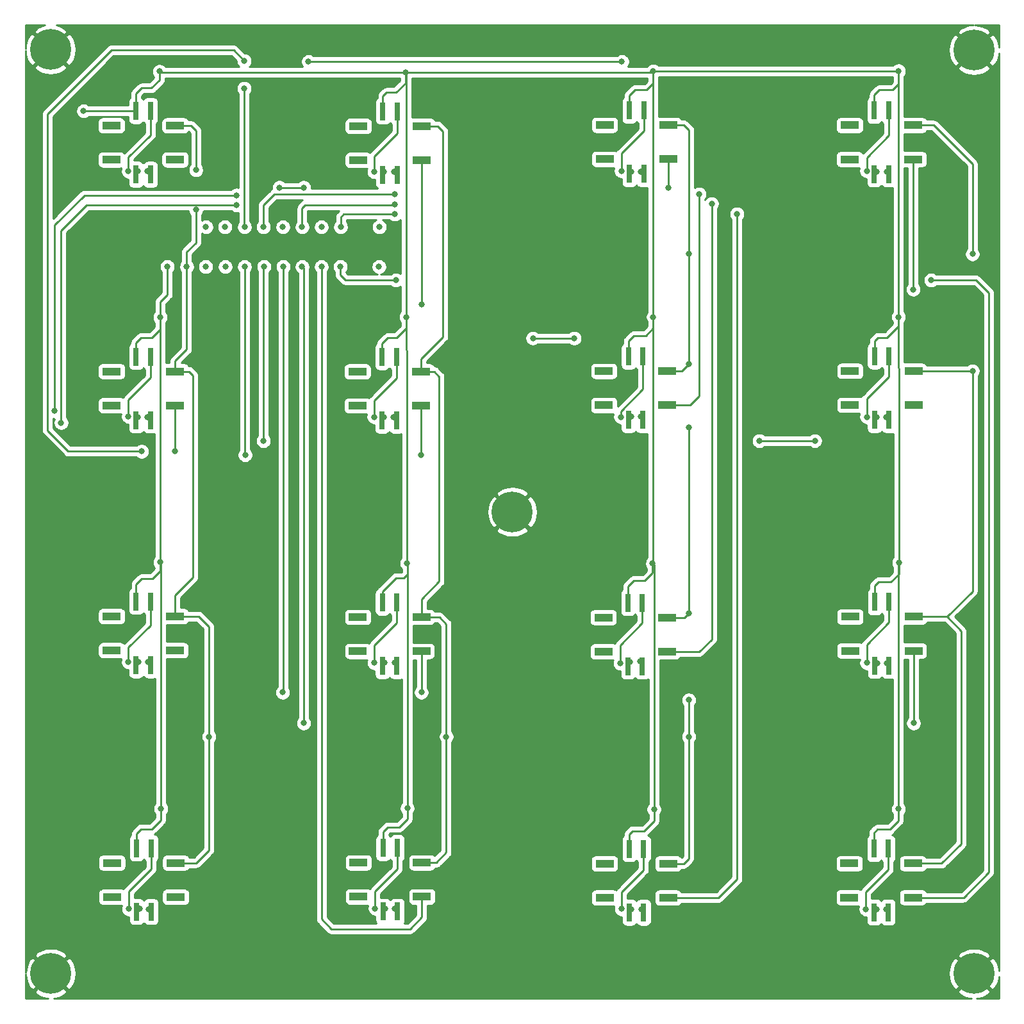
<source format=gtl>
G04 #@! TF.GenerationSoftware,KiCad,Pcbnew,5.1.10*
G04 #@! TF.CreationDate,2021-05-13T00:12:51+02:00*
G04 #@! TF.ProjectId,btn-matrix,62746e2d-6d61-4747-9269-782e6b696361,rev?*
G04 #@! TF.SameCoordinates,Original*
G04 #@! TF.FileFunction,Copper,L1,Top*
G04 #@! TF.FilePolarity,Positive*
%FSLAX46Y46*%
G04 Gerber Fmt 4.6, Leading zero omitted, Abs format (unit mm)*
G04 Created by KiCad (PCBNEW 5.1.10) date 2021-05-13 00:12:51*
%MOMM*%
%LPD*%
G01*
G04 APERTURE LIST*
G04 #@! TA.AperFunction,ComponentPad*
%ADD10C,0.800000*%
G04 #@! TD*
G04 #@! TA.AperFunction,ComponentPad*
%ADD11C,5.400000*%
G04 #@! TD*
G04 #@! TA.AperFunction,SMDPad,CuDef*
%ADD12R,2.400000X1.000000*%
G04 #@! TD*
G04 #@! TA.AperFunction,SMDPad,CuDef*
%ADD13R,0.800000X2.400000*%
G04 #@! TD*
G04 #@! TA.AperFunction,ViaPad*
%ADD14C,0.800000*%
G04 #@! TD*
G04 #@! TA.AperFunction,Conductor*
%ADD15C,0.250000*%
G04 #@! TD*
G04 #@! TA.AperFunction,Conductor*
%ADD16C,0.254000*%
G04 #@! TD*
G04 #@! TA.AperFunction,Conductor*
%ADD17C,0.100000*%
G04 #@! TD*
G04 APERTURE END LIST*
D10*
X93836671Y-87643889D03*
X92404780Y-87050780D03*
X90972889Y-87643889D03*
X90379780Y-89075780D03*
X90972889Y-90507671D03*
X92404780Y-91100780D03*
X93836671Y-90507671D03*
X94429780Y-89075780D03*
D11*
X92404780Y-89075780D03*
D10*
X154836671Y-26643889D03*
X153404780Y-26050780D03*
X151972889Y-26643889D03*
X151379780Y-28075780D03*
X151972889Y-29507671D03*
X153404780Y-30100780D03*
X154836671Y-29507671D03*
X155429780Y-28075780D03*
D11*
X153404780Y-28075780D03*
D10*
X154836671Y-148643889D03*
X153404780Y-148050780D03*
X151972889Y-148643889D03*
X151379780Y-150075780D03*
X151972889Y-151507671D03*
X153404780Y-152100780D03*
X154836671Y-151507671D03*
X155429780Y-150075780D03*
D11*
X153404780Y-150075780D03*
D10*
X32836671Y-26568109D03*
X31404780Y-25975000D03*
X29972889Y-26568109D03*
X29379780Y-28000000D03*
X29972889Y-29431891D03*
X31404780Y-30025000D03*
X32836671Y-29431891D03*
X33429780Y-28000000D03*
D11*
X31404780Y-28000000D03*
D10*
X32863782Y-148643889D03*
X31431891Y-148050780D03*
X30000000Y-148643889D03*
X29406891Y-150075780D03*
X30000000Y-151507671D03*
X31431891Y-152100780D03*
X32863782Y-151507671D03*
X33456891Y-150075780D03*
D11*
X31431891Y-150075780D03*
D12*
X47841980Y-38031960D03*
X39441980Y-38031960D03*
X47841980Y-42531960D03*
X39441980Y-42531960D03*
D13*
X44591980Y-36081960D03*
X44591980Y-44481960D03*
X42691980Y-36081960D03*
X42691980Y-44481960D03*
X42774780Y-141900780D03*
X42774780Y-133500780D03*
X44674780Y-141900780D03*
X44674780Y-133500780D03*
D12*
X39524780Y-139950780D03*
X47924780Y-139950780D03*
X39524780Y-135450780D03*
X47924780Y-135450780D03*
D13*
X42705220Y-109318620D03*
X42705220Y-100918620D03*
X44605220Y-109318620D03*
X44605220Y-100918620D03*
D12*
X39455220Y-107368620D03*
X47855220Y-107368620D03*
X39455220Y-102868620D03*
X47855220Y-102868620D03*
D13*
X42701980Y-76961960D03*
X42701980Y-68561960D03*
X44601980Y-76961960D03*
X44601980Y-68561960D03*
D12*
X39451980Y-75011960D03*
X47851980Y-75011960D03*
X39451980Y-70511960D03*
X47851980Y-70511960D03*
X80464780Y-135410780D03*
X72064780Y-135410780D03*
X80464780Y-139910780D03*
X72064780Y-139910780D03*
D13*
X77214780Y-133460780D03*
X77214780Y-141860780D03*
X75314780Y-133460780D03*
X75314780Y-141860780D03*
X75235220Y-109428620D03*
X75235220Y-101028620D03*
X77135220Y-109428620D03*
X77135220Y-101028620D03*
D12*
X71985220Y-107478620D03*
X80385220Y-107478620D03*
X71985220Y-102978620D03*
X80385220Y-102978620D03*
X80351980Y-70536960D03*
X71951980Y-70536960D03*
X80351980Y-75036960D03*
X71951980Y-75036960D03*
D13*
X77101980Y-68586960D03*
X77101980Y-76986960D03*
X75201980Y-68586960D03*
X75201980Y-76986960D03*
D12*
X80451980Y-38101960D03*
X72051980Y-38101960D03*
X80451980Y-42601960D03*
X72051980Y-42601960D03*
D13*
X77201980Y-36151960D03*
X77201980Y-44551960D03*
X75301980Y-36151960D03*
X75301980Y-44551960D03*
X107854780Y-142000780D03*
X107854780Y-133600780D03*
X109754780Y-142000780D03*
X109754780Y-133600780D03*
D12*
X104604780Y-140050780D03*
X113004780Y-140050780D03*
X104604780Y-135550780D03*
X113004780Y-135550780D03*
D13*
X107685220Y-109478620D03*
X107685220Y-101078620D03*
X109585220Y-109478620D03*
X109585220Y-101078620D03*
D12*
X104435220Y-107528620D03*
X112835220Y-107528620D03*
X104435220Y-103028620D03*
X112835220Y-103028620D03*
D13*
X107744460Y-76931080D03*
X107744460Y-68531080D03*
X109644460Y-76931080D03*
X109644460Y-68531080D03*
D12*
X104494460Y-74981080D03*
X112894460Y-74981080D03*
X104494460Y-70481080D03*
X112894460Y-70481080D03*
X113012240Y-37962260D03*
X104612240Y-37962260D03*
X113012240Y-42462260D03*
X104612240Y-42462260D03*
D13*
X109762240Y-36012260D03*
X109762240Y-44412260D03*
X107862240Y-36012260D03*
X107862240Y-44412260D03*
X140179780Y-141975780D03*
X140179780Y-133575780D03*
X142079780Y-141975780D03*
X142079780Y-133575780D03*
D12*
X136929780Y-140025780D03*
X145329780Y-140025780D03*
X136929780Y-135525780D03*
X145329780Y-135525780D03*
X145425220Y-102928620D03*
X137025220Y-102928620D03*
X145425220Y-107428620D03*
X137025220Y-107428620D03*
D13*
X142175220Y-100978620D03*
X142175220Y-109378620D03*
X140275220Y-100978620D03*
X140275220Y-109378620D03*
D12*
X145411540Y-70455680D03*
X137011540Y-70455680D03*
X145411540Y-74955680D03*
X137011540Y-74955680D03*
D13*
X142161540Y-68505680D03*
X142161540Y-76905680D03*
X140261540Y-68505680D03*
X140261540Y-76905680D03*
D12*
X145382000Y-37990200D03*
X136982000Y-37990200D03*
X145382000Y-42490200D03*
X136982000Y-42490200D03*
D13*
X142132000Y-36040200D03*
X142132000Y-44440200D03*
X140232000Y-36040200D03*
X140232000Y-44440200D03*
D14*
X46779780Y-51425780D03*
X46829780Y-56675780D03*
X45979780Y-128275780D03*
X78529780Y-128225780D03*
X111129780Y-128375780D03*
X143429780Y-128325780D03*
X143479780Y-95775780D03*
X110929780Y-95875780D03*
X45879780Y-95725780D03*
X45879780Y-63375780D03*
X78379780Y-63325780D03*
X111029780Y-63325780D03*
X143429780Y-63325780D03*
X143429780Y-30825780D03*
X111029780Y-30825780D03*
X78279780Y-31025780D03*
X45779780Y-30875780D03*
X78479780Y-95875780D03*
X35750000Y-36100000D03*
X47829780Y-42575780D03*
X51929780Y-51425780D03*
X80429780Y-61675780D03*
X51879780Y-56675780D03*
X64829780Y-46225780D03*
X61629780Y-46225780D03*
X113029780Y-46225780D03*
X54429780Y-51425780D03*
X145379780Y-59675780D03*
X54479780Y-56675780D03*
X43429780Y-81075780D03*
X47829780Y-81075780D03*
X56979780Y-29475780D03*
X56979780Y-33125780D03*
X57029780Y-51425780D03*
X57029780Y-56675780D03*
X80351980Y-81551980D03*
X57101980Y-81551980D03*
X76879780Y-47075780D03*
X117079780Y-47075780D03*
X59529780Y-51425780D03*
X59529780Y-79675780D03*
X132379780Y-79675780D03*
X125029780Y-79675780D03*
X145429780Y-74975780D03*
X59579780Y-56675780D03*
X47800000Y-107400000D03*
X32800000Y-77300000D03*
X55979780Y-48525780D03*
X62079780Y-51425780D03*
X62129780Y-56675780D03*
X80385220Y-112914780D03*
X62064780Y-112914780D03*
X62064780Y-112914780D03*
X76879780Y-48425780D03*
X64629780Y-51425780D03*
X118750000Y-48350000D03*
X64629780Y-56675780D03*
X145425220Y-116975220D03*
X64825220Y-116975220D03*
X55979780Y-47225780D03*
X67179780Y-51425780D03*
X31950000Y-75750000D03*
X47950000Y-140000000D03*
X67179780Y-56675780D03*
X76879780Y-49725780D03*
X69729780Y-51425780D03*
X122100000Y-49700000D03*
X69679780Y-56675780D03*
X147750000Y-58450000D03*
X77000000Y-58450000D03*
X74829780Y-51425780D03*
X74779780Y-56675780D03*
X75429780Y-44175780D03*
X76804780Y-44175780D03*
X74154780Y-44125780D03*
X108104780Y-44100780D03*
X109379780Y-44125780D03*
X106804780Y-44025780D03*
X140554780Y-44150780D03*
X141854780Y-44100780D03*
X139229780Y-44025780D03*
X41679780Y-76475780D03*
X44204780Y-76600780D03*
X42929780Y-76600780D03*
X74129780Y-76525780D03*
X76729780Y-76600780D03*
X75404780Y-76600780D03*
X108129780Y-76500780D03*
X109354780Y-76500780D03*
X106729780Y-76525780D03*
X139229780Y-76525780D03*
X141829780Y-76600780D03*
X140504780Y-76600780D03*
X41679780Y-108925780D03*
X44254780Y-108925780D03*
X43004780Y-108925780D03*
X75554780Y-108950780D03*
X76829780Y-108950780D03*
X74179780Y-109025780D03*
X107904780Y-108875780D03*
X109304780Y-108850780D03*
X106679780Y-109075780D03*
X140604780Y-109050780D03*
X141904780Y-109050780D03*
X139229780Y-109025780D03*
X41729780Y-141525780D03*
X44354780Y-141575780D03*
X43129780Y-141525780D03*
X75629780Y-141475780D03*
X76879780Y-141500780D03*
X74279780Y-141475780D03*
X106829780Y-141525780D03*
X109429780Y-141575780D03*
X108104780Y-141575780D03*
X139129780Y-141575780D03*
X141804780Y-141600780D03*
X140529780Y-141575780D03*
X65479780Y-29575780D03*
X106879780Y-29575780D03*
X95129780Y-66125780D03*
X100579780Y-66125780D03*
X41679780Y-44075780D03*
X44204780Y-44075780D03*
X42904780Y-44075780D03*
X50600000Y-49150000D03*
X49379780Y-56675780D03*
X153200000Y-70450000D03*
X115725000Y-69575000D03*
X115725000Y-77925000D03*
X115725000Y-102475000D03*
X115725000Y-113925000D03*
X115725000Y-118775000D03*
X52325000Y-118775000D03*
X83675000Y-118775000D03*
X50600000Y-43900000D03*
X153200000Y-55000000D03*
X115750000Y-55000000D03*
D15*
X75235220Y-99578620D02*
X77038060Y-97775780D01*
X75235220Y-101028620D02*
X75235220Y-99578620D01*
X77038060Y-97775780D02*
X78079780Y-97775780D01*
X78079780Y-97775780D02*
X78529780Y-97325780D01*
X78529780Y-97325780D02*
X78529780Y-95925780D01*
X45779780Y-30875780D02*
X45779780Y-32025780D01*
X45779780Y-32025780D02*
X44729780Y-33075780D01*
X44729780Y-33075780D02*
X43429780Y-33075780D01*
X42691980Y-33813580D02*
X42691980Y-36081960D01*
X43429780Y-33075780D02*
X42691980Y-33813580D01*
X78279780Y-31025780D02*
X78279780Y-32425780D01*
X78279780Y-32425780D02*
X77029780Y-33675780D01*
X77029780Y-33675780D02*
X75779780Y-33675780D01*
X75301980Y-34153580D02*
X75301980Y-36151960D01*
X75779780Y-33675780D02*
X75301980Y-34153580D01*
X111029780Y-30825780D02*
X111029780Y-32475780D01*
X111029780Y-32475780D02*
X110179780Y-33325780D01*
X110179780Y-33325780D02*
X108579780Y-33325780D01*
X107862240Y-34043320D02*
X107862240Y-36012260D01*
X108579780Y-33325780D02*
X107862240Y-34043320D01*
X143429780Y-30825780D02*
X143429780Y-32575780D01*
X143429780Y-32575780D02*
X142679780Y-33325780D01*
X142679780Y-33325780D02*
X140879780Y-33325780D01*
X140232000Y-33973560D02*
X140232000Y-36040200D01*
X140879780Y-33325780D02*
X140232000Y-33973560D01*
X45879780Y-63375780D02*
X45879780Y-64975780D01*
X45879780Y-64975780D02*
X44779780Y-66075780D01*
X44779780Y-66075780D02*
X43329780Y-66075780D01*
X42701980Y-66703580D02*
X42701980Y-68561960D01*
X43329780Y-66075780D02*
X42701980Y-66703580D01*
X78379780Y-63325780D02*
X78379780Y-64825780D01*
X78379780Y-64825780D02*
X77129780Y-66075780D01*
X77129780Y-66075780D02*
X75929780Y-66075780D01*
X75201980Y-66803580D02*
X75201980Y-68586960D01*
X75929780Y-66075780D02*
X75201980Y-66803580D01*
X111029780Y-63325780D02*
X111029780Y-64825780D01*
X111029780Y-64825780D02*
X110029780Y-65825780D01*
X110029780Y-65825780D02*
X108429780Y-65825780D01*
X107744460Y-66511100D02*
X107744460Y-68531080D01*
X108429780Y-65825780D02*
X107744460Y-66511100D01*
X143429780Y-63325780D02*
X143429780Y-64525780D01*
X143429780Y-64525780D02*
X141929780Y-66025780D01*
X141929780Y-66025780D02*
X140729780Y-66025780D01*
X140261540Y-66494020D02*
X140261540Y-68505680D01*
X140729780Y-66025780D02*
X140261540Y-66494020D01*
X45879780Y-95725780D02*
X45879780Y-96875780D01*
X45879780Y-96875780D02*
X44829780Y-97925780D01*
X44829780Y-97925780D02*
X43429780Y-97925780D01*
X42705220Y-98650340D02*
X42705220Y-100918620D01*
X43429780Y-97925780D02*
X42705220Y-98650340D01*
X110929780Y-95875780D02*
X110929780Y-97175780D01*
X110929780Y-97175780D02*
X109929780Y-98175780D01*
X109929780Y-98175780D02*
X108429780Y-98175780D01*
X107685220Y-98920340D02*
X107685220Y-101078620D01*
X108429780Y-98175780D02*
X107685220Y-98920340D01*
X143479780Y-95775780D02*
X143479780Y-97275780D01*
X143479780Y-97275780D02*
X142429780Y-98325780D01*
X142429780Y-98325780D02*
X140779780Y-98325780D01*
X140275220Y-98830340D02*
X140275220Y-100978620D01*
X140779780Y-98325780D02*
X140275220Y-98830340D01*
X45979780Y-128275780D02*
X45979780Y-129775780D01*
X45979780Y-129775780D02*
X44779780Y-130975780D01*
X44779780Y-130975780D02*
X43379780Y-130975780D01*
X42774780Y-131580780D02*
X42774780Y-133500780D01*
X43379780Y-130975780D02*
X42774780Y-131580780D01*
X78529780Y-128225780D02*
X78529780Y-129675780D01*
X78529780Y-129675780D02*
X77479780Y-130725780D01*
X77479780Y-130725780D02*
X75929780Y-130725780D01*
X75314780Y-131340780D02*
X75314780Y-133460780D01*
X75929780Y-130725780D02*
X75314780Y-131340780D01*
X111129780Y-128375780D02*
X111129780Y-129925780D01*
X111129780Y-129925780D02*
X109829780Y-131225780D01*
X109829780Y-131225780D02*
X108279780Y-131225780D01*
X107854780Y-131650780D02*
X107854780Y-133600780D01*
X108279780Y-131225780D02*
X107854780Y-131650780D01*
X143429780Y-128325780D02*
X143429780Y-129875780D01*
X143429780Y-129875780D02*
X142279780Y-131025780D01*
X142279780Y-131025780D02*
X140629780Y-131025780D01*
X140179780Y-131475780D02*
X140179780Y-133575780D01*
X140629780Y-131025780D02*
X140179780Y-131475780D01*
X45879780Y-63375780D02*
X45879780Y-61325780D01*
X46829780Y-60375780D02*
X46829780Y-56675780D01*
X45879780Y-61325780D02*
X46829780Y-60375780D01*
X111029780Y-95775780D02*
X110929780Y-95875780D01*
X111029780Y-63325780D02*
X111029780Y-95775780D01*
X45879780Y-95725780D02*
X45879780Y-63375780D01*
X78379780Y-67679758D02*
X78379780Y-63325780D01*
X78479780Y-67779758D02*
X78379780Y-67679758D01*
X78479780Y-95875780D02*
X78479780Y-67779758D01*
X143429780Y-70052438D02*
X143429780Y-63325780D01*
X143479780Y-70102438D02*
X143429780Y-70052438D01*
X143479780Y-95775780D02*
X143479780Y-70102438D01*
X143429780Y-95825780D02*
X143479780Y-95775780D01*
X143429780Y-128325780D02*
X143429780Y-95825780D01*
X111129780Y-96075780D02*
X110929780Y-95875780D01*
X111129780Y-128375780D02*
X111129780Y-96075780D01*
X78529780Y-95925780D02*
X78479780Y-95875780D01*
X78529780Y-128225780D02*
X78529780Y-95925780D01*
X45979780Y-95825780D02*
X45879780Y-95725780D01*
X45979780Y-128275780D02*
X45979780Y-95825780D01*
X78379780Y-31125780D02*
X78279780Y-31025780D01*
X78379780Y-63325780D02*
X78379780Y-31125780D01*
X45929780Y-31025780D02*
X45779780Y-30875780D01*
X78279780Y-31025780D02*
X45929780Y-31025780D01*
X111029780Y-63325780D02*
X111029780Y-30825780D01*
X143429780Y-63325780D02*
X143429780Y-30525780D01*
X110829780Y-31025780D02*
X111029780Y-30825780D01*
X78279780Y-31025780D02*
X110829780Y-31025780D01*
X111029780Y-30825780D02*
X143429780Y-30825780D01*
X42673940Y-36100000D02*
X42691980Y-36081960D01*
X35750000Y-36100000D02*
X42673940Y-36100000D01*
X80451980Y-61653580D02*
X80429780Y-61675780D01*
X80451980Y-42601960D02*
X80451980Y-61653580D01*
X113012240Y-46208240D02*
X113029780Y-46225780D01*
X113012240Y-42462260D02*
X113012240Y-46208240D01*
X64829780Y-46225780D02*
X61629780Y-46225780D01*
X145382000Y-59673560D02*
X145379780Y-59675780D01*
X145382000Y-42490200D02*
X145382000Y-59673560D01*
X56979780Y-51375780D02*
X57029780Y-51425780D01*
X56979780Y-33125780D02*
X56979780Y-51375780D01*
X47851980Y-81053580D02*
X47829780Y-81075780D01*
X47851980Y-75011960D02*
X47851980Y-81053580D01*
X39404780Y-28075780D02*
X55579780Y-28075780D01*
X55579780Y-28075780D02*
X56979780Y-29475780D01*
X30979780Y-36500780D02*
X39404780Y-28075780D01*
X30979780Y-78325780D02*
X30979780Y-36500780D01*
X33729780Y-81075780D02*
X30979780Y-78325780D01*
X43429780Y-81075780D02*
X33729780Y-81075780D01*
X80351980Y-75036960D02*
X80351980Y-81551980D01*
X80351980Y-81551980D02*
X80351980Y-81551980D01*
X57029780Y-81479780D02*
X57101980Y-81551980D01*
X57029780Y-56675780D02*
X57029780Y-81479780D01*
X112894460Y-74981080D02*
X115874480Y-74981080D01*
X117079780Y-73775780D02*
X117079780Y-47075780D01*
X115874480Y-74981080D02*
X117079780Y-73775780D01*
X76879780Y-47075780D02*
X60979780Y-47075780D01*
X59529780Y-48525780D02*
X59529780Y-51425780D01*
X60979780Y-47075780D02*
X59529780Y-48525780D01*
X132379780Y-79675780D02*
X125029780Y-79675780D01*
X59529780Y-56725780D02*
X59579780Y-56675780D01*
X59529780Y-79675780D02*
X59529780Y-56725780D01*
X55979780Y-48525780D02*
X36174220Y-48525780D01*
X32800000Y-51900000D02*
X32800000Y-77300000D01*
X36174220Y-48525780D02*
X32800000Y-51900000D01*
X80385220Y-107478620D02*
X80385220Y-112914780D01*
X80385220Y-112914780D02*
X80385220Y-112914780D01*
X62129780Y-112849780D02*
X62064780Y-112914780D01*
X62129780Y-56675780D02*
X62129780Y-112849780D01*
X64629780Y-51425780D02*
X64629780Y-48925780D01*
X65054781Y-48500779D02*
X76854779Y-48500779D01*
X76854779Y-48500779D02*
X76879780Y-48525780D01*
X64629780Y-48925780D02*
X65054781Y-48500779D01*
X112835220Y-107528620D02*
X117121380Y-107528620D01*
X117121380Y-107528620D02*
X118750000Y-105900000D01*
X118750000Y-105900000D02*
X118750000Y-48350000D01*
X118750000Y-48350000D02*
X118750000Y-48350000D01*
X145425220Y-107428620D02*
X145425220Y-116975220D01*
X145425220Y-116975220D02*
X145425220Y-116975220D01*
X64825220Y-56871220D02*
X64629780Y-56675780D01*
X64825220Y-116975220D02*
X64825220Y-56871220D01*
X35874220Y-47225780D02*
X31950000Y-51150000D01*
X55979780Y-47225780D02*
X35874220Y-47225780D01*
X31950000Y-51150000D02*
X31950000Y-75750000D01*
X31950000Y-75750000D02*
X31950000Y-75750000D01*
X80464780Y-139910780D02*
X80464780Y-142635220D01*
X80464780Y-142635220D02*
X78900000Y-144200000D01*
X78900000Y-144200000D02*
X68500000Y-144200000D01*
X67179780Y-142879780D02*
X67179780Y-56675780D01*
X68500000Y-144200000D02*
X67179780Y-142879780D01*
X70129780Y-49725780D02*
X76829780Y-49725780D01*
X69729780Y-50125780D02*
X70129780Y-49725780D01*
X69729780Y-51425780D02*
X69729780Y-50125780D01*
X113004780Y-140050780D02*
X119649220Y-140050780D01*
X119649220Y-140050780D02*
X122100000Y-137600000D01*
X122100000Y-137600000D02*
X122100000Y-49700000D01*
X122100000Y-49700000D02*
X122100000Y-49700000D01*
X155350000Y-136700000D02*
X155350000Y-60100000D01*
X155350000Y-60100000D02*
X153700000Y-58450000D01*
X153700000Y-58450000D02*
X147750000Y-58450000D01*
X147750000Y-58450000D02*
X147750000Y-58450000D01*
X77000000Y-58450000D02*
X70350000Y-58450000D01*
X69679780Y-57779780D02*
X69679780Y-56675780D01*
X70350000Y-58450000D02*
X69679780Y-57779780D01*
X152024220Y-140025780D02*
X155350000Y-136700000D01*
X145329780Y-140025780D02*
X152024220Y-140025780D01*
X74154780Y-44125780D02*
X74154780Y-42100780D01*
X77201980Y-39053580D02*
X77201980Y-36151960D01*
X74154780Y-42100780D02*
X77201980Y-39053580D01*
X106804780Y-44025780D02*
X106804780Y-41700780D01*
X109762240Y-38743320D02*
X109762240Y-36012260D01*
X106804780Y-41700780D02*
X109762240Y-38743320D01*
X139229780Y-44025780D02*
X139229780Y-42250780D01*
X142132000Y-39348560D02*
X142132000Y-36040200D01*
X139229780Y-42250780D02*
X142132000Y-39348560D01*
X41679780Y-76475780D02*
X41679780Y-74275780D01*
X44601980Y-71353580D02*
X44601980Y-68561960D01*
X41679780Y-74275780D02*
X44601980Y-71353580D01*
X74129780Y-76525780D02*
X74129780Y-74375780D01*
X77101980Y-71403580D02*
X77101980Y-68586960D01*
X74129780Y-74375780D02*
X77101980Y-71403580D01*
X106729780Y-75760758D02*
X109629780Y-72860758D01*
X106729780Y-76525780D02*
X106729780Y-75760758D01*
X109629780Y-68545760D02*
X109644460Y-68531080D01*
X109629780Y-72860758D02*
X109629780Y-68545760D01*
X139229780Y-76525780D02*
X139229780Y-74125780D01*
X142161540Y-71194020D02*
X142161540Y-68505680D01*
X139229780Y-74125780D02*
X142161540Y-71194020D01*
X41679780Y-108925780D02*
X41679780Y-106975780D01*
X44605220Y-104050340D02*
X44605220Y-100918620D01*
X41679780Y-106975780D02*
X44605220Y-104050340D01*
X74179780Y-109025780D02*
X74179780Y-106675780D01*
X77135220Y-103720340D02*
X77135220Y-101028620D01*
X74179780Y-106675780D02*
X77135220Y-103720340D01*
X106679780Y-109075780D02*
X106679780Y-106675780D01*
X109585220Y-103770340D02*
X109585220Y-101078620D01*
X106679780Y-106675780D02*
X109585220Y-103770340D01*
X139229780Y-109025780D02*
X139229780Y-106625780D01*
X142175220Y-103680340D02*
X142175220Y-100978620D01*
X139229780Y-106625780D02*
X142175220Y-103680340D01*
X41729780Y-141525780D02*
X41729780Y-139225780D01*
X44674780Y-136280780D02*
X44674780Y-133500780D01*
X41729780Y-139225780D02*
X44674780Y-136280780D01*
X74279780Y-141475780D02*
X74279780Y-139225780D01*
X77214780Y-136290780D02*
X77214780Y-133460780D01*
X74279780Y-139225780D02*
X77214780Y-136290780D01*
X106829780Y-141525780D02*
X106829780Y-139325780D01*
X109754780Y-136400780D02*
X109754780Y-133600780D01*
X106829780Y-139325780D02*
X109754780Y-136400780D01*
X139129780Y-141575780D02*
X139129780Y-139275780D01*
X142079780Y-136325780D02*
X142079780Y-133575780D01*
X139129780Y-139275780D02*
X142079780Y-136325780D01*
X65479780Y-29575780D02*
X106879780Y-29575780D01*
X106879780Y-29575780D02*
X106879780Y-29575780D01*
X95129780Y-66125780D02*
X100579780Y-66125780D01*
X41679780Y-44075780D02*
X41679780Y-42200780D01*
X44591980Y-39288580D02*
X44591980Y-36081960D01*
X41679780Y-42200780D02*
X44591980Y-39288580D01*
X145425220Y-102928620D02*
X147082620Y-102928620D01*
X113012240Y-37962260D02*
X115087740Y-37962260D01*
X115087740Y-37962260D02*
X115750000Y-38624520D01*
X115750000Y-38624520D02*
X115750000Y-69550000D01*
X114818920Y-70481080D02*
X112894460Y-70481080D01*
X115750000Y-69550000D02*
X115725000Y-69575000D01*
X145417220Y-70450000D02*
X145411540Y-70455680D01*
X153200000Y-70450000D02*
X145417220Y-70450000D01*
X153200000Y-70450000D02*
X153200000Y-99550000D01*
X149821380Y-102928620D02*
X145425220Y-102928620D01*
X153200000Y-99550000D02*
X149821380Y-102928620D01*
X145329780Y-135525780D02*
X149124220Y-135525780D01*
X149124220Y-135525780D02*
X151700000Y-132950000D01*
X151700000Y-104807240D02*
X149821380Y-102928620D01*
X151700000Y-132950000D02*
X151700000Y-104807240D01*
X115725000Y-69575000D02*
X114818920Y-70481080D01*
X115725000Y-77925000D02*
X115725000Y-102475000D01*
X115171380Y-103028620D02*
X112835220Y-103028620D01*
X115725000Y-102475000D02*
X115171380Y-103028620D01*
X115725000Y-102475000D02*
X115725000Y-102475000D01*
X115725000Y-113925000D02*
X115725000Y-118775000D01*
X115049220Y-135550780D02*
X113004780Y-135550780D01*
X115725000Y-134875000D02*
X115049220Y-135550780D01*
X115725000Y-118775000D02*
X115725000Y-134875000D01*
X52325000Y-118775000D02*
X52325000Y-133775000D01*
X50649220Y-135450780D02*
X47924780Y-135450780D01*
X52325000Y-133775000D02*
X50649220Y-135450780D01*
X52325000Y-118775000D02*
X52325000Y-104225000D01*
X50968620Y-102868620D02*
X47855220Y-102868620D01*
X52325000Y-104225000D02*
X50968620Y-102868620D01*
X80464780Y-135410780D02*
X82339220Y-135410780D01*
X83675000Y-134075000D02*
X83675000Y-118775000D01*
X82339220Y-135410780D02*
X83675000Y-134075000D01*
X83675000Y-118775000D02*
X83675000Y-103875000D01*
X82778620Y-102978620D02*
X80385220Y-102978620D01*
X83675000Y-103875000D02*
X82778620Y-102978620D01*
X80385220Y-102978620D02*
X80385220Y-100614780D01*
X80385220Y-100614780D02*
X82750000Y-98250000D01*
X82750000Y-98250000D02*
X82750000Y-71200000D01*
X82086960Y-70536960D02*
X80351980Y-70536960D01*
X82750000Y-71200000D02*
X82086960Y-70536960D01*
X80351980Y-70536960D02*
X80351980Y-68848020D01*
X80351980Y-68848020D02*
X83250000Y-65950000D01*
X83250000Y-65950000D02*
X83250000Y-38800000D01*
X82551960Y-38101960D02*
X80451980Y-38101960D01*
X83250000Y-38800000D02*
X82551960Y-38101960D01*
X47855220Y-102868620D02*
X47855220Y-100094780D01*
X47855220Y-100094780D02*
X50200000Y-97750000D01*
X50200000Y-97750000D02*
X50200000Y-71050000D01*
X49661960Y-70511960D02*
X47851980Y-70511960D01*
X50200000Y-71050000D02*
X49661960Y-70511960D01*
X47851980Y-70511960D02*
X47851980Y-69148020D01*
X49379780Y-67620220D02*
X49379780Y-56675780D01*
X47851980Y-69148020D02*
X49379780Y-67620220D01*
X49379780Y-56675780D02*
X49379780Y-54720220D01*
X50600000Y-53500000D02*
X50600000Y-49150000D01*
X49379780Y-54720220D02*
X50600000Y-53500000D01*
X50600000Y-43900000D02*
X50600000Y-38700000D01*
X49931960Y-38031960D02*
X47841980Y-38031960D01*
X50600000Y-38700000D02*
X49931960Y-38031960D01*
X153200000Y-43100000D02*
X148090200Y-37990200D01*
X148090200Y-37990200D02*
X145382000Y-37990200D01*
X153200000Y-55000000D02*
X153200000Y-43100000D01*
D16*
X30126577Y-24902208D02*
X29546788Y-25211096D01*
X29539191Y-25216172D01*
X29239011Y-25654626D01*
X31404780Y-27820395D01*
X33570549Y-25654626D01*
X33270369Y-25216172D01*
X32691424Y-24905704D01*
X32133997Y-24735780D01*
X153294702Y-24735780D01*
X152755487Y-24788146D01*
X152126577Y-24977988D01*
X151546788Y-25286876D01*
X151539191Y-25291952D01*
X151239011Y-25730406D01*
X153404780Y-27896175D01*
X155570549Y-25730406D01*
X155270369Y-25291952D01*
X154691424Y-24981484D01*
X154063034Y-24789928D01*
X153520837Y-24735780D01*
X156719780Y-24735780D01*
X156719780Y-27708276D01*
X156692414Y-27426487D01*
X156502572Y-26797577D01*
X156193684Y-26217788D01*
X156188608Y-26210191D01*
X155750154Y-25910011D01*
X153584385Y-28075780D01*
X155750154Y-30241549D01*
X156188608Y-29941369D01*
X156499076Y-29362424D01*
X156690632Y-28734034D01*
X156719780Y-28442167D01*
X156719781Y-149708286D01*
X156692414Y-149426487D01*
X156502572Y-148797577D01*
X156193684Y-148217788D01*
X156188608Y-148210191D01*
X155750154Y-147910011D01*
X153584385Y-150075780D01*
X155750154Y-152241549D01*
X156188608Y-151941369D01*
X156499076Y-151362424D01*
X156690632Y-150734034D01*
X156719781Y-150442158D01*
X156719781Y-153390780D01*
X153772284Y-153390780D01*
X154054073Y-153363414D01*
X154682983Y-153173572D01*
X155262772Y-152864684D01*
X155270369Y-152859608D01*
X155570549Y-152421154D01*
X153404780Y-150255385D01*
X151239011Y-152421154D01*
X151539191Y-152859608D01*
X152118136Y-153170076D01*
X152746526Y-153361632D01*
X153038392Y-153390780D01*
X31799395Y-153390780D01*
X32081184Y-153363414D01*
X32710094Y-153173572D01*
X33289883Y-152864684D01*
X33297480Y-152859608D01*
X33597660Y-152421154D01*
X31431891Y-150255385D01*
X29266122Y-152421154D01*
X29566302Y-152859608D01*
X30145247Y-153170076D01*
X30773637Y-153361632D01*
X31065503Y-153390780D01*
X28089653Y-153390780D01*
X28089031Y-150156406D01*
X28144257Y-150725073D01*
X28334099Y-151353983D01*
X28642987Y-151933772D01*
X28648063Y-151941369D01*
X29086517Y-152241549D01*
X31252286Y-150075780D01*
X31611496Y-150075780D01*
X33777265Y-152241549D01*
X34215719Y-151941369D01*
X34526187Y-151362424D01*
X34717743Y-150734034D01*
X34783025Y-150080349D01*
X34782138Y-150071211D01*
X150053646Y-150071211D01*
X150117146Y-150725073D01*
X150306988Y-151353983D01*
X150615876Y-151933772D01*
X150620952Y-151941369D01*
X151059406Y-152241549D01*
X153225175Y-150075780D01*
X151059406Y-147910011D01*
X150620952Y-148210191D01*
X150310484Y-148789136D01*
X150118928Y-149417526D01*
X150053646Y-150071211D01*
X34782138Y-150071211D01*
X34719525Y-149426487D01*
X34529683Y-148797577D01*
X34220795Y-148217788D01*
X34215719Y-148210191D01*
X33777265Y-147910011D01*
X31611496Y-150075780D01*
X31252286Y-150075780D01*
X29086517Y-147910011D01*
X28648063Y-148210191D01*
X28337595Y-148789136D01*
X28146039Y-149417526D01*
X28088998Y-149988687D01*
X28088564Y-147730406D01*
X29266122Y-147730406D01*
X31431891Y-149896175D01*
X33597660Y-147730406D01*
X151239011Y-147730406D01*
X153404780Y-149896175D01*
X155570549Y-147730406D01*
X155270369Y-147291952D01*
X154691424Y-146981484D01*
X154063034Y-146789928D01*
X153409349Y-146724646D01*
X152755487Y-146788146D01*
X152126577Y-146977988D01*
X151546788Y-147286876D01*
X151539191Y-147291952D01*
X151239011Y-147730406D01*
X33597660Y-147730406D01*
X33297480Y-147291952D01*
X32718535Y-146981484D01*
X32090145Y-146789928D01*
X31436460Y-146724646D01*
X30782598Y-146788146D01*
X30153688Y-146977988D01*
X29573899Y-147286876D01*
X29566302Y-147291952D01*
X29266122Y-147730406D01*
X28088564Y-147730406D01*
X28086107Y-134950780D01*
X37686708Y-134950780D01*
X37686708Y-135950780D01*
X37698968Y-136075262D01*
X37735278Y-136194960D01*
X37794243Y-136305274D01*
X37873595Y-136401965D01*
X37970286Y-136481317D01*
X38080600Y-136540282D01*
X38200298Y-136576592D01*
X38324780Y-136588852D01*
X40724780Y-136588852D01*
X40849262Y-136576592D01*
X40968960Y-136540282D01*
X41079274Y-136481317D01*
X41175965Y-136401965D01*
X41255317Y-136305274D01*
X41314282Y-136194960D01*
X41350592Y-136075262D01*
X41362852Y-135950780D01*
X41362852Y-134950780D01*
X41350592Y-134826298D01*
X41314282Y-134706600D01*
X41255317Y-134596286D01*
X41175965Y-134499595D01*
X41079274Y-134420243D01*
X40968960Y-134361278D01*
X40849262Y-134324968D01*
X40724780Y-134312708D01*
X38324780Y-134312708D01*
X38200298Y-134324968D01*
X38080600Y-134361278D01*
X37970286Y-134420243D01*
X37873595Y-134499595D01*
X37794243Y-134596286D01*
X37735278Y-134706600D01*
X37698968Y-134826298D01*
X37686708Y-134950780D01*
X28086107Y-134950780D01*
X28079840Y-102368620D01*
X37617148Y-102368620D01*
X37617148Y-103368620D01*
X37629408Y-103493102D01*
X37665718Y-103612800D01*
X37724683Y-103723114D01*
X37804035Y-103819805D01*
X37900726Y-103899157D01*
X38011040Y-103958122D01*
X38130738Y-103994432D01*
X38255220Y-104006692D01*
X40655220Y-104006692D01*
X40779702Y-103994432D01*
X40899400Y-103958122D01*
X41009714Y-103899157D01*
X41106405Y-103819805D01*
X41185757Y-103723114D01*
X41244722Y-103612800D01*
X41281032Y-103493102D01*
X41293292Y-103368620D01*
X41293292Y-102368620D01*
X41281032Y-102244138D01*
X41244722Y-102124440D01*
X41185757Y-102014126D01*
X41106405Y-101917435D01*
X41009714Y-101838083D01*
X40899400Y-101779118D01*
X40779702Y-101742808D01*
X40655220Y-101730548D01*
X38255220Y-101730548D01*
X38130738Y-101742808D01*
X38011040Y-101779118D01*
X37900726Y-101838083D01*
X37804035Y-101917435D01*
X37724683Y-102014126D01*
X37665718Y-102124440D01*
X37629408Y-102244138D01*
X37617148Y-102368620D01*
X28079840Y-102368620D01*
X28067170Y-36500780D01*
X30216104Y-36500780D01*
X30219781Y-36538113D01*
X30219780Y-78288458D01*
X30216104Y-78325780D01*
X30219780Y-78363102D01*
X30219780Y-78363112D01*
X30230777Y-78474765D01*
X30272753Y-78613145D01*
X30274234Y-78618026D01*
X30344806Y-78750056D01*
X30360478Y-78769152D01*
X30439779Y-78865781D01*
X30468783Y-78889584D01*
X33165981Y-81586783D01*
X33189779Y-81615781D01*
X33305504Y-81710754D01*
X33437533Y-81781326D01*
X33580794Y-81824783D01*
X33692447Y-81835780D01*
X33692456Y-81835780D01*
X33729779Y-81839456D01*
X33767102Y-81835780D01*
X42726069Y-81835780D01*
X42770006Y-81879717D01*
X42939524Y-81992985D01*
X43127882Y-82071006D01*
X43327841Y-82110780D01*
X43531719Y-82110780D01*
X43731678Y-82071006D01*
X43920036Y-81992985D01*
X44089554Y-81879717D01*
X44233717Y-81735554D01*
X44346985Y-81566036D01*
X44425006Y-81377678D01*
X44464780Y-81177719D01*
X44464780Y-80973841D01*
X44425006Y-80773882D01*
X44346985Y-80585524D01*
X44233717Y-80416006D01*
X44089554Y-80271843D01*
X43920036Y-80158575D01*
X43731678Y-80080554D01*
X43531719Y-80040780D01*
X43327841Y-80040780D01*
X43127882Y-80080554D01*
X42939524Y-80158575D01*
X42770006Y-80271843D01*
X42726069Y-80315780D01*
X34044582Y-80315780D01*
X31739780Y-78010979D01*
X31739780Y-76763462D01*
X31848061Y-76785000D01*
X31899328Y-76785000D01*
X31882795Y-76809744D01*
X31804774Y-76998102D01*
X31765000Y-77198061D01*
X31765000Y-77401939D01*
X31804774Y-77601898D01*
X31882795Y-77790256D01*
X31996063Y-77959774D01*
X32140226Y-78103937D01*
X32309744Y-78217205D01*
X32498102Y-78295226D01*
X32698061Y-78335000D01*
X32901939Y-78335000D01*
X33101898Y-78295226D01*
X33290256Y-78217205D01*
X33459774Y-78103937D01*
X33603937Y-77959774D01*
X33717205Y-77790256D01*
X33795226Y-77601898D01*
X33835000Y-77401939D01*
X33835000Y-77198061D01*
X33795226Y-76998102D01*
X33717205Y-76809744D01*
X33603937Y-76640226D01*
X33560000Y-76596289D01*
X33560000Y-70011960D01*
X37613908Y-70011960D01*
X37613908Y-71011960D01*
X37626168Y-71136442D01*
X37662478Y-71256140D01*
X37721443Y-71366454D01*
X37800795Y-71463145D01*
X37897486Y-71542497D01*
X38007800Y-71601462D01*
X38127498Y-71637772D01*
X38251980Y-71650032D01*
X40651980Y-71650032D01*
X40776462Y-71637772D01*
X40896160Y-71601462D01*
X41006474Y-71542497D01*
X41103165Y-71463145D01*
X41182517Y-71366454D01*
X41241482Y-71256140D01*
X41277792Y-71136442D01*
X41290052Y-71011960D01*
X41290052Y-70011960D01*
X41277792Y-69887478D01*
X41241482Y-69767780D01*
X41182517Y-69657466D01*
X41103165Y-69560775D01*
X41006474Y-69481423D01*
X40896160Y-69422458D01*
X40776462Y-69386148D01*
X40651980Y-69373888D01*
X38251980Y-69373888D01*
X38127498Y-69386148D01*
X38007800Y-69422458D01*
X37897486Y-69481423D01*
X37800795Y-69560775D01*
X37721443Y-69657466D01*
X37662478Y-69767780D01*
X37626168Y-69887478D01*
X37613908Y-70011960D01*
X33560000Y-70011960D01*
X33560000Y-52214801D01*
X36489022Y-49285780D01*
X49571731Y-49285780D01*
X49604774Y-49451898D01*
X49682795Y-49640256D01*
X49796063Y-49809774D01*
X49840001Y-49853712D01*
X49840000Y-53185198D01*
X48868778Y-54156421D01*
X48839780Y-54180219D01*
X48815982Y-54209217D01*
X48815981Y-54209218D01*
X48744806Y-54295944D01*
X48674234Y-54427974D01*
X48630778Y-54571235D01*
X48616104Y-54720220D01*
X48619781Y-54757552D01*
X48619780Y-55972069D01*
X48575843Y-56016006D01*
X48462575Y-56185524D01*
X48384554Y-56373882D01*
X48344780Y-56573841D01*
X48344780Y-56777719D01*
X48384554Y-56977678D01*
X48462575Y-57166036D01*
X48575843Y-57335554D01*
X48619781Y-57379492D01*
X48619780Y-67305417D01*
X47340978Y-68584221D01*
X47311980Y-68608019D01*
X47288182Y-68637017D01*
X47288181Y-68637018D01*
X47217006Y-68723744D01*
X47146434Y-68855774D01*
X47116228Y-68955355D01*
X47103594Y-68997005D01*
X47102978Y-68999035D01*
X47088304Y-69148020D01*
X47091981Y-69185352D01*
X47091981Y-69373888D01*
X46651980Y-69373888D01*
X46639780Y-69375090D01*
X46639780Y-65013103D01*
X46643456Y-64975780D01*
X46639780Y-64938457D01*
X46639780Y-64079491D01*
X46683717Y-64035554D01*
X46796985Y-63866036D01*
X46875006Y-63677678D01*
X46914780Y-63477719D01*
X46914780Y-63273841D01*
X46875006Y-63073882D01*
X46796985Y-62885524D01*
X46683717Y-62716006D01*
X46639780Y-62672069D01*
X46639780Y-61640581D01*
X47340784Y-60939578D01*
X47369781Y-60915781D01*
X47405840Y-60871843D01*
X47464754Y-60800057D01*
X47535326Y-60668027D01*
X47535326Y-60668026D01*
X47578783Y-60524766D01*
X47589780Y-60413113D01*
X47589780Y-60413103D01*
X47593456Y-60375780D01*
X47589780Y-60338457D01*
X47589780Y-57379491D01*
X47633717Y-57335554D01*
X47746985Y-57166036D01*
X47825006Y-56977678D01*
X47864780Y-56777719D01*
X47864780Y-56573841D01*
X47825006Y-56373882D01*
X47746985Y-56185524D01*
X47633717Y-56016006D01*
X47489554Y-55871843D01*
X47320036Y-55758575D01*
X47131678Y-55680554D01*
X46931719Y-55640780D01*
X46727841Y-55640780D01*
X46527882Y-55680554D01*
X46339524Y-55758575D01*
X46170006Y-55871843D01*
X46025843Y-56016006D01*
X45912575Y-56185524D01*
X45834554Y-56373882D01*
X45794780Y-56573841D01*
X45794780Y-56777719D01*
X45834554Y-56977678D01*
X45912575Y-57166036D01*
X46025843Y-57335554D01*
X46069781Y-57379492D01*
X46069780Y-60060978D01*
X45368778Y-60761981D01*
X45339780Y-60785779D01*
X45315982Y-60814777D01*
X45315981Y-60814778D01*
X45244806Y-60901504D01*
X45174234Y-61033534D01*
X45130778Y-61176795D01*
X45116104Y-61325780D01*
X45119781Y-61363112D01*
X45119780Y-62672069D01*
X45075843Y-62716006D01*
X44962575Y-62885524D01*
X44884554Y-63073882D01*
X44844780Y-63273841D01*
X44844780Y-63477719D01*
X44884554Y-63677678D01*
X44962575Y-63866036D01*
X45075843Y-64035554D01*
X45119780Y-64079491D01*
X45119781Y-64179717D01*
X45119781Y-64660977D01*
X44464979Y-65315780D01*
X43367102Y-65315780D01*
X43329779Y-65312104D01*
X43292456Y-65315780D01*
X43292447Y-65315780D01*
X43180794Y-65326777D01*
X43037533Y-65370234D01*
X42905504Y-65440806D01*
X42789779Y-65535779D01*
X42765980Y-65564778D01*
X42190982Y-66139777D01*
X42161979Y-66163579D01*
X42111765Y-66224766D01*
X42067006Y-66279304D01*
X42031872Y-66345035D01*
X41996434Y-66411334D01*
X41952977Y-66554595D01*
X41941980Y-66666248D01*
X41941980Y-66666258D01*
X41938304Y-66703580D01*
X41941980Y-66740903D01*
X41941980Y-66835942D01*
X41850795Y-66910775D01*
X41771443Y-67007466D01*
X41712478Y-67117780D01*
X41676168Y-67237478D01*
X41663908Y-67361960D01*
X41663908Y-69761960D01*
X41676168Y-69886442D01*
X41712478Y-70006140D01*
X41771443Y-70116454D01*
X41850795Y-70213145D01*
X41947486Y-70292497D01*
X42057800Y-70351462D01*
X42177498Y-70387772D01*
X42301980Y-70400032D01*
X43101980Y-70400032D01*
X43226462Y-70387772D01*
X43346160Y-70351462D01*
X43456474Y-70292497D01*
X43553165Y-70213145D01*
X43632517Y-70116454D01*
X43651980Y-70080042D01*
X43671443Y-70116454D01*
X43750795Y-70213145D01*
X43841980Y-70287979D01*
X43841980Y-71038778D01*
X41168778Y-73711981D01*
X41139780Y-73735779D01*
X41115982Y-73764777D01*
X41115981Y-73764778D01*
X41044806Y-73851504D01*
X40982276Y-73968489D01*
X40896160Y-73922458D01*
X40776462Y-73886148D01*
X40651980Y-73873888D01*
X38251980Y-73873888D01*
X38127498Y-73886148D01*
X38007800Y-73922458D01*
X37897486Y-73981423D01*
X37800795Y-74060775D01*
X37721443Y-74157466D01*
X37662478Y-74267780D01*
X37626168Y-74387478D01*
X37613908Y-74511960D01*
X37613908Y-75511960D01*
X37626168Y-75636442D01*
X37662478Y-75756140D01*
X37721443Y-75866454D01*
X37800795Y-75963145D01*
X37897486Y-76042497D01*
X38007800Y-76101462D01*
X38127498Y-76137772D01*
X38251980Y-76150032D01*
X40651980Y-76150032D01*
X40696239Y-76145673D01*
X40684554Y-76173882D01*
X40644780Y-76373841D01*
X40644780Y-76577719D01*
X40684554Y-76777678D01*
X40762575Y-76966036D01*
X40875843Y-77135554D01*
X41020006Y-77279717D01*
X41189524Y-77392985D01*
X41377882Y-77471006D01*
X41577841Y-77510780D01*
X41663908Y-77510780D01*
X41663908Y-78161960D01*
X41676168Y-78286442D01*
X41712478Y-78406140D01*
X41771443Y-78516454D01*
X41850795Y-78613145D01*
X41947486Y-78692497D01*
X42057800Y-78751462D01*
X42177498Y-78787772D01*
X42301980Y-78800032D01*
X43101980Y-78800032D01*
X43226462Y-78787772D01*
X43346160Y-78751462D01*
X43456474Y-78692497D01*
X43553165Y-78613145D01*
X43632517Y-78516454D01*
X43651980Y-78480042D01*
X43671443Y-78516454D01*
X43750795Y-78613145D01*
X43847486Y-78692497D01*
X43957800Y-78751462D01*
X44077498Y-78787772D01*
X44201980Y-78800032D01*
X45001980Y-78800032D01*
X45119781Y-78788430D01*
X45119780Y-95022069D01*
X45075843Y-95066006D01*
X44962575Y-95235524D01*
X44884554Y-95423882D01*
X44844780Y-95623841D01*
X44844780Y-95827719D01*
X44884554Y-96027678D01*
X44962575Y-96216036D01*
X45075843Y-96385554D01*
X45119781Y-96429492D01*
X45119781Y-96560978D01*
X44514979Y-97165780D01*
X43467113Y-97165780D01*
X43429780Y-97162103D01*
X43392447Y-97165780D01*
X43280794Y-97176777D01*
X43137533Y-97220234D01*
X43005504Y-97290806D01*
X42889779Y-97385779D01*
X42865981Y-97414778D01*
X42194222Y-98086537D01*
X42165219Y-98110339D01*
X42115160Y-98171337D01*
X42070246Y-98226064D01*
X42037497Y-98287333D01*
X41999674Y-98358094D01*
X41956217Y-98501355D01*
X41945220Y-98613008D01*
X41945220Y-98613018D01*
X41941544Y-98650340D01*
X41945220Y-98687663D01*
X41945220Y-99192601D01*
X41854035Y-99267435D01*
X41774683Y-99364126D01*
X41715718Y-99474440D01*
X41679408Y-99594138D01*
X41667148Y-99718620D01*
X41667148Y-102118620D01*
X41679408Y-102243102D01*
X41715718Y-102362800D01*
X41774683Y-102473114D01*
X41854035Y-102569805D01*
X41950726Y-102649157D01*
X42061040Y-102708122D01*
X42180738Y-102744432D01*
X42305220Y-102756692D01*
X43105220Y-102756692D01*
X43229702Y-102744432D01*
X43349400Y-102708122D01*
X43459714Y-102649157D01*
X43556405Y-102569805D01*
X43635757Y-102473114D01*
X43655220Y-102436702D01*
X43674683Y-102473114D01*
X43754035Y-102569805D01*
X43845220Y-102644639D01*
X43845220Y-103735538D01*
X41168778Y-106411981D01*
X41139780Y-106435779D01*
X41130620Y-106446941D01*
X41106405Y-106417435D01*
X41009714Y-106338083D01*
X40899400Y-106279118D01*
X40779702Y-106242808D01*
X40655220Y-106230548D01*
X38255220Y-106230548D01*
X38130738Y-106242808D01*
X38011040Y-106279118D01*
X37900726Y-106338083D01*
X37804035Y-106417435D01*
X37724683Y-106514126D01*
X37665718Y-106624440D01*
X37629408Y-106744138D01*
X37617148Y-106868620D01*
X37617148Y-107868620D01*
X37629408Y-107993102D01*
X37665718Y-108112800D01*
X37724683Y-108223114D01*
X37804035Y-108319805D01*
X37900726Y-108399157D01*
X38011040Y-108458122D01*
X38130738Y-108494432D01*
X38255220Y-108506692D01*
X40655220Y-108506692D01*
X40736408Y-108498696D01*
X40684554Y-108623882D01*
X40644780Y-108823841D01*
X40644780Y-109027719D01*
X40684554Y-109227678D01*
X40762575Y-109416036D01*
X40875843Y-109585554D01*
X41020006Y-109729717D01*
X41189524Y-109842985D01*
X41377882Y-109921006D01*
X41577841Y-109960780D01*
X41667148Y-109960780D01*
X41667148Y-110518620D01*
X41679408Y-110643102D01*
X41715718Y-110762800D01*
X41774683Y-110873114D01*
X41854035Y-110969805D01*
X41950726Y-111049157D01*
X42061040Y-111108122D01*
X42180738Y-111144432D01*
X42305220Y-111156692D01*
X43105220Y-111156692D01*
X43229702Y-111144432D01*
X43349400Y-111108122D01*
X43459714Y-111049157D01*
X43556405Y-110969805D01*
X43635757Y-110873114D01*
X43655220Y-110836702D01*
X43674683Y-110873114D01*
X43754035Y-110969805D01*
X43850726Y-111049157D01*
X43961040Y-111108122D01*
X44080738Y-111144432D01*
X44205220Y-111156692D01*
X45005220Y-111156692D01*
X45129702Y-111144432D01*
X45219781Y-111117107D01*
X45219780Y-127572069D01*
X45175843Y-127616006D01*
X45062575Y-127785524D01*
X44984554Y-127973882D01*
X44944780Y-128173841D01*
X44944780Y-128377719D01*
X44984554Y-128577678D01*
X45062575Y-128766036D01*
X45175843Y-128935554D01*
X45219780Y-128979491D01*
X45219781Y-129460977D01*
X44464979Y-130215780D01*
X43417102Y-130215780D01*
X43379779Y-130212104D01*
X43342456Y-130215780D01*
X43342447Y-130215780D01*
X43230794Y-130226777D01*
X43087533Y-130270234D01*
X42955504Y-130340806D01*
X42839779Y-130435779D01*
X42815980Y-130464778D01*
X42263782Y-131016977D01*
X42234779Y-131040779D01*
X42205223Y-131076794D01*
X42139806Y-131156504D01*
X42096896Y-131236783D01*
X42069234Y-131288534D01*
X42025777Y-131431795D01*
X42014780Y-131543448D01*
X42014780Y-131543458D01*
X42011104Y-131580780D01*
X42014780Y-131618103D01*
X42014780Y-131774762D01*
X41923595Y-131849595D01*
X41844243Y-131946286D01*
X41785278Y-132056600D01*
X41748968Y-132176298D01*
X41736708Y-132300780D01*
X41736708Y-134700780D01*
X41748968Y-134825262D01*
X41785278Y-134944960D01*
X41844243Y-135055274D01*
X41923595Y-135151965D01*
X42020286Y-135231317D01*
X42130600Y-135290282D01*
X42250298Y-135326592D01*
X42374780Y-135338852D01*
X43174780Y-135338852D01*
X43299262Y-135326592D01*
X43418960Y-135290282D01*
X43529274Y-135231317D01*
X43625965Y-135151965D01*
X43705317Y-135055274D01*
X43724780Y-135018862D01*
X43744243Y-135055274D01*
X43823595Y-135151965D01*
X43914780Y-135226799D01*
X43914780Y-135965978D01*
X41218778Y-138661981D01*
X41189780Y-138685779D01*
X41165982Y-138714777D01*
X41165981Y-138714778D01*
X41094806Y-138801504D01*
X41041990Y-138900314D01*
X40968960Y-138861278D01*
X40849262Y-138824968D01*
X40724780Y-138812708D01*
X38324780Y-138812708D01*
X38200298Y-138824968D01*
X38080600Y-138861278D01*
X37970286Y-138920243D01*
X37873595Y-138999595D01*
X37794243Y-139096286D01*
X37735278Y-139206600D01*
X37698968Y-139326298D01*
X37686708Y-139450780D01*
X37686708Y-140450780D01*
X37698968Y-140575262D01*
X37735278Y-140694960D01*
X37794243Y-140805274D01*
X37873595Y-140901965D01*
X37970286Y-140981317D01*
X38080600Y-141040282D01*
X38200298Y-141076592D01*
X38324780Y-141088852D01*
X40724780Y-141088852D01*
X40793280Y-141082106D01*
X40734554Y-141223882D01*
X40694780Y-141423841D01*
X40694780Y-141627719D01*
X40734554Y-141827678D01*
X40812575Y-142016036D01*
X40925843Y-142185554D01*
X41070006Y-142329717D01*
X41239524Y-142442985D01*
X41427882Y-142521006D01*
X41627841Y-142560780D01*
X41736708Y-142560780D01*
X41736708Y-143100780D01*
X41748968Y-143225262D01*
X41785278Y-143344960D01*
X41844243Y-143455274D01*
X41923595Y-143551965D01*
X42020286Y-143631317D01*
X42130600Y-143690282D01*
X42250298Y-143726592D01*
X42374780Y-143738852D01*
X43174780Y-143738852D01*
X43299262Y-143726592D01*
X43418960Y-143690282D01*
X43529274Y-143631317D01*
X43625965Y-143551965D01*
X43705317Y-143455274D01*
X43724780Y-143418862D01*
X43744243Y-143455274D01*
X43823595Y-143551965D01*
X43920286Y-143631317D01*
X44030600Y-143690282D01*
X44150298Y-143726592D01*
X44274780Y-143738852D01*
X45074780Y-143738852D01*
X45199262Y-143726592D01*
X45318960Y-143690282D01*
X45429274Y-143631317D01*
X45525965Y-143551965D01*
X45605317Y-143455274D01*
X45664282Y-143344960D01*
X45700592Y-143225262D01*
X45712852Y-143100780D01*
X45712852Y-140700780D01*
X45700592Y-140576298D01*
X45664282Y-140456600D01*
X45605317Y-140346286D01*
X45525965Y-140249595D01*
X45429274Y-140170243D01*
X45318960Y-140111278D01*
X45199262Y-140074968D01*
X45074780Y-140062708D01*
X44274780Y-140062708D01*
X44150298Y-140074968D01*
X44030600Y-140111278D01*
X43920286Y-140170243D01*
X43823595Y-140249595D01*
X43744243Y-140346286D01*
X43724780Y-140382698D01*
X43705317Y-140346286D01*
X43625965Y-140249595D01*
X43529274Y-140170243D01*
X43418960Y-140111278D01*
X43299262Y-140074968D01*
X43174780Y-140062708D01*
X42489780Y-140062708D01*
X42489780Y-139540581D01*
X42579581Y-139450780D01*
X46086708Y-139450780D01*
X46086708Y-140450780D01*
X46098968Y-140575262D01*
X46135278Y-140694960D01*
X46194243Y-140805274D01*
X46273595Y-140901965D01*
X46370286Y-140981317D01*
X46480600Y-141040282D01*
X46600298Y-141076592D01*
X46724780Y-141088852D01*
X49124780Y-141088852D01*
X49249262Y-141076592D01*
X49368960Y-141040282D01*
X49479274Y-140981317D01*
X49575965Y-140901965D01*
X49655317Y-140805274D01*
X49714282Y-140694960D01*
X49750592Y-140575262D01*
X49762852Y-140450780D01*
X49762852Y-139450780D01*
X49750592Y-139326298D01*
X49714282Y-139206600D01*
X49655317Y-139096286D01*
X49575965Y-138999595D01*
X49479274Y-138920243D01*
X49368960Y-138861278D01*
X49249262Y-138824968D01*
X49124780Y-138812708D01*
X46724780Y-138812708D01*
X46600298Y-138824968D01*
X46480600Y-138861278D01*
X46370286Y-138920243D01*
X46273595Y-138999595D01*
X46194243Y-139096286D01*
X46135278Y-139206600D01*
X46098968Y-139326298D01*
X46086708Y-139450780D01*
X42579581Y-139450780D01*
X45185784Y-136844578D01*
X45214781Y-136820781D01*
X45272823Y-136750057D01*
X45309754Y-136705057D01*
X45380326Y-136573027D01*
X45401882Y-136501965D01*
X45423783Y-136429766D01*
X45434780Y-136318113D01*
X45434780Y-136318103D01*
X45438456Y-136280780D01*
X45434780Y-136243457D01*
X45434780Y-135226798D01*
X45525965Y-135151965D01*
X45605317Y-135055274D01*
X45664282Y-134944960D01*
X45700592Y-134825262D01*
X45712852Y-134700780D01*
X45712852Y-132300780D01*
X45700592Y-132176298D01*
X45664282Y-132056600D01*
X45605317Y-131946286D01*
X45525965Y-131849595D01*
X45429274Y-131770243D01*
X45318960Y-131711278D01*
X45199262Y-131674968D01*
X45101867Y-131665376D01*
X45204056Y-131610754D01*
X45319781Y-131515781D01*
X45343584Y-131486777D01*
X46490783Y-130339579D01*
X46519781Y-130315781D01*
X46614754Y-130200056D01*
X46685326Y-130068027D01*
X46728783Y-129924766D01*
X46739780Y-129813113D01*
X46739780Y-129813104D01*
X46743456Y-129775781D01*
X46739780Y-129738458D01*
X46739780Y-128979491D01*
X46783717Y-128935554D01*
X46896985Y-128766036D01*
X46975006Y-128577678D01*
X47014780Y-128377719D01*
X47014780Y-128173841D01*
X46975006Y-127973882D01*
X46896985Y-127785524D01*
X46783717Y-127616006D01*
X46739780Y-127572069D01*
X46739780Y-108506692D01*
X49055220Y-108506692D01*
X49179702Y-108494432D01*
X49299400Y-108458122D01*
X49409714Y-108399157D01*
X49506405Y-108319805D01*
X49585757Y-108223114D01*
X49644722Y-108112800D01*
X49681032Y-107993102D01*
X49693292Y-107868620D01*
X49693292Y-106868620D01*
X49681032Y-106744138D01*
X49644722Y-106624440D01*
X49585757Y-106514126D01*
X49506405Y-106417435D01*
X49409714Y-106338083D01*
X49299400Y-106279118D01*
X49179702Y-106242808D01*
X49055220Y-106230548D01*
X46739780Y-106230548D01*
X46739780Y-104006692D01*
X49055220Y-104006692D01*
X49179702Y-103994432D01*
X49299400Y-103958122D01*
X49409714Y-103899157D01*
X49506405Y-103819805D01*
X49585757Y-103723114D01*
X49636266Y-103628620D01*
X50653819Y-103628620D01*
X51565001Y-104539803D01*
X51565000Y-118071289D01*
X51521063Y-118115226D01*
X51407795Y-118284744D01*
X51329774Y-118473102D01*
X51290000Y-118673061D01*
X51290000Y-118876939D01*
X51329774Y-119076898D01*
X51407795Y-119265256D01*
X51521063Y-119434774D01*
X51565000Y-119478711D01*
X51565001Y-133460197D01*
X50334419Y-134690780D01*
X49705826Y-134690780D01*
X49655317Y-134596286D01*
X49575965Y-134499595D01*
X49479274Y-134420243D01*
X49368960Y-134361278D01*
X49249262Y-134324968D01*
X49124780Y-134312708D01*
X46724780Y-134312708D01*
X46600298Y-134324968D01*
X46480600Y-134361278D01*
X46370286Y-134420243D01*
X46273595Y-134499595D01*
X46194243Y-134596286D01*
X46135278Y-134706600D01*
X46098968Y-134826298D01*
X46086708Y-134950780D01*
X46086708Y-135950780D01*
X46098968Y-136075262D01*
X46135278Y-136194960D01*
X46194243Y-136305274D01*
X46273595Y-136401965D01*
X46370286Y-136481317D01*
X46480600Y-136540282D01*
X46600298Y-136576592D01*
X46724780Y-136588852D01*
X49124780Y-136588852D01*
X49249262Y-136576592D01*
X49368960Y-136540282D01*
X49479274Y-136481317D01*
X49575965Y-136401965D01*
X49655317Y-136305274D01*
X49705826Y-136210780D01*
X50611898Y-136210780D01*
X50649220Y-136214456D01*
X50686542Y-136210780D01*
X50686553Y-136210780D01*
X50798206Y-136199783D01*
X50941467Y-136156326D01*
X51073496Y-136085754D01*
X51189221Y-135990781D01*
X51213024Y-135961777D01*
X52836003Y-134338799D01*
X52865001Y-134315001D01*
X52959974Y-134199276D01*
X53030546Y-134067247D01*
X53074003Y-133923986D01*
X53085000Y-133812333D01*
X53085000Y-133812323D01*
X53088676Y-133775000D01*
X53085000Y-133737677D01*
X53085000Y-119478711D01*
X53128937Y-119434774D01*
X53242205Y-119265256D01*
X53320226Y-119076898D01*
X53360000Y-118876939D01*
X53360000Y-118673061D01*
X53320226Y-118473102D01*
X53242205Y-118284744D01*
X53128937Y-118115226D01*
X53085000Y-118071289D01*
X53085000Y-112812841D01*
X61029780Y-112812841D01*
X61029780Y-113016719D01*
X61069554Y-113216678D01*
X61147575Y-113405036D01*
X61260843Y-113574554D01*
X61405006Y-113718717D01*
X61574524Y-113831985D01*
X61762882Y-113910006D01*
X61962841Y-113949780D01*
X62166719Y-113949780D01*
X62366678Y-113910006D01*
X62555036Y-113831985D01*
X62724554Y-113718717D01*
X62868717Y-113574554D01*
X62981985Y-113405036D01*
X63060006Y-113216678D01*
X63099780Y-113016719D01*
X63099780Y-112812841D01*
X63060006Y-112612882D01*
X62981985Y-112424524D01*
X62889780Y-112286529D01*
X62889780Y-57379491D01*
X62933717Y-57335554D01*
X63046985Y-57166036D01*
X63125006Y-56977678D01*
X63164780Y-56777719D01*
X63164780Y-56573841D01*
X63594780Y-56573841D01*
X63594780Y-56777719D01*
X63634554Y-56977678D01*
X63712575Y-57166036D01*
X63825843Y-57335554D01*
X63970006Y-57479717D01*
X64065221Y-57543337D01*
X64065220Y-116271509D01*
X64021283Y-116315446D01*
X63908015Y-116484964D01*
X63829994Y-116673322D01*
X63790220Y-116873281D01*
X63790220Y-117077159D01*
X63829994Y-117277118D01*
X63908015Y-117465476D01*
X64021283Y-117634994D01*
X64165446Y-117779157D01*
X64334964Y-117892425D01*
X64523322Y-117970446D01*
X64723281Y-118010220D01*
X64927159Y-118010220D01*
X65127118Y-117970446D01*
X65315476Y-117892425D01*
X65484994Y-117779157D01*
X65629157Y-117634994D01*
X65742425Y-117465476D01*
X65820446Y-117277118D01*
X65860220Y-117077159D01*
X65860220Y-116873281D01*
X65820446Y-116673322D01*
X65742425Y-116484964D01*
X65629157Y-116315446D01*
X65585220Y-116271509D01*
X65585220Y-57073729D01*
X65625006Y-56977678D01*
X65664780Y-56777719D01*
X65664780Y-56573841D01*
X65625006Y-56373882D01*
X65546985Y-56185524D01*
X65433717Y-56016006D01*
X65289554Y-55871843D01*
X65120036Y-55758575D01*
X64931678Y-55680554D01*
X64731719Y-55640780D01*
X64527841Y-55640780D01*
X64327882Y-55680554D01*
X64139524Y-55758575D01*
X63970006Y-55871843D01*
X63825843Y-56016006D01*
X63712575Y-56185524D01*
X63634554Y-56373882D01*
X63594780Y-56573841D01*
X63164780Y-56573841D01*
X63125006Y-56373882D01*
X63046985Y-56185524D01*
X62933717Y-56016006D01*
X62789554Y-55871843D01*
X62620036Y-55758575D01*
X62431678Y-55680554D01*
X62231719Y-55640780D01*
X62027841Y-55640780D01*
X61827882Y-55680554D01*
X61639524Y-55758575D01*
X61470006Y-55871843D01*
X61325843Y-56016006D01*
X61212575Y-56185524D01*
X61134554Y-56373882D01*
X61094780Y-56573841D01*
X61094780Y-56777719D01*
X61134554Y-56977678D01*
X61212575Y-57166036D01*
X61325843Y-57335554D01*
X61369780Y-57379491D01*
X61369781Y-112146068D01*
X61260843Y-112255006D01*
X61147575Y-112424524D01*
X61069554Y-112612882D01*
X61029780Y-112812841D01*
X53085000Y-112812841D01*
X53085000Y-104262322D01*
X53088676Y-104225000D01*
X53085000Y-104187677D01*
X53085000Y-104187667D01*
X53074003Y-104076014D01*
X53030546Y-103932753D01*
X53023369Y-103919326D01*
X52959974Y-103800723D01*
X52888799Y-103713997D01*
X52865001Y-103684999D01*
X52836003Y-103661201D01*
X51532424Y-102357623D01*
X51508621Y-102328619D01*
X51392896Y-102233646D01*
X51260867Y-102163074D01*
X51117606Y-102119617D01*
X51005953Y-102108620D01*
X51005942Y-102108620D01*
X50968620Y-102104944D01*
X50931298Y-102108620D01*
X49636266Y-102108620D01*
X49585757Y-102014126D01*
X49506405Y-101917435D01*
X49409714Y-101838083D01*
X49299400Y-101779118D01*
X49179702Y-101742808D01*
X49055220Y-101730548D01*
X48615220Y-101730548D01*
X48615220Y-100409581D01*
X50711004Y-98313798D01*
X50740001Y-98290001D01*
X50834974Y-98174276D01*
X50905546Y-98042247D01*
X50949003Y-97898986D01*
X50960000Y-97787333D01*
X50960000Y-97787325D01*
X50963676Y-97750000D01*
X50960000Y-97712675D01*
X50960000Y-71087322D01*
X50963676Y-71049999D01*
X50960000Y-71012676D01*
X50960000Y-71012667D01*
X50949003Y-70901014D01*
X50905546Y-70757753D01*
X50834974Y-70625724D01*
X50807658Y-70592439D01*
X50763799Y-70538996D01*
X50763795Y-70538992D01*
X50740001Y-70509999D01*
X50711007Y-70486205D01*
X50225763Y-70000962D01*
X50201961Y-69971959D01*
X50086236Y-69876986D01*
X49954207Y-69806414D01*
X49810946Y-69762957D01*
X49699293Y-69751960D01*
X49699282Y-69751960D01*
X49661960Y-69748284D01*
X49632606Y-69751175D01*
X49582517Y-69657466D01*
X49503165Y-69560775D01*
X49406474Y-69481423D01*
X49296160Y-69422458D01*
X49176462Y-69386148D01*
X49051980Y-69373888D01*
X48700913Y-69373888D01*
X49890789Y-68184014D01*
X49919781Y-68160221D01*
X49943575Y-68131228D01*
X49943579Y-68131224D01*
X50014753Y-68044497D01*
X50014754Y-68044496D01*
X50085326Y-67912467D01*
X50128783Y-67769206D01*
X50139780Y-67657553D01*
X50139780Y-67657544D01*
X50143456Y-67620221D01*
X50139780Y-67582898D01*
X50139780Y-57379491D01*
X50183717Y-57335554D01*
X50296985Y-57166036D01*
X50375006Y-56977678D01*
X50414780Y-56777719D01*
X50414780Y-56573841D01*
X50844780Y-56573841D01*
X50844780Y-56777719D01*
X50884554Y-56977678D01*
X50962575Y-57166036D01*
X51075843Y-57335554D01*
X51220006Y-57479717D01*
X51389524Y-57592985D01*
X51577882Y-57671006D01*
X51777841Y-57710780D01*
X51981719Y-57710780D01*
X52181678Y-57671006D01*
X52370036Y-57592985D01*
X52539554Y-57479717D01*
X52683717Y-57335554D01*
X52796985Y-57166036D01*
X52875006Y-56977678D01*
X52914780Y-56777719D01*
X52914780Y-56573841D01*
X53444780Y-56573841D01*
X53444780Y-56777719D01*
X53484554Y-56977678D01*
X53562575Y-57166036D01*
X53675843Y-57335554D01*
X53820006Y-57479717D01*
X53989524Y-57592985D01*
X54177882Y-57671006D01*
X54377841Y-57710780D01*
X54581719Y-57710780D01*
X54781678Y-57671006D01*
X54970036Y-57592985D01*
X55139554Y-57479717D01*
X55283717Y-57335554D01*
X55396985Y-57166036D01*
X55475006Y-56977678D01*
X55514780Y-56777719D01*
X55514780Y-56573841D01*
X55994780Y-56573841D01*
X55994780Y-56777719D01*
X56034554Y-56977678D01*
X56112575Y-57166036D01*
X56225843Y-57335554D01*
X56269780Y-57379491D01*
X56269781Y-80934503D01*
X56184775Y-81061724D01*
X56106754Y-81250082D01*
X56066980Y-81450041D01*
X56066980Y-81653919D01*
X56106754Y-81853878D01*
X56184775Y-82042236D01*
X56298043Y-82211754D01*
X56442206Y-82355917D01*
X56611724Y-82469185D01*
X56800082Y-82547206D01*
X57000041Y-82586980D01*
X57203919Y-82586980D01*
X57403878Y-82547206D01*
X57592236Y-82469185D01*
X57761754Y-82355917D01*
X57905917Y-82211754D01*
X58019185Y-82042236D01*
X58097206Y-81853878D01*
X58136980Y-81653919D01*
X58136980Y-81450041D01*
X58097206Y-81250082D01*
X58019185Y-81061724D01*
X57905917Y-80892206D01*
X57789780Y-80776069D01*
X57789780Y-79573841D01*
X58494780Y-79573841D01*
X58494780Y-79777719D01*
X58534554Y-79977678D01*
X58612575Y-80166036D01*
X58725843Y-80335554D01*
X58870006Y-80479717D01*
X59039524Y-80592985D01*
X59227882Y-80671006D01*
X59427841Y-80710780D01*
X59631719Y-80710780D01*
X59831678Y-80671006D01*
X60020036Y-80592985D01*
X60189554Y-80479717D01*
X60333717Y-80335554D01*
X60446985Y-80166036D01*
X60525006Y-79977678D01*
X60564780Y-79777719D01*
X60564780Y-79573841D01*
X60525006Y-79373882D01*
X60446985Y-79185524D01*
X60333717Y-79016006D01*
X60289780Y-78972069D01*
X60289780Y-57429491D01*
X60383717Y-57335554D01*
X60496985Y-57166036D01*
X60575006Y-56977678D01*
X60614780Y-56777719D01*
X60614780Y-56573841D01*
X60575006Y-56373882D01*
X60496985Y-56185524D01*
X60383717Y-56016006D01*
X60239554Y-55871843D01*
X60070036Y-55758575D01*
X59881678Y-55680554D01*
X59681719Y-55640780D01*
X59477841Y-55640780D01*
X59277882Y-55680554D01*
X59089524Y-55758575D01*
X58920006Y-55871843D01*
X58775843Y-56016006D01*
X58662575Y-56185524D01*
X58584554Y-56373882D01*
X58544780Y-56573841D01*
X58544780Y-56777719D01*
X58584554Y-56977678D01*
X58662575Y-57166036D01*
X58769781Y-57326482D01*
X58769780Y-78972069D01*
X58725843Y-79016006D01*
X58612575Y-79185524D01*
X58534554Y-79373882D01*
X58494780Y-79573841D01*
X57789780Y-79573841D01*
X57789780Y-57379491D01*
X57833717Y-57335554D01*
X57946985Y-57166036D01*
X58025006Y-56977678D01*
X58064780Y-56777719D01*
X58064780Y-56573841D01*
X58025006Y-56373882D01*
X57946985Y-56185524D01*
X57833717Y-56016006D01*
X57689554Y-55871843D01*
X57520036Y-55758575D01*
X57331678Y-55680554D01*
X57131719Y-55640780D01*
X56927841Y-55640780D01*
X56727882Y-55680554D01*
X56539524Y-55758575D01*
X56370006Y-55871843D01*
X56225843Y-56016006D01*
X56112575Y-56185524D01*
X56034554Y-56373882D01*
X55994780Y-56573841D01*
X55514780Y-56573841D01*
X55475006Y-56373882D01*
X55396985Y-56185524D01*
X55283717Y-56016006D01*
X55139554Y-55871843D01*
X54970036Y-55758575D01*
X54781678Y-55680554D01*
X54581719Y-55640780D01*
X54377841Y-55640780D01*
X54177882Y-55680554D01*
X53989524Y-55758575D01*
X53820006Y-55871843D01*
X53675843Y-56016006D01*
X53562575Y-56185524D01*
X53484554Y-56373882D01*
X53444780Y-56573841D01*
X52914780Y-56573841D01*
X52875006Y-56373882D01*
X52796985Y-56185524D01*
X52683717Y-56016006D01*
X52539554Y-55871843D01*
X52370036Y-55758575D01*
X52181678Y-55680554D01*
X51981719Y-55640780D01*
X51777841Y-55640780D01*
X51577882Y-55680554D01*
X51389524Y-55758575D01*
X51220006Y-55871843D01*
X51075843Y-56016006D01*
X50962575Y-56185524D01*
X50884554Y-56373882D01*
X50844780Y-56573841D01*
X50414780Y-56573841D01*
X50375006Y-56373882D01*
X50296985Y-56185524D01*
X50183717Y-56016006D01*
X50139780Y-55972069D01*
X50139780Y-55035021D01*
X51111004Y-54063798D01*
X51140001Y-54040001D01*
X51234974Y-53924276D01*
X51305546Y-53792247D01*
X51349003Y-53648986D01*
X51360000Y-53537333D01*
X51360000Y-53537325D01*
X51363676Y-53500000D01*
X51360000Y-53462675D01*
X51360000Y-52289849D01*
X51439524Y-52342985D01*
X51627882Y-52421006D01*
X51827841Y-52460780D01*
X52031719Y-52460780D01*
X52231678Y-52421006D01*
X52420036Y-52342985D01*
X52589554Y-52229717D01*
X52733717Y-52085554D01*
X52846985Y-51916036D01*
X52925006Y-51727678D01*
X52964780Y-51527719D01*
X52964780Y-51323841D01*
X53394780Y-51323841D01*
X53394780Y-51527719D01*
X53434554Y-51727678D01*
X53512575Y-51916036D01*
X53625843Y-52085554D01*
X53770006Y-52229717D01*
X53939524Y-52342985D01*
X54127882Y-52421006D01*
X54327841Y-52460780D01*
X54531719Y-52460780D01*
X54731678Y-52421006D01*
X54920036Y-52342985D01*
X55089554Y-52229717D01*
X55233717Y-52085554D01*
X55346985Y-51916036D01*
X55425006Y-51727678D01*
X55464780Y-51527719D01*
X55464780Y-51323841D01*
X55425006Y-51123882D01*
X55346985Y-50935524D01*
X55233717Y-50766006D01*
X55089554Y-50621843D01*
X54920036Y-50508575D01*
X54731678Y-50430554D01*
X54531719Y-50390780D01*
X54327841Y-50390780D01*
X54127882Y-50430554D01*
X53939524Y-50508575D01*
X53770006Y-50621843D01*
X53625843Y-50766006D01*
X53512575Y-50935524D01*
X53434554Y-51123882D01*
X53394780Y-51323841D01*
X52964780Y-51323841D01*
X52925006Y-51123882D01*
X52846985Y-50935524D01*
X52733717Y-50766006D01*
X52589554Y-50621843D01*
X52420036Y-50508575D01*
X52231678Y-50430554D01*
X52031719Y-50390780D01*
X51827841Y-50390780D01*
X51627882Y-50430554D01*
X51439524Y-50508575D01*
X51360000Y-50561711D01*
X51360000Y-49853711D01*
X51403937Y-49809774D01*
X51517205Y-49640256D01*
X51595226Y-49451898D01*
X51628269Y-49285780D01*
X55276069Y-49285780D01*
X55320006Y-49329717D01*
X55489524Y-49442985D01*
X55677882Y-49521006D01*
X55877841Y-49560780D01*
X56081719Y-49560780D01*
X56219781Y-49533318D01*
X56219781Y-50775079D01*
X56112575Y-50935524D01*
X56034554Y-51123882D01*
X55994780Y-51323841D01*
X55994780Y-51527719D01*
X56034554Y-51727678D01*
X56112575Y-51916036D01*
X56225843Y-52085554D01*
X56370006Y-52229717D01*
X56539524Y-52342985D01*
X56727882Y-52421006D01*
X56927841Y-52460780D01*
X57131719Y-52460780D01*
X57331678Y-52421006D01*
X57520036Y-52342985D01*
X57689554Y-52229717D01*
X57833717Y-52085554D01*
X57946985Y-51916036D01*
X58025006Y-51727678D01*
X58064780Y-51527719D01*
X58064780Y-51323841D01*
X58025006Y-51123882D01*
X57946985Y-50935524D01*
X57833717Y-50766006D01*
X57739780Y-50672069D01*
X57739780Y-37601960D01*
X70213908Y-37601960D01*
X70213908Y-38601960D01*
X70226168Y-38726442D01*
X70262478Y-38846140D01*
X70321443Y-38956454D01*
X70400795Y-39053145D01*
X70497486Y-39132497D01*
X70607800Y-39191462D01*
X70727498Y-39227772D01*
X70851980Y-39240032D01*
X73251980Y-39240032D01*
X73376462Y-39227772D01*
X73496160Y-39191462D01*
X73606474Y-39132497D01*
X73703165Y-39053145D01*
X73782517Y-38956454D01*
X73841482Y-38846140D01*
X73877792Y-38726442D01*
X73890052Y-38601960D01*
X73890052Y-37601960D01*
X73877792Y-37477478D01*
X73841482Y-37357780D01*
X73782517Y-37247466D01*
X73703165Y-37150775D01*
X73606474Y-37071423D01*
X73496160Y-37012458D01*
X73376462Y-36976148D01*
X73251980Y-36963888D01*
X70851980Y-36963888D01*
X70727498Y-36976148D01*
X70607800Y-37012458D01*
X70497486Y-37071423D01*
X70400795Y-37150775D01*
X70321443Y-37247466D01*
X70262478Y-37357780D01*
X70226168Y-37477478D01*
X70213908Y-37601960D01*
X57739780Y-37601960D01*
X57739780Y-33829491D01*
X57783717Y-33785554D01*
X57896985Y-33616036D01*
X57975006Y-33427678D01*
X58014780Y-33227719D01*
X58014780Y-33023841D01*
X57975006Y-32823882D01*
X57896985Y-32635524D01*
X57783717Y-32466006D01*
X57639554Y-32321843D01*
X57470036Y-32208575D01*
X57281678Y-32130554D01*
X57081719Y-32090780D01*
X56877841Y-32090780D01*
X56677882Y-32130554D01*
X56489524Y-32208575D01*
X56320006Y-32321843D01*
X56175843Y-32466006D01*
X56062575Y-32635524D01*
X55984554Y-32823882D01*
X55944780Y-33023841D01*
X55944780Y-33227719D01*
X55984554Y-33427678D01*
X56062575Y-33616036D01*
X56175843Y-33785554D01*
X56219780Y-33829491D01*
X56219781Y-46218242D01*
X56081719Y-46190780D01*
X55877841Y-46190780D01*
X55677882Y-46230554D01*
X55489524Y-46308575D01*
X55320006Y-46421843D01*
X55276069Y-46465780D01*
X35911542Y-46465780D01*
X35874219Y-46462104D01*
X35836896Y-46465780D01*
X35836887Y-46465780D01*
X35725234Y-46476777D01*
X35609180Y-46511981D01*
X35581973Y-46520234D01*
X35449943Y-46590806D01*
X35375983Y-46651504D01*
X35334219Y-46685779D01*
X35310421Y-46714777D01*
X31739780Y-50285419D01*
X31739780Y-37531960D01*
X37603908Y-37531960D01*
X37603908Y-38531960D01*
X37616168Y-38656442D01*
X37652478Y-38776140D01*
X37711443Y-38886454D01*
X37790795Y-38983145D01*
X37887486Y-39062497D01*
X37997800Y-39121462D01*
X38117498Y-39157772D01*
X38241980Y-39170032D01*
X40641980Y-39170032D01*
X40766462Y-39157772D01*
X40886160Y-39121462D01*
X40996474Y-39062497D01*
X41093165Y-38983145D01*
X41172517Y-38886454D01*
X41231482Y-38776140D01*
X41267792Y-38656442D01*
X41280052Y-38531960D01*
X41280052Y-37531960D01*
X41267792Y-37407478D01*
X41231482Y-37287780D01*
X41172517Y-37177466D01*
X41093165Y-37080775D01*
X40996474Y-37001423D01*
X40886160Y-36942458D01*
X40766462Y-36906148D01*
X40641980Y-36893888D01*
X38241980Y-36893888D01*
X38117498Y-36906148D01*
X37997800Y-36942458D01*
X37887486Y-37001423D01*
X37790795Y-37080775D01*
X37711443Y-37177466D01*
X37652478Y-37287780D01*
X37616168Y-37407478D01*
X37603908Y-37531960D01*
X31739780Y-37531960D01*
X31739780Y-36815581D01*
X39719582Y-28835780D01*
X55264979Y-28835780D01*
X55944780Y-29515582D01*
X55944780Y-29577719D01*
X55984554Y-29777678D01*
X56062575Y-29966036D01*
X56175843Y-30135554D01*
X56306069Y-30265780D01*
X46616975Y-30265780D01*
X46583717Y-30216006D01*
X46439554Y-30071843D01*
X46270036Y-29958575D01*
X46081678Y-29880554D01*
X45881719Y-29840780D01*
X45677841Y-29840780D01*
X45477882Y-29880554D01*
X45289524Y-29958575D01*
X45120006Y-30071843D01*
X44975843Y-30216006D01*
X44862575Y-30385524D01*
X44784554Y-30573882D01*
X44744780Y-30773841D01*
X44744780Y-30977719D01*
X44784554Y-31177678D01*
X44862575Y-31366036D01*
X44975843Y-31535554D01*
X45019781Y-31579492D01*
X45019781Y-31710978D01*
X44414979Y-32315780D01*
X43467105Y-32315780D01*
X43429780Y-32312104D01*
X43392455Y-32315780D01*
X43392447Y-32315780D01*
X43280794Y-32326777D01*
X43137533Y-32370234D01*
X43005504Y-32440806D01*
X42889779Y-32535779D01*
X42865981Y-32564778D01*
X42180982Y-33249777D01*
X42151979Y-33273579D01*
X42099296Y-33337774D01*
X42057006Y-33389304D01*
X42046828Y-33408346D01*
X41986434Y-33521334D01*
X41942977Y-33664595D01*
X41931980Y-33776248D01*
X41931980Y-33776258D01*
X41928304Y-33813580D01*
X41931980Y-33850903D01*
X41931980Y-34355941D01*
X41840795Y-34430775D01*
X41761443Y-34527466D01*
X41702478Y-34637780D01*
X41666168Y-34757478D01*
X41653908Y-34881960D01*
X41653908Y-35340000D01*
X36453711Y-35340000D01*
X36409774Y-35296063D01*
X36240256Y-35182795D01*
X36051898Y-35104774D01*
X35851939Y-35065000D01*
X35648061Y-35065000D01*
X35448102Y-35104774D01*
X35259744Y-35182795D01*
X35090226Y-35296063D01*
X34946063Y-35440226D01*
X34832795Y-35609744D01*
X34754774Y-35798102D01*
X34715000Y-35998061D01*
X34715000Y-36201939D01*
X34754774Y-36401898D01*
X34832795Y-36590256D01*
X34946063Y-36759774D01*
X35090226Y-36903937D01*
X35259744Y-37017205D01*
X35448102Y-37095226D01*
X35648061Y-37135000D01*
X35851939Y-37135000D01*
X36051898Y-37095226D01*
X36240256Y-37017205D01*
X36409774Y-36903937D01*
X36453711Y-36860000D01*
X41653908Y-36860000D01*
X41653908Y-37281960D01*
X41666168Y-37406442D01*
X41702478Y-37526140D01*
X41761443Y-37636454D01*
X41840795Y-37733145D01*
X41937486Y-37812497D01*
X42047800Y-37871462D01*
X42167498Y-37907772D01*
X42291980Y-37920032D01*
X43091980Y-37920032D01*
X43216462Y-37907772D01*
X43336160Y-37871462D01*
X43446474Y-37812497D01*
X43543165Y-37733145D01*
X43622517Y-37636454D01*
X43641980Y-37600042D01*
X43661443Y-37636454D01*
X43740795Y-37733145D01*
X43831980Y-37807979D01*
X43831980Y-38973778D01*
X41168778Y-41636981D01*
X41151159Y-41651441D01*
X41093165Y-41580775D01*
X40996474Y-41501423D01*
X40886160Y-41442458D01*
X40766462Y-41406148D01*
X40641980Y-41393888D01*
X38241980Y-41393888D01*
X38117498Y-41406148D01*
X37997800Y-41442458D01*
X37887486Y-41501423D01*
X37790795Y-41580775D01*
X37711443Y-41677466D01*
X37652478Y-41787780D01*
X37616168Y-41907478D01*
X37603908Y-42031960D01*
X37603908Y-43031960D01*
X37616168Y-43156442D01*
X37652478Y-43276140D01*
X37711443Y-43386454D01*
X37790795Y-43483145D01*
X37887486Y-43562497D01*
X37997800Y-43621462D01*
X38117498Y-43657772D01*
X38241980Y-43670032D01*
X40641980Y-43670032D01*
X40731211Y-43661244D01*
X40684554Y-43773882D01*
X40644780Y-43973841D01*
X40644780Y-44177719D01*
X40684554Y-44377678D01*
X40762575Y-44566036D01*
X40875843Y-44735554D01*
X41020006Y-44879717D01*
X41189524Y-44992985D01*
X41377882Y-45071006D01*
X41577841Y-45110780D01*
X41653908Y-45110780D01*
X41653908Y-45681960D01*
X41666168Y-45806442D01*
X41702478Y-45926140D01*
X41761443Y-46036454D01*
X41840795Y-46133145D01*
X41937486Y-46212497D01*
X42047800Y-46271462D01*
X42167498Y-46307772D01*
X42291980Y-46320032D01*
X43091980Y-46320032D01*
X43216462Y-46307772D01*
X43336160Y-46271462D01*
X43446474Y-46212497D01*
X43543165Y-46133145D01*
X43622517Y-46036454D01*
X43641980Y-46000042D01*
X43661443Y-46036454D01*
X43740795Y-46133145D01*
X43837486Y-46212497D01*
X43947800Y-46271462D01*
X44067498Y-46307772D01*
X44191980Y-46320032D01*
X44991980Y-46320032D01*
X45116462Y-46307772D01*
X45236160Y-46271462D01*
X45346474Y-46212497D01*
X45443165Y-46133145D01*
X45522517Y-46036454D01*
X45581482Y-45926140D01*
X45617792Y-45806442D01*
X45630052Y-45681960D01*
X45630052Y-43281960D01*
X45617792Y-43157478D01*
X45581482Y-43037780D01*
X45522517Y-42927466D01*
X45443165Y-42830775D01*
X45346474Y-42751423D01*
X45236160Y-42692458D01*
X45116462Y-42656148D01*
X44991980Y-42643888D01*
X44191980Y-42643888D01*
X44067498Y-42656148D01*
X43947800Y-42692458D01*
X43837486Y-42751423D01*
X43740795Y-42830775D01*
X43661443Y-42927466D01*
X43641980Y-42963878D01*
X43622517Y-42927466D01*
X43543165Y-42830775D01*
X43446474Y-42751423D01*
X43336160Y-42692458D01*
X43216462Y-42656148D01*
X43091980Y-42643888D01*
X42439780Y-42643888D01*
X42439780Y-42515581D01*
X42923401Y-42031960D01*
X46003908Y-42031960D01*
X46003908Y-43031960D01*
X46016168Y-43156442D01*
X46052478Y-43276140D01*
X46111443Y-43386454D01*
X46190795Y-43483145D01*
X46287486Y-43562497D01*
X46397800Y-43621462D01*
X46517498Y-43657772D01*
X46641980Y-43670032D01*
X49041980Y-43670032D01*
X49166462Y-43657772D01*
X49286160Y-43621462D01*
X49396474Y-43562497D01*
X49493165Y-43483145D01*
X49572517Y-43386454D01*
X49631482Y-43276140D01*
X49667792Y-43156442D01*
X49680052Y-43031960D01*
X49680052Y-42031960D01*
X49667792Y-41907478D01*
X49631482Y-41787780D01*
X49572517Y-41677466D01*
X49493165Y-41580775D01*
X49396474Y-41501423D01*
X49286160Y-41442458D01*
X49166462Y-41406148D01*
X49041980Y-41393888D01*
X46641980Y-41393888D01*
X46517498Y-41406148D01*
X46397800Y-41442458D01*
X46287486Y-41501423D01*
X46190795Y-41580775D01*
X46111443Y-41677466D01*
X46052478Y-41787780D01*
X46016168Y-41907478D01*
X46003908Y-42031960D01*
X42923401Y-42031960D01*
X45102984Y-39852378D01*
X45131981Y-39828581D01*
X45226954Y-39712856D01*
X45297526Y-39580827D01*
X45340983Y-39437566D01*
X45351980Y-39325913D01*
X45351980Y-39325905D01*
X45355656Y-39288580D01*
X45351980Y-39251255D01*
X45351980Y-37807978D01*
X45443165Y-37733145D01*
X45522517Y-37636454D01*
X45578371Y-37531960D01*
X46003908Y-37531960D01*
X46003908Y-38531960D01*
X46016168Y-38656442D01*
X46052478Y-38776140D01*
X46111443Y-38886454D01*
X46190795Y-38983145D01*
X46287486Y-39062497D01*
X46397800Y-39121462D01*
X46517498Y-39157772D01*
X46641980Y-39170032D01*
X49041980Y-39170032D01*
X49166462Y-39157772D01*
X49286160Y-39121462D01*
X49396474Y-39062497D01*
X49493165Y-38983145D01*
X49572517Y-38886454D01*
X49620982Y-38795784D01*
X49840001Y-39014803D01*
X49840000Y-43196289D01*
X49796063Y-43240226D01*
X49682795Y-43409744D01*
X49604774Y-43598102D01*
X49565000Y-43798061D01*
X49565000Y-44001939D01*
X49604774Y-44201898D01*
X49682795Y-44390256D01*
X49796063Y-44559774D01*
X49940226Y-44703937D01*
X50109744Y-44817205D01*
X50298102Y-44895226D01*
X50498061Y-44935000D01*
X50701939Y-44935000D01*
X50901898Y-44895226D01*
X51090256Y-44817205D01*
X51259774Y-44703937D01*
X51403937Y-44559774D01*
X51517205Y-44390256D01*
X51595226Y-44201898D01*
X51635000Y-44001939D01*
X51635000Y-43798061D01*
X51595226Y-43598102D01*
X51517205Y-43409744D01*
X51403937Y-43240226D01*
X51360000Y-43196289D01*
X51360000Y-38737322D01*
X51363676Y-38699999D01*
X51360000Y-38662676D01*
X51360000Y-38662667D01*
X51349003Y-38551014D01*
X51305546Y-38407753D01*
X51234974Y-38275724D01*
X51140001Y-38159999D01*
X51111002Y-38136200D01*
X50495763Y-37520962D01*
X50471961Y-37491959D01*
X50356236Y-37396986D01*
X50224207Y-37326414D01*
X50080946Y-37282957D01*
X49969293Y-37271960D01*
X49969282Y-37271960D01*
X49931960Y-37268284D01*
X49894638Y-37271960D01*
X49623026Y-37271960D01*
X49572517Y-37177466D01*
X49493165Y-37080775D01*
X49396474Y-37001423D01*
X49286160Y-36942458D01*
X49166462Y-36906148D01*
X49041980Y-36893888D01*
X46641980Y-36893888D01*
X46517498Y-36906148D01*
X46397800Y-36942458D01*
X46287486Y-37001423D01*
X46190795Y-37080775D01*
X46111443Y-37177466D01*
X46052478Y-37287780D01*
X46016168Y-37407478D01*
X46003908Y-37531960D01*
X45578371Y-37531960D01*
X45581482Y-37526140D01*
X45617792Y-37406442D01*
X45630052Y-37281960D01*
X45630052Y-34881960D01*
X45617792Y-34757478D01*
X45581482Y-34637780D01*
X45522517Y-34527466D01*
X45443165Y-34430775D01*
X45346474Y-34351423D01*
X45236160Y-34292458D01*
X45116462Y-34256148D01*
X44991980Y-34243888D01*
X44191980Y-34243888D01*
X44067498Y-34256148D01*
X43947800Y-34292458D01*
X43837486Y-34351423D01*
X43740795Y-34430775D01*
X43661443Y-34527466D01*
X43641980Y-34563878D01*
X43622517Y-34527466D01*
X43543165Y-34430775D01*
X43451980Y-34355942D01*
X43451980Y-34128381D01*
X43744582Y-33835780D01*
X44692458Y-33835780D01*
X44729780Y-33839456D01*
X44767102Y-33835780D01*
X44767113Y-33835780D01*
X44878766Y-33824783D01*
X45022027Y-33781326D01*
X45154056Y-33710754D01*
X45269781Y-33615781D01*
X45293584Y-33586778D01*
X46290783Y-32589579D01*
X46319781Y-32565781D01*
X46414754Y-32450056D01*
X46485326Y-32318027D01*
X46528783Y-32174766D01*
X46539780Y-32063113D01*
X46539780Y-32063104D01*
X46543456Y-32025781D01*
X46539780Y-31988458D01*
X46539780Y-31785780D01*
X77519781Y-31785780D01*
X77519781Y-32110977D01*
X76714979Y-32915780D01*
X75817102Y-32915780D01*
X75779779Y-32912104D01*
X75742456Y-32915780D01*
X75742447Y-32915780D01*
X75630794Y-32926777D01*
X75487533Y-32970234D01*
X75355504Y-33040806D01*
X75239779Y-33135779D01*
X75215976Y-33164783D01*
X74790983Y-33589776D01*
X74761979Y-33613579D01*
X74710932Y-33675781D01*
X74667006Y-33729304D01*
X74636940Y-33785554D01*
X74596434Y-33861334D01*
X74552977Y-34004595D01*
X74541980Y-34116248D01*
X74541980Y-34116258D01*
X74538304Y-34153580D01*
X74541980Y-34190903D01*
X74541980Y-34425942D01*
X74450795Y-34500775D01*
X74371443Y-34597466D01*
X74312478Y-34707780D01*
X74276168Y-34827478D01*
X74263908Y-34951960D01*
X74263908Y-37351960D01*
X74276168Y-37476442D01*
X74312478Y-37596140D01*
X74371443Y-37706454D01*
X74450795Y-37803145D01*
X74547486Y-37882497D01*
X74657800Y-37941462D01*
X74777498Y-37977772D01*
X74901980Y-37990032D01*
X75701980Y-37990032D01*
X75826462Y-37977772D01*
X75946160Y-37941462D01*
X76056474Y-37882497D01*
X76153165Y-37803145D01*
X76232517Y-37706454D01*
X76251980Y-37670042D01*
X76271443Y-37706454D01*
X76350795Y-37803145D01*
X76441980Y-37877979D01*
X76441980Y-38738778D01*
X73643778Y-41536981D01*
X73614780Y-41560779D01*
X73606176Y-41571263D01*
X73496160Y-41512458D01*
X73376462Y-41476148D01*
X73251980Y-41463888D01*
X70851980Y-41463888D01*
X70727498Y-41476148D01*
X70607800Y-41512458D01*
X70497486Y-41571423D01*
X70400795Y-41650775D01*
X70321443Y-41747466D01*
X70262478Y-41857780D01*
X70226168Y-41977478D01*
X70213908Y-42101960D01*
X70213908Y-43101960D01*
X70226168Y-43226442D01*
X70262478Y-43346140D01*
X70321443Y-43456454D01*
X70400795Y-43553145D01*
X70497486Y-43632497D01*
X70607800Y-43691462D01*
X70727498Y-43727772D01*
X70851980Y-43740032D01*
X73194286Y-43740032D01*
X73159554Y-43823882D01*
X73119780Y-44023841D01*
X73119780Y-44227719D01*
X73159554Y-44427678D01*
X73237575Y-44616036D01*
X73350843Y-44785554D01*
X73495006Y-44929717D01*
X73664524Y-45042985D01*
X73852882Y-45121006D01*
X74052841Y-45160780D01*
X74256719Y-45160780D01*
X74263908Y-45159350D01*
X74263908Y-45751960D01*
X74276168Y-45876442D01*
X74312478Y-45996140D01*
X74371443Y-46106454D01*
X74450795Y-46203145D01*
X74547486Y-46282497D01*
X74609753Y-46315780D01*
X65864780Y-46315780D01*
X65864780Y-46123841D01*
X65825006Y-45923882D01*
X65746985Y-45735524D01*
X65633717Y-45566006D01*
X65489554Y-45421843D01*
X65320036Y-45308575D01*
X65131678Y-45230554D01*
X64931719Y-45190780D01*
X64727841Y-45190780D01*
X64527882Y-45230554D01*
X64339524Y-45308575D01*
X64170006Y-45421843D01*
X64126069Y-45465780D01*
X62333491Y-45465780D01*
X62289554Y-45421843D01*
X62120036Y-45308575D01*
X61931678Y-45230554D01*
X61731719Y-45190780D01*
X61527841Y-45190780D01*
X61327882Y-45230554D01*
X61139524Y-45308575D01*
X60970006Y-45421843D01*
X60825843Y-45566006D01*
X60712575Y-45735524D01*
X60634554Y-45923882D01*
X60594780Y-46123841D01*
X60594780Y-46327719D01*
X60611338Y-46410962D01*
X60555504Y-46440806D01*
X60439779Y-46535779D01*
X60415981Y-46564777D01*
X59018783Y-47961976D01*
X58989779Y-47985779D01*
X58948955Y-48035524D01*
X58894806Y-48101504D01*
X58831343Y-48220234D01*
X58824234Y-48233534D01*
X58780777Y-48376795D01*
X58769780Y-48488448D01*
X58769780Y-48488458D01*
X58766104Y-48525780D01*
X58769780Y-48563103D01*
X58769781Y-50722068D01*
X58725843Y-50766006D01*
X58612575Y-50935524D01*
X58534554Y-51123882D01*
X58494780Y-51323841D01*
X58494780Y-51527719D01*
X58534554Y-51727678D01*
X58612575Y-51916036D01*
X58725843Y-52085554D01*
X58870006Y-52229717D01*
X59039524Y-52342985D01*
X59227882Y-52421006D01*
X59427841Y-52460780D01*
X59631719Y-52460780D01*
X59831678Y-52421006D01*
X60020036Y-52342985D01*
X60189554Y-52229717D01*
X60333717Y-52085554D01*
X60446985Y-51916036D01*
X60525006Y-51727678D01*
X60564780Y-51527719D01*
X60564780Y-51323841D01*
X61044780Y-51323841D01*
X61044780Y-51527719D01*
X61084554Y-51727678D01*
X61162575Y-51916036D01*
X61275843Y-52085554D01*
X61420006Y-52229717D01*
X61589524Y-52342985D01*
X61777882Y-52421006D01*
X61977841Y-52460780D01*
X62181719Y-52460780D01*
X62381678Y-52421006D01*
X62570036Y-52342985D01*
X62739554Y-52229717D01*
X62883717Y-52085554D01*
X62996985Y-51916036D01*
X63075006Y-51727678D01*
X63114780Y-51527719D01*
X63114780Y-51323841D01*
X63075006Y-51123882D01*
X62996985Y-50935524D01*
X62883717Y-50766006D01*
X62739554Y-50621843D01*
X62570036Y-50508575D01*
X62381678Y-50430554D01*
X62181719Y-50390780D01*
X61977841Y-50390780D01*
X61777882Y-50430554D01*
X61589524Y-50508575D01*
X61420006Y-50621843D01*
X61275843Y-50766006D01*
X61162575Y-50935524D01*
X61084554Y-51123882D01*
X61044780Y-51323841D01*
X60564780Y-51323841D01*
X60525006Y-51123882D01*
X60446985Y-50935524D01*
X60333717Y-50766006D01*
X60289780Y-50722069D01*
X60289780Y-48840581D01*
X61294582Y-47835780D01*
X64686677Y-47835780D01*
X64630505Y-47865805D01*
X64514780Y-47960778D01*
X64490977Y-47989782D01*
X64118778Y-48361981D01*
X64089780Y-48385779D01*
X64065982Y-48414777D01*
X64065981Y-48414778D01*
X63994806Y-48501504D01*
X63924234Y-48633534D01*
X63893960Y-48733338D01*
X63880778Y-48776794D01*
X63873755Y-48848102D01*
X63866104Y-48925780D01*
X63869781Y-48963112D01*
X63869780Y-50722069D01*
X63825843Y-50766006D01*
X63712575Y-50935524D01*
X63634554Y-51123882D01*
X63594780Y-51323841D01*
X63594780Y-51527719D01*
X63634554Y-51727678D01*
X63712575Y-51916036D01*
X63825843Y-52085554D01*
X63970006Y-52229717D01*
X64139524Y-52342985D01*
X64327882Y-52421006D01*
X64527841Y-52460780D01*
X64731719Y-52460780D01*
X64931678Y-52421006D01*
X65120036Y-52342985D01*
X65289554Y-52229717D01*
X65433717Y-52085554D01*
X65546985Y-51916036D01*
X65625006Y-51727678D01*
X65664780Y-51527719D01*
X65664780Y-51323841D01*
X66144780Y-51323841D01*
X66144780Y-51527719D01*
X66184554Y-51727678D01*
X66262575Y-51916036D01*
X66375843Y-52085554D01*
X66520006Y-52229717D01*
X66689524Y-52342985D01*
X66877882Y-52421006D01*
X67077841Y-52460780D01*
X67281719Y-52460780D01*
X67481678Y-52421006D01*
X67670036Y-52342985D01*
X67839554Y-52229717D01*
X67983717Y-52085554D01*
X68096985Y-51916036D01*
X68175006Y-51727678D01*
X68214780Y-51527719D01*
X68214780Y-51323841D01*
X68175006Y-51123882D01*
X68096985Y-50935524D01*
X67983717Y-50766006D01*
X67839554Y-50621843D01*
X67670036Y-50508575D01*
X67481678Y-50430554D01*
X67281719Y-50390780D01*
X67077841Y-50390780D01*
X66877882Y-50430554D01*
X66689524Y-50508575D01*
X66520006Y-50621843D01*
X66375843Y-50766006D01*
X66262575Y-50935524D01*
X66184554Y-51123882D01*
X66144780Y-51323841D01*
X65664780Y-51323841D01*
X65625006Y-51123882D01*
X65546985Y-50935524D01*
X65433717Y-50766006D01*
X65389780Y-50722069D01*
X65389780Y-49260779D01*
X69519979Y-49260779D01*
X69218778Y-49561981D01*
X69189780Y-49585779D01*
X69165982Y-49614777D01*
X69165981Y-49614778D01*
X69094806Y-49701504D01*
X69024234Y-49833534D01*
X69019547Y-49848986D01*
X68980778Y-49976794D01*
X68976717Y-50018027D01*
X68966104Y-50125780D01*
X68969781Y-50163112D01*
X68969781Y-50722068D01*
X68925843Y-50766006D01*
X68812575Y-50935524D01*
X68734554Y-51123882D01*
X68694780Y-51323841D01*
X68694780Y-51527719D01*
X68734554Y-51727678D01*
X68812575Y-51916036D01*
X68925843Y-52085554D01*
X69070006Y-52229717D01*
X69239524Y-52342985D01*
X69427882Y-52421006D01*
X69627841Y-52460780D01*
X69831719Y-52460780D01*
X70031678Y-52421006D01*
X70220036Y-52342985D01*
X70389554Y-52229717D01*
X70533717Y-52085554D01*
X70646985Y-51916036D01*
X70725006Y-51727678D01*
X70764780Y-51527719D01*
X70764780Y-51323841D01*
X70725006Y-51123882D01*
X70646985Y-50935524D01*
X70533717Y-50766006D01*
X70489780Y-50722069D01*
X70489780Y-50485780D01*
X74394556Y-50485780D01*
X74339524Y-50508575D01*
X74170006Y-50621843D01*
X74025843Y-50766006D01*
X73912575Y-50935524D01*
X73834554Y-51123882D01*
X73794780Y-51323841D01*
X73794780Y-51527719D01*
X73834554Y-51727678D01*
X73912575Y-51916036D01*
X74025843Y-52085554D01*
X74170006Y-52229717D01*
X74339524Y-52342985D01*
X74527882Y-52421006D01*
X74727841Y-52460780D01*
X74931719Y-52460780D01*
X75131678Y-52421006D01*
X75320036Y-52342985D01*
X75489554Y-52229717D01*
X75633717Y-52085554D01*
X75746985Y-51916036D01*
X75825006Y-51727678D01*
X75864780Y-51527719D01*
X75864780Y-51323841D01*
X75825006Y-51123882D01*
X75746985Y-50935524D01*
X75633717Y-50766006D01*
X75489554Y-50621843D01*
X75320036Y-50508575D01*
X75265004Y-50485780D01*
X76176069Y-50485780D01*
X76220006Y-50529717D01*
X76389524Y-50642985D01*
X76577882Y-50721006D01*
X76777841Y-50760780D01*
X76981719Y-50760780D01*
X77181678Y-50721006D01*
X77370036Y-50642985D01*
X77539554Y-50529717D01*
X77619780Y-50449491D01*
X77619780Y-57619340D01*
X77490256Y-57532795D01*
X77301898Y-57454774D01*
X77101939Y-57415000D01*
X76898061Y-57415000D01*
X76698102Y-57454774D01*
X76509744Y-57532795D01*
X76340226Y-57646063D01*
X76296289Y-57690000D01*
X74986188Y-57690000D01*
X75081678Y-57671006D01*
X75270036Y-57592985D01*
X75439554Y-57479717D01*
X75583717Y-57335554D01*
X75696985Y-57166036D01*
X75775006Y-56977678D01*
X75814780Y-56777719D01*
X75814780Y-56573841D01*
X75775006Y-56373882D01*
X75696985Y-56185524D01*
X75583717Y-56016006D01*
X75439554Y-55871843D01*
X75270036Y-55758575D01*
X75081678Y-55680554D01*
X74881719Y-55640780D01*
X74677841Y-55640780D01*
X74477882Y-55680554D01*
X74289524Y-55758575D01*
X74120006Y-55871843D01*
X73975843Y-56016006D01*
X73862575Y-56185524D01*
X73784554Y-56373882D01*
X73744780Y-56573841D01*
X73744780Y-56777719D01*
X73784554Y-56977678D01*
X73862575Y-57166036D01*
X73975843Y-57335554D01*
X74120006Y-57479717D01*
X74289524Y-57592985D01*
X74477882Y-57671006D01*
X74573372Y-57690000D01*
X70664802Y-57690000D01*
X70439780Y-57464979D01*
X70439780Y-57379491D01*
X70483717Y-57335554D01*
X70596985Y-57166036D01*
X70675006Y-56977678D01*
X70714780Y-56777719D01*
X70714780Y-56573841D01*
X70675006Y-56373882D01*
X70596985Y-56185524D01*
X70483717Y-56016006D01*
X70339554Y-55871843D01*
X70170036Y-55758575D01*
X69981678Y-55680554D01*
X69781719Y-55640780D01*
X69577841Y-55640780D01*
X69377882Y-55680554D01*
X69189524Y-55758575D01*
X69020006Y-55871843D01*
X68875843Y-56016006D01*
X68762575Y-56185524D01*
X68684554Y-56373882D01*
X68644780Y-56573841D01*
X68644780Y-56777719D01*
X68684554Y-56977678D01*
X68762575Y-57166036D01*
X68875843Y-57335554D01*
X68919780Y-57379491D01*
X68919780Y-57742457D01*
X68916104Y-57779780D01*
X68919780Y-57817102D01*
X68919780Y-57817112D01*
X68930777Y-57928765D01*
X68960189Y-58025724D01*
X68974234Y-58072026D01*
X69044806Y-58204056D01*
X69084651Y-58252606D01*
X69139779Y-58319781D01*
X69168782Y-58343583D01*
X69786200Y-58961002D01*
X69809999Y-58990001D01*
X69925724Y-59084974D01*
X70057753Y-59155546D01*
X70201014Y-59199003D01*
X70312667Y-59210000D01*
X70312676Y-59210000D01*
X70349999Y-59213676D01*
X70387322Y-59210000D01*
X76296289Y-59210000D01*
X76340226Y-59253937D01*
X76509744Y-59367205D01*
X76698102Y-59445226D01*
X76898061Y-59485000D01*
X77101939Y-59485000D01*
X77301898Y-59445226D01*
X77490256Y-59367205D01*
X77619780Y-59280660D01*
X77619780Y-62622069D01*
X77575843Y-62666006D01*
X77462575Y-62835524D01*
X77384554Y-63023882D01*
X77344780Y-63223841D01*
X77344780Y-63427719D01*
X77384554Y-63627678D01*
X77462575Y-63816036D01*
X77575843Y-63985554D01*
X77619780Y-64029491D01*
X77619781Y-64076777D01*
X77619781Y-64510977D01*
X76814979Y-65315780D01*
X75967105Y-65315780D01*
X75929780Y-65312104D01*
X75892455Y-65315780D01*
X75892447Y-65315780D01*
X75780794Y-65326777D01*
X75637533Y-65370234D01*
X75505504Y-65440806D01*
X75389779Y-65535779D01*
X75365981Y-65564778D01*
X74690982Y-66239777D01*
X74661979Y-66263579D01*
X74617296Y-66318026D01*
X74567006Y-66379304D01*
X74525644Y-66456687D01*
X74496434Y-66511334D01*
X74452977Y-66654595D01*
X74441980Y-66766248D01*
X74441980Y-66766258D01*
X74438304Y-66803580D01*
X74441980Y-66840903D01*
X74441980Y-66860942D01*
X74350795Y-66935775D01*
X74271443Y-67032466D01*
X74212478Y-67142780D01*
X74176168Y-67262478D01*
X74163908Y-67386960D01*
X74163908Y-69786960D01*
X74176168Y-69911442D01*
X74212478Y-70031140D01*
X74271443Y-70141454D01*
X74350795Y-70238145D01*
X74447486Y-70317497D01*
X74557800Y-70376462D01*
X74677498Y-70412772D01*
X74801980Y-70425032D01*
X75601980Y-70425032D01*
X75726462Y-70412772D01*
X75846160Y-70376462D01*
X75956474Y-70317497D01*
X76053165Y-70238145D01*
X76132517Y-70141454D01*
X76151980Y-70105042D01*
X76171443Y-70141454D01*
X76250795Y-70238145D01*
X76341980Y-70312979D01*
X76341980Y-71088778D01*
X73618778Y-73811981D01*
X73589780Y-73835779D01*
X73565982Y-73864777D01*
X73565981Y-73864778D01*
X73494806Y-73951504D01*
X73474567Y-73989368D01*
X73396160Y-73947458D01*
X73276462Y-73911148D01*
X73151980Y-73898888D01*
X70751980Y-73898888D01*
X70627498Y-73911148D01*
X70507800Y-73947458D01*
X70397486Y-74006423D01*
X70300795Y-74085775D01*
X70221443Y-74182466D01*
X70162478Y-74292780D01*
X70126168Y-74412478D01*
X70113908Y-74536960D01*
X70113908Y-75536960D01*
X70126168Y-75661442D01*
X70162478Y-75781140D01*
X70221443Y-75891454D01*
X70300795Y-75988145D01*
X70397486Y-76067497D01*
X70507800Y-76126462D01*
X70627498Y-76162772D01*
X70751980Y-76175032D01*
X73151980Y-76175032D01*
X73154908Y-76174744D01*
X73134554Y-76223882D01*
X73094780Y-76423841D01*
X73094780Y-76627719D01*
X73134554Y-76827678D01*
X73212575Y-77016036D01*
X73325843Y-77185554D01*
X73470006Y-77329717D01*
X73639524Y-77442985D01*
X73827882Y-77521006D01*
X74027841Y-77560780D01*
X74163908Y-77560780D01*
X74163908Y-78186960D01*
X74176168Y-78311442D01*
X74212478Y-78431140D01*
X74271443Y-78541454D01*
X74350795Y-78638145D01*
X74447486Y-78717497D01*
X74557800Y-78776462D01*
X74677498Y-78812772D01*
X74801980Y-78825032D01*
X75601980Y-78825032D01*
X75726462Y-78812772D01*
X75846160Y-78776462D01*
X75956474Y-78717497D01*
X76053165Y-78638145D01*
X76132517Y-78541454D01*
X76151980Y-78505042D01*
X76171443Y-78541454D01*
X76250795Y-78638145D01*
X76347486Y-78717497D01*
X76457800Y-78776462D01*
X76577498Y-78812772D01*
X76701980Y-78825032D01*
X77501980Y-78825032D01*
X77626462Y-78812772D01*
X77719781Y-78784464D01*
X77719780Y-95172069D01*
X77675843Y-95216006D01*
X77562575Y-95385524D01*
X77484554Y-95573882D01*
X77444780Y-95773841D01*
X77444780Y-95977719D01*
X77484554Y-96177678D01*
X77562575Y-96366036D01*
X77675843Y-96535554D01*
X77769780Y-96629491D01*
X77769780Y-97010979D01*
X77764979Y-97015780D01*
X77075385Y-97015780D01*
X77038060Y-97012104D01*
X77000735Y-97015780D01*
X77000727Y-97015780D01*
X76889074Y-97026777D01*
X76745813Y-97070234D01*
X76613784Y-97140806D01*
X76498059Y-97235779D01*
X76474261Y-97264777D01*
X74724218Y-99014821D01*
X74695220Y-99038619D01*
X74671422Y-99067617D01*
X74671421Y-99067618D01*
X74600246Y-99154344D01*
X74540491Y-99266138D01*
X74480726Y-99298083D01*
X74384035Y-99377435D01*
X74304683Y-99474126D01*
X74245718Y-99584440D01*
X74209408Y-99704138D01*
X74197148Y-99828620D01*
X74197148Y-102228620D01*
X74209408Y-102353102D01*
X74245718Y-102472800D01*
X74304683Y-102583114D01*
X74384035Y-102679805D01*
X74480726Y-102759157D01*
X74591040Y-102818122D01*
X74710738Y-102854432D01*
X74835220Y-102866692D01*
X75635220Y-102866692D01*
X75759702Y-102854432D01*
X75879400Y-102818122D01*
X75989714Y-102759157D01*
X76086405Y-102679805D01*
X76165757Y-102583114D01*
X76185220Y-102546702D01*
X76204683Y-102583114D01*
X76284035Y-102679805D01*
X76375220Y-102754639D01*
X76375220Y-103405538D01*
X73668778Y-106111981D01*
X73639780Y-106135779D01*
X73615982Y-106164777D01*
X73615981Y-106164778D01*
X73544806Y-106251504D01*
X73474234Y-106383534D01*
X73466521Y-106408960D01*
X73429400Y-106389118D01*
X73309702Y-106352808D01*
X73185220Y-106340548D01*
X70785220Y-106340548D01*
X70660738Y-106352808D01*
X70541040Y-106389118D01*
X70430726Y-106448083D01*
X70334035Y-106527435D01*
X70254683Y-106624126D01*
X70195718Y-106734440D01*
X70159408Y-106854138D01*
X70147148Y-106978620D01*
X70147148Y-107978620D01*
X70159408Y-108103102D01*
X70195718Y-108222800D01*
X70254683Y-108333114D01*
X70334035Y-108429805D01*
X70430726Y-108509157D01*
X70541040Y-108568122D01*
X70660738Y-108604432D01*
X70785220Y-108616692D01*
X73185220Y-108616692D01*
X73230814Y-108612202D01*
X73184554Y-108723882D01*
X73144780Y-108923841D01*
X73144780Y-109127719D01*
X73184554Y-109327678D01*
X73262575Y-109516036D01*
X73375843Y-109685554D01*
X73520006Y-109829717D01*
X73689524Y-109942985D01*
X73877882Y-110021006D01*
X74077841Y-110060780D01*
X74197148Y-110060780D01*
X74197148Y-110628620D01*
X74209408Y-110753102D01*
X74245718Y-110872800D01*
X74304683Y-110983114D01*
X74384035Y-111079805D01*
X74480726Y-111159157D01*
X74591040Y-111218122D01*
X74710738Y-111254432D01*
X74835220Y-111266692D01*
X75635220Y-111266692D01*
X75759702Y-111254432D01*
X75879400Y-111218122D01*
X75989714Y-111159157D01*
X76086405Y-111079805D01*
X76165757Y-110983114D01*
X76185220Y-110946702D01*
X76204683Y-110983114D01*
X76284035Y-111079805D01*
X76380726Y-111159157D01*
X76491040Y-111218122D01*
X76610738Y-111254432D01*
X76735220Y-111266692D01*
X77535220Y-111266692D01*
X77659702Y-111254432D01*
X77769781Y-111221040D01*
X77769780Y-127522069D01*
X77725843Y-127566006D01*
X77612575Y-127735524D01*
X77534554Y-127923882D01*
X77494780Y-128123841D01*
X77494780Y-128327719D01*
X77534554Y-128527678D01*
X77612575Y-128716036D01*
X77725843Y-128885554D01*
X77769780Y-128929491D01*
X77769781Y-129360977D01*
X77164979Y-129965780D01*
X75967102Y-129965780D01*
X75929779Y-129962104D01*
X75892456Y-129965780D01*
X75892447Y-129965780D01*
X75780794Y-129976777D01*
X75637533Y-130020234D01*
X75505504Y-130090806D01*
X75389779Y-130185779D01*
X75365980Y-130214778D01*
X74803782Y-130776977D01*
X74774779Y-130800779D01*
X74749340Y-130831777D01*
X74679806Y-130916504D01*
X74621396Y-131025780D01*
X74609234Y-131048534D01*
X74565777Y-131191795D01*
X74554780Y-131303448D01*
X74554780Y-131303458D01*
X74551104Y-131340780D01*
X74554780Y-131378103D01*
X74554780Y-131734761D01*
X74463595Y-131809595D01*
X74384243Y-131906286D01*
X74325278Y-132016600D01*
X74288968Y-132136298D01*
X74276708Y-132260780D01*
X74276708Y-134660780D01*
X74288968Y-134785262D01*
X74325278Y-134904960D01*
X74384243Y-135015274D01*
X74463595Y-135111965D01*
X74560286Y-135191317D01*
X74670600Y-135250282D01*
X74790298Y-135286592D01*
X74914780Y-135298852D01*
X75714780Y-135298852D01*
X75839262Y-135286592D01*
X75958960Y-135250282D01*
X76069274Y-135191317D01*
X76165965Y-135111965D01*
X76245317Y-135015274D01*
X76264780Y-134978862D01*
X76284243Y-135015274D01*
X76363595Y-135111965D01*
X76454780Y-135186799D01*
X76454780Y-135975978D01*
X73768778Y-138661981D01*
X73739780Y-138685779D01*
X73715982Y-138714777D01*
X73715981Y-138714778D01*
X73644806Y-138801504D01*
X73606398Y-138873360D01*
X73508960Y-138821278D01*
X73389262Y-138784968D01*
X73264780Y-138772708D01*
X70864780Y-138772708D01*
X70740298Y-138784968D01*
X70620600Y-138821278D01*
X70510286Y-138880243D01*
X70413595Y-138959595D01*
X70334243Y-139056286D01*
X70275278Y-139166600D01*
X70238968Y-139286298D01*
X70226708Y-139410780D01*
X70226708Y-140410780D01*
X70238968Y-140535262D01*
X70275278Y-140654960D01*
X70334243Y-140765274D01*
X70413595Y-140861965D01*
X70510286Y-140941317D01*
X70620600Y-141000282D01*
X70740298Y-141036592D01*
X70864780Y-141048852D01*
X73264780Y-141048852D01*
X73339387Y-141041504D01*
X73284554Y-141173882D01*
X73244780Y-141373841D01*
X73244780Y-141577719D01*
X73284554Y-141777678D01*
X73362575Y-141966036D01*
X73475843Y-142135554D01*
X73620006Y-142279717D01*
X73789524Y-142392985D01*
X73977882Y-142471006D01*
X74177841Y-142510780D01*
X74276708Y-142510780D01*
X74276708Y-143060780D01*
X74288968Y-143185262D01*
X74325278Y-143304960D01*
X74384243Y-143415274D01*
X74404535Y-143440000D01*
X68814802Y-143440000D01*
X67939780Y-142564979D01*
X67939780Y-134910780D01*
X70226708Y-134910780D01*
X70226708Y-135910780D01*
X70238968Y-136035262D01*
X70275278Y-136154960D01*
X70334243Y-136265274D01*
X70413595Y-136361965D01*
X70510286Y-136441317D01*
X70620600Y-136500282D01*
X70740298Y-136536592D01*
X70864780Y-136548852D01*
X73264780Y-136548852D01*
X73389262Y-136536592D01*
X73508960Y-136500282D01*
X73619274Y-136441317D01*
X73715965Y-136361965D01*
X73795317Y-136265274D01*
X73854282Y-136154960D01*
X73890592Y-136035262D01*
X73902852Y-135910780D01*
X73902852Y-134910780D01*
X73890592Y-134786298D01*
X73854282Y-134666600D01*
X73795317Y-134556286D01*
X73715965Y-134459595D01*
X73619274Y-134380243D01*
X73508960Y-134321278D01*
X73389262Y-134284968D01*
X73264780Y-134272708D01*
X70864780Y-134272708D01*
X70740298Y-134284968D01*
X70620600Y-134321278D01*
X70510286Y-134380243D01*
X70413595Y-134459595D01*
X70334243Y-134556286D01*
X70275278Y-134666600D01*
X70238968Y-134786298D01*
X70226708Y-134910780D01*
X67939780Y-134910780D01*
X67939780Y-102478620D01*
X70147148Y-102478620D01*
X70147148Y-103478620D01*
X70159408Y-103603102D01*
X70195718Y-103722800D01*
X70254683Y-103833114D01*
X70334035Y-103929805D01*
X70430726Y-104009157D01*
X70541040Y-104068122D01*
X70660738Y-104104432D01*
X70785220Y-104116692D01*
X73185220Y-104116692D01*
X73309702Y-104104432D01*
X73429400Y-104068122D01*
X73539714Y-104009157D01*
X73636405Y-103929805D01*
X73715757Y-103833114D01*
X73774722Y-103722800D01*
X73811032Y-103603102D01*
X73823292Y-103478620D01*
X73823292Y-102478620D01*
X73811032Y-102354138D01*
X73774722Y-102234440D01*
X73715757Y-102124126D01*
X73636405Y-102027435D01*
X73539714Y-101948083D01*
X73429400Y-101889118D01*
X73309702Y-101852808D01*
X73185220Y-101840548D01*
X70785220Y-101840548D01*
X70660738Y-101852808D01*
X70541040Y-101889118D01*
X70430726Y-101948083D01*
X70334035Y-102027435D01*
X70254683Y-102124126D01*
X70195718Y-102234440D01*
X70159408Y-102354138D01*
X70147148Y-102478620D01*
X67939780Y-102478620D01*
X67939780Y-70036960D01*
X70113908Y-70036960D01*
X70113908Y-71036960D01*
X70126168Y-71161442D01*
X70162478Y-71281140D01*
X70221443Y-71391454D01*
X70300795Y-71488145D01*
X70397486Y-71567497D01*
X70507800Y-71626462D01*
X70627498Y-71662772D01*
X70751980Y-71675032D01*
X73151980Y-71675032D01*
X73276462Y-71662772D01*
X73396160Y-71626462D01*
X73506474Y-71567497D01*
X73603165Y-71488145D01*
X73682517Y-71391454D01*
X73741482Y-71281140D01*
X73777792Y-71161442D01*
X73790052Y-71036960D01*
X73790052Y-70036960D01*
X73777792Y-69912478D01*
X73741482Y-69792780D01*
X73682517Y-69682466D01*
X73603165Y-69585775D01*
X73506474Y-69506423D01*
X73396160Y-69447458D01*
X73276462Y-69411148D01*
X73151980Y-69398888D01*
X70751980Y-69398888D01*
X70627498Y-69411148D01*
X70507800Y-69447458D01*
X70397486Y-69506423D01*
X70300795Y-69585775D01*
X70221443Y-69682466D01*
X70162478Y-69792780D01*
X70126168Y-69912478D01*
X70113908Y-70036960D01*
X67939780Y-70036960D01*
X67939780Y-57379491D01*
X67983717Y-57335554D01*
X68096985Y-57166036D01*
X68175006Y-56977678D01*
X68214780Y-56777719D01*
X68214780Y-56573841D01*
X68175006Y-56373882D01*
X68096985Y-56185524D01*
X67983717Y-56016006D01*
X67839554Y-55871843D01*
X67670036Y-55758575D01*
X67481678Y-55680554D01*
X67281719Y-55640780D01*
X67077841Y-55640780D01*
X66877882Y-55680554D01*
X66689524Y-55758575D01*
X66520006Y-55871843D01*
X66375843Y-56016006D01*
X66262575Y-56185524D01*
X66184554Y-56373882D01*
X66144780Y-56573841D01*
X66144780Y-56777719D01*
X66184554Y-56977678D01*
X66262575Y-57166036D01*
X66375843Y-57335554D01*
X66419781Y-57379492D01*
X66419780Y-142842458D01*
X66416104Y-142879780D01*
X66419780Y-142917102D01*
X66419780Y-142917112D01*
X66430777Y-143028765D01*
X66466407Y-143146223D01*
X66474234Y-143172026D01*
X66544806Y-143304056D01*
X66584651Y-143352606D01*
X66639779Y-143419781D01*
X66668783Y-143443584D01*
X67936201Y-144711003D01*
X67959999Y-144740001D01*
X67988997Y-144763799D01*
X68075723Y-144834974D01*
X68207753Y-144905546D01*
X68351014Y-144949003D01*
X68462667Y-144960000D01*
X68462676Y-144960000D01*
X68499999Y-144963676D01*
X68537322Y-144960000D01*
X78862678Y-144960000D01*
X78900000Y-144963676D01*
X78937322Y-144960000D01*
X78937333Y-144960000D01*
X79048986Y-144949003D01*
X79192247Y-144905546D01*
X79324276Y-144834974D01*
X79440001Y-144740001D01*
X79463804Y-144710997D01*
X80975783Y-143199019D01*
X81004781Y-143175221D01*
X81031112Y-143143137D01*
X81099754Y-143059497D01*
X81170326Y-142927467D01*
X81184791Y-142879780D01*
X81213783Y-142784206D01*
X81224780Y-142672553D01*
X81224780Y-142672544D01*
X81228456Y-142635221D01*
X81224780Y-142597898D01*
X81224780Y-141048852D01*
X81664780Y-141048852D01*
X81789262Y-141036592D01*
X81908960Y-141000282D01*
X82019274Y-140941317D01*
X82115965Y-140861965D01*
X82195317Y-140765274D01*
X82254282Y-140654960D01*
X82290592Y-140535262D01*
X82302852Y-140410780D01*
X82302852Y-139410780D01*
X82290592Y-139286298D01*
X82254282Y-139166600D01*
X82195317Y-139056286D01*
X82115965Y-138959595D01*
X82019274Y-138880243D01*
X81908960Y-138821278D01*
X81789262Y-138784968D01*
X81664780Y-138772708D01*
X79264780Y-138772708D01*
X79140298Y-138784968D01*
X79020600Y-138821278D01*
X78910286Y-138880243D01*
X78813595Y-138959595D01*
X78734243Y-139056286D01*
X78675278Y-139166600D01*
X78638968Y-139286298D01*
X78626708Y-139410780D01*
X78626708Y-140410780D01*
X78638968Y-140535262D01*
X78675278Y-140654960D01*
X78734243Y-140765274D01*
X78813595Y-140861965D01*
X78910286Y-140941317D01*
X79020600Y-141000282D01*
X79140298Y-141036592D01*
X79264780Y-141048852D01*
X79704780Y-141048852D01*
X79704781Y-142320417D01*
X78585199Y-143440000D01*
X78125025Y-143440000D01*
X78145317Y-143415274D01*
X78204282Y-143304960D01*
X78240592Y-143185262D01*
X78252852Y-143060780D01*
X78252852Y-140660780D01*
X78240592Y-140536298D01*
X78204282Y-140416600D01*
X78145317Y-140306286D01*
X78065965Y-140209595D01*
X77969274Y-140130243D01*
X77858960Y-140071278D01*
X77739262Y-140034968D01*
X77614780Y-140022708D01*
X76814780Y-140022708D01*
X76690298Y-140034968D01*
X76570600Y-140071278D01*
X76460286Y-140130243D01*
X76363595Y-140209595D01*
X76284243Y-140306286D01*
X76264780Y-140342698D01*
X76245317Y-140306286D01*
X76165965Y-140209595D01*
X76069274Y-140130243D01*
X75958960Y-140071278D01*
X75839262Y-140034968D01*
X75714780Y-140022708D01*
X75039780Y-140022708D01*
X75039780Y-139540581D01*
X77725784Y-136854578D01*
X77754781Y-136830781D01*
X77849754Y-136715056D01*
X77920326Y-136583027D01*
X77963783Y-136439766D01*
X77974780Y-136328113D01*
X77974780Y-136328103D01*
X77978456Y-136290780D01*
X77974780Y-136253457D01*
X77974780Y-135186798D01*
X78065965Y-135111965D01*
X78145317Y-135015274D01*
X78204282Y-134904960D01*
X78240592Y-134785262D01*
X78252852Y-134660780D01*
X78252852Y-132260780D01*
X78240592Y-132136298D01*
X78204282Y-132016600D01*
X78145317Y-131906286D01*
X78065965Y-131809595D01*
X77969274Y-131730243D01*
X77858960Y-131671278D01*
X77739262Y-131634968D01*
X77614780Y-131622708D01*
X76814780Y-131622708D01*
X76690298Y-131634968D01*
X76570600Y-131671278D01*
X76460286Y-131730243D01*
X76363595Y-131809595D01*
X76284243Y-131906286D01*
X76264780Y-131942698D01*
X76245317Y-131906286D01*
X76165965Y-131809595D01*
X76074780Y-131734762D01*
X76074780Y-131655581D01*
X76244582Y-131485780D01*
X77442458Y-131485780D01*
X77479780Y-131489456D01*
X77517102Y-131485780D01*
X77517113Y-131485780D01*
X77628766Y-131474783D01*
X77772027Y-131431326D01*
X77904056Y-131360754D01*
X78019781Y-131265781D01*
X78043584Y-131236778D01*
X79040783Y-130239579D01*
X79069781Y-130215781D01*
X79164754Y-130100056D01*
X79235326Y-129968027D01*
X79278783Y-129824766D01*
X79289780Y-129713113D01*
X79289780Y-129713104D01*
X79293456Y-129675781D01*
X79289780Y-129638458D01*
X79289780Y-128929491D01*
X79333717Y-128885554D01*
X79446985Y-128716036D01*
X79525006Y-128527678D01*
X79564780Y-128327719D01*
X79564780Y-128123841D01*
X79525006Y-127923882D01*
X79446985Y-127735524D01*
X79333717Y-127566006D01*
X79289780Y-127522069D01*
X79289780Y-108616692D01*
X79625220Y-108616692D01*
X79625221Y-112211068D01*
X79581283Y-112255006D01*
X79468015Y-112424524D01*
X79389994Y-112612882D01*
X79350220Y-112812841D01*
X79350220Y-113016719D01*
X79389994Y-113216678D01*
X79468015Y-113405036D01*
X79581283Y-113574554D01*
X79725446Y-113718717D01*
X79894964Y-113831985D01*
X80083322Y-113910006D01*
X80283281Y-113949780D01*
X80487159Y-113949780D01*
X80687118Y-113910006D01*
X80875476Y-113831985D01*
X81044994Y-113718717D01*
X81189157Y-113574554D01*
X81302425Y-113405036D01*
X81380446Y-113216678D01*
X81420220Y-113016719D01*
X81420220Y-112812841D01*
X81380446Y-112612882D01*
X81302425Y-112424524D01*
X81189157Y-112255006D01*
X81145220Y-112211069D01*
X81145220Y-108616692D01*
X81585220Y-108616692D01*
X81709702Y-108604432D01*
X81829400Y-108568122D01*
X81939714Y-108509157D01*
X82036405Y-108429805D01*
X82115757Y-108333114D01*
X82174722Y-108222800D01*
X82211032Y-108103102D01*
X82223292Y-107978620D01*
X82223292Y-106978620D01*
X82211032Y-106854138D01*
X82174722Y-106734440D01*
X82115757Y-106624126D01*
X82036405Y-106527435D01*
X81939714Y-106448083D01*
X81829400Y-106389118D01*
X81709702Y-106352808D01*
X81585220Y-106340548D01*
X79289780Y-106340548D01*
X79289780Y-104116692D01*
X81585220Y-104116692D01*
X81709702Y-104104432D01*
X81829400Y-104068122D01*
X81939714Y-104009157D01*
X82036405Y-103929805D01*
X82115757Y-103833114D01*
X82166266Y-103738620D01*
X82463819Y-103738620D01*
X82915001Y-104189803D01*
X82915000Y-118071289D01*
X82871063Y-118115226D01*
X82757795Y-118284744D01*
X82679774Y-118473102D01*
X82640000Y-118673061D01*
X82640000Y-118876939D01*
X82679774Y-119076898D01*
X82757795Y-119265256D01*
X82871063Y-119434774D01*
X82915001Y-119478712D01*
X82915000Y-133760198D01*
X82160878Y-134514321D01*
X82115965Y-134459595D01*
X82019274Y-134380243D01*
X81908960Y-134321278D01*
X81789262Y-134284968D01*
X81664780Y-134272708D01*
X79264780Y-134272708D01*
X79140298Y-134284968D01*
X79020600Y-134321278D01*
X78910286Y-134380243D01*
X78813595Y-134459595D01*
X78734243Y-134556286D01*
X78675278Y-134666600D01*
X78638968Y-134786298D01*
X78626708Y-134910780D01*
X78626708Y-135910780D01*
X78638968Y-136035262D01*
X78675278Y-136154960D01*
X78734243Y-136265274D01*
X78813595Y-136361965D01*
X78910286Y-136441317D01*
X79020600Y-136500282D01*
X79140298Y-136536592D01*
X79264780Y-136548852D01*
X81664780Y-136548852D01*
X81789262Y-136536592D01*
X81908960Y-136500282D01*
X82019274Y-136441317D01*
X82115965Y-136361965D01*
X82195317Y-136265274D01*
X82245826Y-136170780D01*
X82301898Y-136170780D01*
X82339220Y-136174456D01*
X82376542Y-136170780D01*
X82376553Y-136170780D01*
X82488206Y-136159783D01*
X82631467Y-136116326D01*
X82763496Y-136045754D01*
X82879221Y-135950781D01*
X82903024Y-135921777D01*
X83774021Y-135050780D01*
X102766708Y-135050780D01*
X102766708Y-136050780D01*
X102778968Y-136175262D01*
X102815278Y-136294960D01*
X102874243Y-136405274D01*
X102953595Y-136501965D01*
X103050286Y-136581317D01*
X103160600Y-136640282D01*
X103280298Y-136676592D01*
X103404780Y-136688852D01*
X105804780Y-136688852D01*
X105929262Y-136676592D01*
X106048960Y-136640282D01*
X106159274Y-136581317D01*
X106255965Y-136501965D01*
X106335317Y-136405274D01*
X106394282Y-136294960D01*
X106430592Y-136175262D01*
X106442852Y-136050780D01*
X106442852Y-135050780D01*
X106430592Y-134926298D01*
X106394282Y-134806600D01*
X106335317Y-134696286D01*
X106255965Y-134599595D01*
X106159274Y-134520243D01*
X106048960Y-134461278D01*
X105929262Y-134424968D01*
X105804780Y-134412708D01*
X103404780Y-134412708D01*
X103280298Y-134424968D01*
X103160600Y-134461278D01*
X103050286Y-134520243D01*
X102953595Y-134599595D01*
X102874243Y-134696286D01*
X102815278Y-134806600D01*
X102778968Y-134926298D01*
X102766708Y-135050780D01*
X83774021Y-135050780D01*
X84186004Y-134638798D01*
X84215001Y-134615001D01*
X84309974Y-134499276D01*
X84380546Y-134367247D01*
X84424003Y-134223986D01*
X84435000Y-134112333D01*
X84435000Y-134112324D01*
X84438676Y-134075001D01*
X84435000Y-134037678D01*
X84435000Y-119478711D01*
X84478937Y-119434774D01*
X84592205Y-119265256D01*
X84670226Y-119076898D01*
X84710000Y-118876939D01*
X84710000Y-118673061D01*
X84670226Y-118473102D01*
X84592205Y-118284744D01*
X84478937Y-118115226D01*
X84435000Y-118071289D01*
X84435000Y-103912325D01*
X84438676Y-103875000D01*
X84435000Y-103837675D01*
X84435000Y-103837667D01*
X84424003Y-103726014D01*
X84380546Y-103582753D01*
X84309974Y-103450724D01*
X84215001Y-103334999D01*
X84186003Y-103311201D01*
X83403422Y-102528620D01*
X102597148Y-102528620D01*
X102597148Y-103528620D01*
X102609408Y-103653102D01*
X102645718Y-103772800D01*
X102704683Y-103883114D01*
X102784035Y-103979805D01*
X102880726Y-104059157D01*
X102991040Y-104118122D01*
X103110738Y-104154432D01*
X103235220Y-104166692D01*
X105635220Y-104166692D01*
X105759702Y-104154432D01*
X105879400Y-104118122D01*
X105989714Y-104059157D01*
X106086405Y-103979805D01*
X106165757Y-103883114D01*
X106224722Y-103772800D01*
X106261032Y-103653102D01*
X106273292Y-103528620D01*
X106273292Y-102528620D01*
X106261032Y-102404138D01*
X106224722Y-102284440D01*
X106165757Y-102174126D01*
X106086405Y-102077435D01*
X105989714Y-101998083D01*
X105879400Y-101939118D01*
X105759702Y-101902808D01*
X105635220Y-101890548D01*
X103235220Y-101890548D01*
X103110738Y-101902808D01*
X102991040Y-101939118D01*
X102880726Y-101998083D01*
X102784035Y-102077435D01*
X102704683Y-102174126D01*
X102645718Y-102284440D01*
X102609408Y-102404138D01*
X102597148Y-102528620D01*
X83403422Y-102528620D01*
X83342423Y-102467622D01*
X83318621Y-102438619D01*
X83202896Y-102343646D01*
X83070867Y-102273074D01*
X82927606Y-102229617D01*
X82815953Y-102218620D01*
X82815942Y-102218620D01*
X82778620Y-102214944D01*
X82741298Y-102218620D01*
X82166266Y-102218620D01*
X82115757Y-102124126D01*
X82036405Y-102027435D01*
X81939714Y-101948083D01*
X81829400Y-101889118D01*
X81709702Y-101852808D01*
X81585220Y-101840548D01*
X81145220Y-101840548D01*
X81145220Y-100929581D01*
X83261004Y-98813798D01*
X83290001Y-98790001D01*
X83350912Y-98715781D01*
X83384974Y-98674277D01*
X83455546Y-98542247D01*
X83457508Y-98535780D01*
X83499003Y-98398986D01*
X83510000Y-98287333D01*
X83510000Y-98287323D01*
X83513676Y-98250000D01*
X83510000Y-98212677D01*
X83510000Y-91421154D01*
X90239011Y-91421154D01*
X90539191Y-91859608D01*
X91118136Y-92170076D01*
X91746526Y-92361632D01*
X92400211Y-92426914D01*
X93054073Y-92363414D01*
X93682983Y-92173572D01*
X94262772Y-91864684D01*
X94270369Y-91859608D01*
X94570549Y-91421154D01*
X92404780Y-89255385D01*
X90239011Y-91421154D01*
X83510000Y-91421154D01*
X83510000Y-89071211D01*
X89053646Y-89071211D01*
X89117146Y-89725073D01*
X89306988Y-90353983D01*
X89615876Y-90933772D01*
X89620952Y-90941369D01*
X90059406Y-91241549D01*
X92225175Y-89075780D01*
X92584385Y-89075780D01*
X94750154Y-91241549D01*
X95188608Y-90941369D01*
X95499076Y-90362424D01*
X95690632Y-89734034D01*
X95755914Y-89080349D01*
X95692414Y-88426487D01*
X95502572Y-87797577D01*
X95193684Y-87217788D01*
X95188608Y-87210191D01*
X94750154Y-86910011D01*
X92584385Y-89075780D01*
X92225175Y-89075780D01*
X90059406Y-86910011D01*
X89620952Y-87210191D01*
X89310484Y-87789136D01*
X89118928Y-88417526D01*
X89053646Y-89071211D01*
X83510000Y-89071211D01*
X83510000Y-86730406D01*
X90239011Y-86730406D01*
X92404780Y-88896175D01*
X94570549Y-86730406D01*
X94270369Y-86291952D01*
X93691424Y-85981484D01*
X93063034Y-85789928D01*
X92409349Y-85724646D01*
X91755487Y-85788146D01*
X91126577Y-85977988D01*
X90546788Y-86286876D01*
X90539191Y-86291952D01*
X90239011Y-86730406D01*
X83510000Y-86730406D01*
X83510000Y-71237322D01*
X83513676Y-71199999D01*
X83510000Y-71162676D01*
X83510000Y-71162667D01*
X83499003Y-71051014D01*
X83455546Y-70907753D01*
X83384974Y-70775724D01*
X83290001Y-70659999D01*
X83261002Y-70636200D01*
X82650763Y-70025962D01*
X82626961Y-69996959D01*
X82607613Y-69981080D01*
X102656388Y-69981080D01*
X102656388Y-70981080D01*
X102668648Y-71105562D01*
X102704958Y-71225260D01*
X102763923Y-71335574D01*
X102843275Y-71432265D01*
X102939966Y-71511617D01*
X103050280Y-71570582D01*
X103169978Y-71606892D01*
X103294460Y-71619152D01*
X105694460Y-71619152D01*
X105818942Y-71606892D01*
X105938640Y-71570582D01*
X106048954Y-71511617D01*
X106145645Y-71432265D01*
X106224997Y-71335574D01*
X106283962Y-71225260D01*
X106320272Y-71105562D01*
X106332532Y-70981080D01*
X106332532Y-69981080D01*
X106320272Y-69856598D01*
X106283962Y-69736900D01*
X106224997Y-69626586D01*
X106145645Y-69529895D01*
X106048954Y-69450543D01*
X105938640Y-69391578D01*
X105818942Y-69355268D01*
X105694460Y-69343008D01*
X103294460Y-69343008D01*
X103169978Y-69355268D01*
X103050280Y-69391578D01*
X102939966Y-69450543D01*
X102843275Y-69529895D01*
X102763923Y-69626586D01*
X102704958Y-69736900D01*
X102668648Y-69856598D01*
X102656388Y-69981080D01*
X82607613Y-69981080D01*
X82511236Y-69901986D01*
X82379207Y-69831414D01*
X82235946Y-69787957D01*
X82133511Y-69777868D01*
X82082517Y-69682466D01*
X82003165Y-69585775D01*
X81906474Y-69506423D01*
X81796160Y-69447458D01*
X81676462Y-69411148D01*
X81551980Y-69398888D01*
X81111980Y-69398888D01*
X81111980Y-69162821D01*
X83761004Y-66513798D01*
X83790001Y-66490001D01*
X83884974Y-66374276D01*
X83955546Y-66242247D01*
X83999003Y-66098986D01*
X84006404Y-66023841D01*
X94094780Y-66023841D01*
X94094780Y-66227719D01*
X94134554Y-66427678D01*
X94212575Y-66616036D01*
X94325843Y-66785554D01*
X94470006Y-66929717D01*
X94639524Y-67042985D01*
X94827882Y-67121006D01*
X95027841Y-67160780D01*
X95231719Y-67160780D01*
X95431678Y-67121006D01*
X95620036Y-67042985D01*
X95789554Y-66929717D01*
X95833491Y-66885780D01*
X99876069Y-66885780D01*
X99920006Y-66929717D01*
X100089524Y-67042985D01*
X100277882Y-67121006D01*
X100477841Y-67160780D01*
X100681719Y-67160780D01*
X100881678Y-67121006D01*
X101070036Y-67042985D01*
X101239554Y-66929717D01*
X101383717Y-66785554D01*
X101496985Y-66616036D01*
X101575006Y-66427678D01*
X101614780Y-66227719D01*
X101614780Y-66023841D01*
X101575006Y-65823882D01*
X101496985Y-65635524D01*
X101383717Y-65466006D01*
X101239554Y-65321843D01*
X101070036Y-65208575D01*
X100881678Y-65130554D01*
X100681719Y-65090780D01*
X100477841Y-65090780D01*
X100277882Y-65130554D01*
X100089524Y-65208575D01*
X99920006Y-65321843D01*
X99876069Y-65365780D01*
X95833491Y-65365780D01*
X95789554Y-65321843D01*
X95620036Y-65208575D01*
X95431678Y-65130554D01*
X95231719Y-65090780D01*
X95027841Y-65090780D01*
X94827882Y-65130554D01*
X94639524Y-65208575D01*
X94470006Y-65321843D01*
X94325843Y-65466006D01*
X94212575Y-65635524D01*
X94134554Y-65823882D01*
X94094780Y-66023841D01*
X84006404Y-66023841D01*
X84010000Y-65987333D01*
X84010000Y-65987324D01*
X84013676Y-65950001D01*
X84010000Y-65912678D01*
X84010000Y-38837325D01*
X84013676Y-38800000D01*
X84010000Y-38762675D01*
X84010000Y-38762667D01*
X83999003Y-38651014D01*
X83955546Y-38507753D01*
X83884974Y-38375724D01*
X83790001Y-38259999D01*
X83761002Y-38236201D01*
X83115763Y-37590962D01*
X83091961Y-37561959D01*
X82976236Y-37466986D01*
X82967395Y-37462260D01*
X102774168Y-37462260D01*
X102774168Y-38462260D01*
X102786428Y-38586742D01*
X102822738Y-38706440D01*
X102881703Y-38816754D01*
X102961055Y-38913445D01*
X103057746Y-38992797D01*
X103168060Y-39051762D01*
X103287758Y-39088072D01*
X103412240Y-39100332D01*
X105812240Y-39100332D01*
X105936722Y-39088072D01*
X106056420Y-39051762D01*
X106166734Y-38992797D01*
X106263425Y-38913445D01*
X106342777Y-38816754D01*
X106401742Y-38706440D01*
X106438052Y-38586742D01*
X106450312Y-38462260D01*
X106450312Y-37462260D01*
X106438052Y-37337778D01*
X106401742Y-37218080D01*
X106342777Y-37107766D01*
X106263425Y-37011075D01*
X106166734Y-36931723D01*
X106056420Y-36872758D01*
X105936722Y-36836448D01*
X105812240Y-36824188D01*
X103412240Y-36824188D01*
X103287758Y-36836448D01*
X103168060Y-36872758D01*
X103057746Y-36931723D01*
X102961055Y-37011075D01*
X102881703Y-37107766D01*
X102822738Y-37218080D01*
X102786428Y-37337778D01*
X102774168Y-37462260D01*
X82967395Y-37462260D01*
X82844207Y-37396414D01*
X82700946Y-37352957D01*
X82589293Y-37341960D01*
X82589282Y-37341960D01*
X82551960Y-37338284D01*
X82514638Y-37341960D01*
X82233026Y-37341960D01*
X82182517Y-37247466D01*
X82103165Y-37150775D01*
X82006474Y-37071423D01*
X81896160Y-37012458D01*
X81776462Y-36976148D01*
X81651980Y-36963888D01*
X79251980Y-36963888D01*
X79139780Y-36974938D01*
X79139780Y-31785780D01*
X110269781Y-31785780D01*
X110269781Y-32160977D01*
X109864979Y-32565780D01*
X108617103Y-32565780D01*
X108579780Y-32562104D01*
X108542457Y-32565780D01*
X108542447Y-32565780D01*
X108430794Y-32576777D01*
X108287533Y-32620234D01*
X108155504Y-32690806D01*
X108039779Y-32785779D01*
X108015981Y-32814778D01*
X107351242Y-33479517D01*
X107322239Y-33503319D01*
X107284517Y-33549284D01*
X107227266Y-33619044D01*
X107193982Y-33681314D01*
X107156694Y-33751074D01*
X107113237Y-33894335D01*
X107102240Y-34005988D01*
X107102240Y-34005998D01*
X107098564Y-34043320D01*
X107102240Y-34080643D01*
X107102240Y-34286242D01*
X107011055Y-34361075D01*
X106931703Y-34457766D01*
X106872738Y-34568080D01*
X106836428Y-34687778D01*
X106824168Y-34812260D01*
X106824168Y-37212260D01*
X106836428Y-37336742D01*
X106872738Y-37456440D01*
X106931703Y-37566754D01*
X107011055Y-37663445D01*
X107107746Y-37742797D01*
X107218060Y-37801762D01*
X107337758Y-37838072D01*
X107462240Y-37850332D01*
X108262240Y-37850332D01*
X108386722Y-37838072D01*
X108506420Y-37801762D01*
X108616734Y-37742797D01*
X108713425Y-37663445D01*
X108792777Y-37566754D01*
X108812240Y-37530342D01*
X108831703Y-37566754D01*
X108911055Y-37663445D01*
X109002240Y-37738279D01*
X109002240Y-38428518D01*
X106293778Y-41136981D01*
X106264780Y-41160779D01*
X106240982Y-41189777D01*
X106240981Y-41189778D01*
X106169806Y-41276504D01*
X106104593Y-41398508D01*
X106056420Y-41372758D01*
X105936722Y-41336448D01*
X105812240Y-41324188D01*
X103412240Y-41324188D01*
X103287758Y-41336448D01*
X103168060Y-41372758D01*
X103057746Y-41431723D01*
X102961055Y-41511075D01*
X102881703Y-41607766D01*
X102822738Y-41718080D01*
X102786428Y-41837778D01*
X102774168Y-41962260D01*
X102774168Y-42962260D01*
X102786428Y-43086742D01*
X102822738Y-43206440D01*
X102881703Y-43316754D01*
X102961055Y-43413445D01*
X103057746Y-43492797D01*
X103168060Y-43551762D01*
X103287758Y-43588072D01*
X103412240Y-43600332D01*
X105812240Y-43600332D01*
X105862793Y-43595353D01*
X105809554Y-43723882D01*
X105769780Y-43923841D01*
X105769780Y-44127719D01*
X105809554Y-44327678D01*
X105887575Y-44516036D01*
X106000843Y-44685554D01*
X106145006Y-44829717D01*
X106314524Y-44942985D01*
X106502882Y-45021006D01*
X106702841Y-45060780D01*
X106824168Y-45060780D01*
X106824168Y-45612260D01*
X106836428Y-45736742D01*
X106872738Y-45856440D01*
X106931703Y-45966754D01*
X107011055Y-46063445D01*
X107107746Y-46142797D01*
X107218060Y-46201762D01*
X107337758Y-46238072D01*
X107462240Y-46250332D01*
X108262240Y-46250332D01*
X108386722Y-46238072D01*
X108506420Y-46201762D01*
X108616734Y-46142797D01*
X108713425Y-46063445D01*
X108792777Y-45966754D01*
X108812240Y-45930342D01*
X108831703Y-45966754D01*
X108911055Y-46063445D01*
X109007746Y-46142797D01*
X109118060Y-46201762D01*
X109237758Y-46238072D01*
X109362240Y-46250332D01*
X110162240Y-46250332D01*
X110269781Y-46239741D01*
X110269780Y-62622069D01*
X110225843Y-62666006D01*
X110112575Y-62835524D01*
X110034554Y-63023882D01*
X109994780Y-63223841D01*
X109994780Y-63427719D01*
X110034554Y-63627678D01*
X110112575Y-63816036D01*
X110225843Y-63985554D01*
X110269780Y-64029491D01*
X110269780Y-64510978D01*
X109714979Y-65065780D01*
X108467103Y-65065780D01*
X108429780Y-65062104D01*
X108392457Y-65065780D01*
X108392447Y-65065780D01*
X108280794Y-65076777D01*
X108137533Y-65120234D01*
X108005504Y-65190806D01*
X107889779Y-65285779D01*
X107865981Y-65314778D01*
X107233462Y-65947297D01*
X107204459Y-65971099D01*
X107161175Y-66023841D01*
X107109486Y-66086824D01*
X107062480Y-66174765D01*
X107038914Y-66218854D01*
X106995457Y-66362115D01*
X106984460Y-66473768D01*
X106984460Y-66473778D01*
X106980784Y-66511100D01*
X106984460Y-66548423D01*
X106984460Y-66805062D01*
X106893275Y-66879895D01*
X106813923Y-66976586D01*
X106754958Y-67086900D01*
X106718648Y-67206598D01*
X106706388Y-67331080D01*
X106706388Y-69731080D01*
X106718648Y-69855562D01*
X106754958Y-69975260D01*
X106813923Y-70085574D01*
X106893275Y-70182265D01*
X106989966Y-70261617D01*
X107100280Y-70320582D01*
X107219978Y-70356892D01*
X107344460Y-70369152D01*
X108144460Y-70369152D01*
X108268942Y-70356892D01*
X108388640Y-70320582D01*
X108498954Y-70261617D01*
X108595645Y-70182265D01*
X108674997Y-70085574D01*
X108694460Y-70049162D01*
X108713923Y-70085574D01*
X108793275Y-70182265D01*
X108869781Y-70245051D01*
X108869780Y-72545956D01*
X106332532Y-75083205D01*
X106332532Y-74481080D01*
X106320272Y-74356598D01*
X106283962Y-74236900D01*
X106224997Y-74126586D01*
X106145645Y-74029895D01*
X106048954Y-73950543D01*
X105938640Y-73891578D01*
X105818942Y-73855268D01*
X105694460Y-73843008D01*
X103294460Y-73843008D01*
X103169978Y-73855268D01*
X103050280Y-73891578D01*
X102939966Y-73950543D01*
X102843275Y-74029895D01*
X102763923Y-74126586D01*
X102704958Y-74236900D01*
X102668648Y-74356598D01*
X102656388Y-74481080D01*
X102656388Y-75481080D01*
X102668648Y-75605562D01*
X102704958Y-75725260D01*
X102763923Y-75835574D01*
X102843275Y-75932265D01*
X102939966Y-76011617D01*
X103050280Y-76070582D01*
X103169978Y-76106892D01*
X103294460Y-76119152D01*
X105694460Y-76119152D01*
X105781485Y-76110581D01*
X105734554Y-76223882D01*
X105694780Y-76423841D01*
X105694780Y-76627719D01*
X105734554Y-76827678D01*
X105812575Y-77016036D01*
X105925843Y-77185554D01*
X106070006Y-77329717D01*
X106239524Y-77442985D01*
X106427882Y-77521006D01*
X106627841Y-77560780D01*
X106706388Y-77560780D01*
X106706388Y-78131080D01*
X106718648Y-78255562D01*
X106754958Y-78375260D01*
X106813923Y-78485574D01*
X106893275Y-78582265D01*
X106989966Y-78661617D01*
X107100280Y-78720582D01*
X107219978Y-78756892D01*
X107344460Y-78769152D01*
X108144460Y-78769152D01*
X108268942Y-78756892D01*
X108388640Y-78720582D01*
X108498954Y-78661617D01*
X108595645Y-78582265D01*
X108674997Y-78485574D01*
X108694460Y-78449162D01*
X108713923Y-78485574D01*
X108793275Y-78582265D01*
X108889966Y-78661617D01*
X109000280Y-78720582D01*
X109119978Y-78756892D01*
X109244460Y-78769152D01*
X110044460Y-78769152D01*
X110168942Y-78756892D01*
X110269780Y-78726303D01*
X110269781Y-95072068D01*
X110125843Y-95216006D01*
X110012575Y-95385524D01*
X109934554Y-95573882D01*
X109894780Y-95773841D01*
X109894780Y-95977719D01*
X109934554Y-96177678D01*
X110012575Y-96366036D01*
X110125843Y-96535554D01*
X110169781Y-96579492D01*
X110169781Y-96860977D01*
X109614979Y-97415780D01*
X108467103Y-97415780D01*
X108429780Y-97412104D01*
X108392457Y-97415780D01*
X108392447Y-97415780D01*
X108280794Y-97426777D01*
X108137533Y-97470234D01*
X108005504Y-97540806D01*
X107889779Y-97635779D01*
X107865981Y-97664778D01*
X107174222Y-98356537D01*
X107145219Y-98380339D01*
X107098897Y-98436783D01*
X107050246Y-98496064D01*
X106985055Y-98618027D01*
X106979674Y-98628094D01*
X106936217Y-98771355D01*
X106925220Y-98883008D01*
X106925220Y-98883018D01*
X106921544Y-98920340D01*
X106925220Y-98957663D01*
X106925220Y-99352601D01*
X106834035Y-99427435D01*
X106754683Y-99524126D01*
X106695718Y-99634440D01*
X106659408Y-99754138D01*
X106647148Y-99878620D01*
X106647148Y-102278620D01*
X106659408Y-102403102D01*
X106695718Y-102522800D01*
X106754683Y-102633114D01*
X106834035Y-102729805D01*
X106930726Y-102809157D01*
X107041040Y-102868122D01*
X107160738Y-102904432D01*
X107285220Y-102916692D01*
X108085220Y-102916692D01*
X108209702Y-102904432D01*
X108329400Y-102868122D01*
X108439714Y-102809157D01*
X108536405Y-102729805D01*
X108615757Y-102633114D01*
X108635220Y-102596702D01*
X108654683Y-102633114D01*
X108734035Y-102729805D01*
X108825220Y-102804639D01*
X108825220Y-103455538D01*
X106168778Y-106111981D01*
X106139780Y-106135779D01*
X106115982Y-106164777D01*
X106115981Y-106164778D01*
X106044806Y-106251504D01*
X105974234Y-106383534D01*
X105946495Y-106474981D01*
X105879400Y-106439118D01*
X105759702Y-106402808D01*
X105635220Y-106390548D01*
X103235220Y-106390548D01*
X103110738Y-106402808D01*
X102991040Y-106439118D01*
X102880726Y-106498083D01*
X102784035Y-106577435D01*
X102704683Y-106674126D01*
X102645718Y-106784440D01*
X102609408Y-106904138D01*
X102597148Y-107028620D01*
X102597148Y-108028620D01*
X102609408Y-108153102D01*
X102645718Y-108272800D01*
X102704683Y-108383114D01*
X102784035Y-108479805D01*
X102880726Y-108559157D01*
X102991040Y-108618122D01*
X103110738Y-108654432D01*
X103235220Y-108666692D01*
X105635220Y-108666692D01*
X105732940Y-108657068D01*
X105684554Y-108773882D01*
X105644780Y-108973841D01*
X105644780Y-109177719D01*
X105684554Y-109377678D01*
X105762575Y-109566036D01*
X105875843Y-109735554D01*
X106020006Y-109879717D01*
X106189524Y-109992985D01*
X106377882Y-110071006D01*
X106577841Y-110110780D01*
X106647148Y-110110780D01*
X106647148Y-110678620D01*
X106659408Y-110803102D01*
X106695718Y-110922800D01*
X106754683Y-111033114D01*
X106834035Y-111129805D01*
X106930726Y-111209157D01*
X107041040Y-111268122D01*
X107160738Y-111304432D01*
X107285220Y-111316692D01*
X108085220Y-111316692D01*
X108209702Y-111304432D01*
X108329400Y-111268122D01*
X108439714Y-111209157D01*
X108536405Y-111129805D01*
X108615757Y-111033114D01*
X108635220Y-110996702D01*
X108654683Y-111033114D01*
X108734035Y-111129805D01*
X108830726Y-111209157D01*
X108941040Y-111268122D01*
X109060738Y-111304432D01*
X109185220Y-111316692D01*
X109985220Y-111316692D01*
X110109702Y-111304432D01*
X110229400Y-111268122D01*
X110339714Y-111209157D01*
X110369781Y-111184482D01*
X110369780Y-127672069D01*
X110325843Y-127716006D01*
X110212575Y-127885524D01*
X110134554Y-128073882D01*
X110094780Y-128273841D01*
X110094780Y-128477719D01*
X110134554Y-128677678D01*
X110212575Y-128866036D01*
X110325843Y-129035554D01*
X110369780Y-129079491D01*
X110369781Y-129610977D01*
X109514979Y-130465780D01*
X108317105Y-130465780D01*
X108279780Y-130462104D01*
X108242455Y-130465780D01*
X108242447Y-130465780D01*
X108130794Y-130476777D01*
X107987533Y-130520234D01*
X107855504Y-130590806D01*
X107739779Y-130685779D01*
X107715976Y-130714783D01*
X107343783Y-131086976D01*
X107314779Y-131110779D01*
X107282545Y-131150057D01*
X107219806Y-131226504D01*
X107170886Y-131318026D01*
X107149234Y-131358534D01*
X107105777Y-131501795D01*
X107094780Y-131613448D01*
X107094780Y-131613458D01*
X107091104Y-131650780D01*
X107094780Y-131688103D01*
X107094780Y-131874762D01*
X107003595Y-131949595D01*
X106924243Y-132046286D01*
X106865278Y-132156600D01*
X106828968Y-132276298D01*
X106816708Y-132400780D01*
X106816708Y-134800780D01*
X106828968Y-134925262D01*
X106865278Y-135044960D01*
X106924243Y-135155274D01*
X107003595Y-135251965D01*
X107100286Y-135331317D01*
X107210600Y-135390282D01*
X107330298Y-135426592D01*
X107454780Y-135438852D01*
X108254780Y-135438852D01*
X108379262Y-135426592D01*
X108498960Y-135390282D01*
X108609274Y-135331317D01*
X108705965Y-135251965D01*
X108785317Y-135155274D01*
X108804780Y-135118862D01*
X108824243Y-135155274D01*
X108903595Y-135251965D01*
X108994780Y-135326799D01*
X108994780Y-136085978D01*
X106318778Y-138761981D01*
X106289780Y-138785779D01*
X106265982Y-138814777D01*
X106265981Y-138814778D01*
X106194806Y-138901504D01*
X106137546Y-139008629D01*
X106048960Y-138961278D01*
X105929262Y-138924968D01*
X105804780Y-138912708D01*
X103404780Y-138912708D01*
X103280298Y-138924968D01*
X103160600Y-138961278D01*
X103050286Y-139020243D01*
X102953595Y-139099595D01*
X102874243Y-139196286D01*
X102815278Y-139306600D01*
X102778968Y-139426298D01*
X102766708Y-139550780D01*
X102766708Y-140550780D01*
X102778968Y-140675262D01*
X102815278Y-140794960D01*
X102874243Y-140905274D01*
X102953595Y-141001965D01*
X103050286Y-141081317D01*
X103160600Y-141140282D01*
X103280298Y-141176592D01*
X103404780Y-141188852D01*
X105804780Y-141188852D01*
X105850947Y-141184305D01*
X105834554Y-141223882D01*
X105794780Y-141423841D01*
X105794780Y-141627719D01*
X105834554Y-141827678D01*
X105912575Y-142016036D01*
X106025843Y-142185554D01*
X106170006Y-142329717D01*
X106339524Y-142442985D01*
X106527882Y-142521006D01*
X106727841Y-142560780D01*
X106816708Y-142560780D01*
X106816708Y-143200780D01*
X106828968Y-143325262D01*
X106865278Y-143444960D01*
X106924243Y-143555274D01*
X107003595Y-143651965D01*
X107100286Y-143731317D01*
X107210600Y-143790282D01*
X107330298Y-143826592D01*
X107454780Y-143838852D01*
X108254780Y-143838852D01*
X108379262Y-143826592D01*
X108498960Y-143790282D01*
X108609274Y-143731317D01*
X108705965Y-143651965D01*
X108785317Y-143555274D01*
X108804780Y-143518862D01*
X108824243Y-143555274D01*
X108903595Y-143651965D01*
X109000286Y-143731317D01*
X109110600Y-143790282D01*
X109230298Y-143826592D01*
X109354780Y-143838852D01*
X110154780Y-143838852D01*
X110279262Y-143826592D01*
X110398960Y-143790282D01*
X110509274Y-143731317D01*
X110605965Y-143651965D01*
X110685317Y-143555274D01*
X110744282Y-143444960D01*
X110780592Y-143325262D01*
X110792852Y-143200780D01*
X110792852Y-140800780D01*
X110780592Y-140676298D01*
X110744282Y-140556600D01*
X110685317Y-140446286D01*
X110605965Y-140349595D01*
X110509274Y-140270243D01*
X110398960Y-140211278D01*
X110279262Y-140174968D01*
X110154780Y-140162708D01*
X109354780Y-140162708D01*
X109230298Y-140174968D01*
X109110600Y-140211278D01*
X109000286Y-140270243D01*
X108903595Y-140349595D01*
X108824243Y-140446286D01*
X108804780Y-140482698D01*
X108785317Y-140446286D01*
X108705965Y-140349595D01*
X108609274Y-140270243D01*
X108498960Y-140211278D01*
X108379262Y-140174968D01*
X108254780Y-140162708D01*
X107589780Y-140162708D01*
X107589780Y-139640581D01*
X107679581Y-139550780D01*
X111166708Y-139550780D01*
X111166708Y-140550780D01*
X111178968Y-140675262D01*
X111215278Y-140794960D01*
X111274243Y-140905274D01*
X111353595Y-141001965D01*
X111450286Y-141081317D01*
X111560600Y-141140282D01*
X111680298Y-141176592D01*
X111804780Y-141188852D01*
X114204780Y-141188852D01*
X114329262Y-141176592D01*
X114448960Y-141140282D01*
X114559274Y-141081317D01*
X114655965Y-141001965D01*
X114735317Y-140905274D01*
X114785826Y-140810780D01*
X119611898Y-140810780D01*
X119649220Y-140814456D01*
X119686542Y-140810780D01*
X119686553Y-140810780D01*
X119798206Y-140799783D01*
X119941467Y-140756326D01*
X120073496Y-140685754D01*
X120189221Y-140590781D01*
X120213024Y-140561777D01*
X122611004Y-138163798D01*
X122640001Y-138140001D01*
X122734974Y-138024276D01*
X122805546Y-137892247D01*
X122849003Y-137748986D01*
X122860000Y-137637333D01*
X122860000Y-137637324D01*
X122863676Y-137600001D01*
X122860000Y-137562678D01*
X122860000Y-135025780D01*
X135091708Y-135025780D01*
X135091708Y-136025780D01*
X135103968Y-136150262D01*
X135140278Y-136269960D01*
X135199243Y-136380274D01*
X135278595Y-136476965D01*
X135375286Y-136556317D01*
X135485600Y-136615282D01*
X135605298Y-136651592D01*
X135729780Y-136663852D01*
X138129780Y-136663852D01*
X138254262Y-136651592D01*
X138373960Y-136615282D01*
X138484274Y-136556317D01*
X138580965Y-136476965D01*
X138660317Y-136380274D01*
X138719282Y-136269960D01*
X138755592Y-136150262D01*
X138767852Y-136025780D01*
X138767852Y-135025780D01*
X138755592Y-134901298D01*
X138719282Y-134781600D01*
X138660317Y-134671286D01*
X138580965Y-134574595D01*
X138484274Y-134495243D01*
X138373960Y-134436278D01*
X138254262Y-134399968D01*
X138129780Y-134387708D01*
X135729780Y-134387708D01*
X135605298Y-134399968D01*
X135485600Y-134436278D01*
X135375286Y-134495243D01*
X135278595Y-134574595D01*
X135199243Y-134671286D01*
X135140278Y-134781600D01*
X135103968Y-134901298D01*
X135091708Y-135025780D01*
X122860000Y-135025780D01*
X122860000Y-102428620D01*
X135187148Y-102428620D01*
X135187148Y-103428620D01*
X135199408Y-103553102D01*
X135235718Y-103672800D01*
X135294683Y-103783114D01*
X135374035Y-103879805D01*
X135470726Y-103959157D01*
X135581040Y-104018122D01*
X135700738Y-104054432D01*
X135825220Y-104066692D01*
X138225220Y-104066692D01*
X138349702Y-104054432D01*
X138469400Y-104018122D01*
X138579714Y-103959157D01*
X138676405Y-103879805D01*
X138755757Y-103783114D01*
X138814722Y-103672800D01*
X138851032Y-103553102D01*
X138863292Y-103428620D01*
X138863292Y-102428620D01*
X138851032Y-102304138D01*
X138814722Y-102184440D01*
X138755757Y-102074126D01*
X138676405Y-101977435D01*
X138579714Y-101898083D01*
X138469400Y-101839118D01*
X138349702Y-101802808D01*
X138225220Y-101790548D01*
X135825220Y-101790548D01*
X135700738Y-101802808D01*
X135581040Y-101839118D01*
X135470726Y-101898083D01*
X135374035Y-101977435D01*
X135294683Y-102074126D01*
X135235718Y-102184440D01*
X135199408Y-102304138D01*
X135187148Y-102428620D01*
X122860000Y-102428620D01*
X122860000Y-79573841D01*
X123994780Y-79573841D01*
X123994780Y-79777719D01*
X124034554Y-79977678D01*
X124112575Y-80166036D01*
X124225843Y-80335554D01*
X124370006Y-80479717D01*
X124539524Y-80592985D01*
X124727882Y-80671006D01*
X124927841Y-80710780D01*
X125131719Y-80710780D01*
X125331678Y-80671006D01*
X125520036Y-80592985D01*
X125689554Y-80479717D01*
X125733491Y-80435780D01*
X131676069Y-80435780D01*
X131720006Y-80479717D01*
X131889524Y-80592985D01*
X132077882Y-80671006D01*
X132277841Y-80710780D01*
X132481719Y-80710780D01*
X132681678Y-80671006D01*
X132870036Y-80592985D01*
X133039554Y-80479717D01*
X133183717Y-80335554D01*
X133296985Y-80166036D01*
X133375006Y-79977678D01*
X133414780Y-79777719D01*
X133414780Y-79573841D01*
X133375006Y-79373882D01*
X133296985Y-79185524D01*
X133183717Y-79016006D01*
X133039554Y-78871843D01*
X132870036Y-78758575D01*
X132681678Y-78680554D01*
X132481719Y-78640780D01*
X132277841Y-78640780D01*
X132077882Y-78680554D01*
X131889524Y-78758575D01*
X131720006Y-78871843D01*
X131676069Y-78915780D01*
X125733491Y-78915780D01*
X125689554Y-78871843D01*
X125520036Y-78758575D01*
X125331678Y-78680554D01*
X125131719Y-78640780D01*
X124927841Y-78640780D01*
X124727882Y-78680554D01*
X124539524Y-78758575D01*
X124370006Y-78871843D01*
X124225843Y-79016006D01*
X124112575Y-79185524D01*
X124034554Y-79373882D01*
X123994780Y-79573841D01*
X122860000Y-79573841D01*
X122860000Y-69955680D01*
X135173468Y-69955680D01*
X135173468Y-70955680D01*
X135185728Y-71080162D01*
X135222038Y-71199860D01*
X135281003Y-71310174D01*
X135360355Y-71406865D01*
X135457046Y-71486217D01*
X135567360Y-71545182D01*
X135687058Y-71581492D01*
X135811540Y-71593752D01*
X138211540Y-71593752D01*
X138336022Y-71581492D01*
X138455720Y-71545182D01*
X138566034Y-71486217D01*
X138662725Y-71406865D01*
X138742077Y-71310174D01*
X138801042Y-71199860D01*
X138837352Y-71080162D01*
X138849612Y-70955680D01*
X138849612Y-69955680D01*
X138837352Y-69831198D01*
X138801042Y-69711500D01*
X138742077Y-69601186D01*
X138662725Y-69504495D01*
X138566034Y-69425143D01*
X138455720Y-69366178D01*
X138336022Y-69329868D01*
X138211540Y-69317608D01*
X135811540Y-69317608D01*
X135687058Y-69329868D01*
X135567360Y-69366178D01*
X135457046Y-69425143D01*
X135360355Y-69504495D01*
X135281003Y-69601186D01*
X135222038Y-69711500D01*
X135185728Y-69831198D01*
X135173468Y-69955680D01*
X122860000Y-69955680D01*
X122860000Y-50403711D01*
X122903937Y-50359774D01*
X123017205Y-50190256D01*
X123095226Y-50001898D01*
X123135000Y-49801939D01*
X123135000Y-49598061D01*
X123095226Y-49398102D01*
X123017205Y-49209744D01*
X122903937Y-49040226D01*
X122759774Y-48896063D01*
X122590256Y-48782795D01*
X122401898Y-48704774D01*
X122201939Y-48665000D01*
X121998061Y-48665000D01*
X121798102Y-48704774D01*
X121609744Y-48782795D01*
X121440226Y-48896063D01*
X121296063Y-49040226D01*
X121182795Y-49209744D01*
X121104774Y-49398102D01*
X121065000Y-49598061D01*
X121065000Y-49801939D01*
X121104774Y-50001898D01*
X121182795Y-50190256D01*
X121296063Y-50359774D01*
X121340001Y-50403712D01*
X121340000Y-137285198D01*
X119334419Y-139290780D01*
X114785826Y-139290780D01*
X114735317Y-139196286D01*
X114655965Y-139099595D01*
X114559274Y-139020243D01*
X114448960Y-138961278D01*
X114329262Y-138924968D01*
X114204780Y-138912708D01*
X111804780Y-138912708D01*
X111680298Y-138924968D01*
X111560600Y-138961278D01*
X111450286Y-139020243D01*
X111353595Y-139099595D01*
X111274243Y-139196286D01*
X111215278Y-139306600D01*
X111178968Y-139426298D01*
X111166708Y-139550780D01*
X107679581Y-139550780D01*
X110265784Y-136964578D01*
X110294781Y-136940781D01*
X110389754Y-136825056D01*
X110460326Y-136693027D01*
X110503783Y-136549766D01*
X110514780Y-136438113D01*
X110514780Y-136438105D01*
X110518456Y-136400780D01*
X110514780Y-136363455D01*
X110514780Y-135326798D01*
X110605965Y-135251965D01*
X110685317Y-135155274D01*
X110741171Y-135050780D01*
X111166708Y-135050780D01*
X111166708Y-136050780D01*
X111178968Y-136175262D01*
X111215278Y-136294960D01*
X111274243Y-136405274D01*
X111353595Y-136501965D01*
X111450286Y-136581317D01*
X111560600Y-136640282D01*
X111680298Y-136676592D01*
X111804780Y-136688852D01*
X114204780Y-136688852D01*
X114329262Y-136676592D01*
X114448960Y-136640282D01*
X114559274Y-136581317D01*
X114655965Y-136501965D01*
X114735317Y-136405274D01*
X114785826Y-136310780D01*
X115011898Y-136310780D01*
X115049220Y-136314456D01*
X115086542Y-136310780D01*
X115086553Y-136310780D01*
X115198206Y-136299783D01*
X115341467Y-136256326D01*
X115473496Y-136185754D01*
X115589221Y-136090781D01*
X115613023Y-136061778D01*
X116236002Y-135438800D01*
X116265001Y-135415001D01*
X116359974Y-135299276D01*
X116430546Y-135167247D01*
X116474003Y-135023986D01*
X116485000Y-134912333D01*
X116485000Y-134912324D01*
X116488676Y-134875001D01*
X116485000Y-134837678D01*
X116485000Y-119478711D01*
X116528937Y-119434774D01*
X116642205Y-119265256D01*
X116720226Y-119076898D01*
X116760000Y-118876939D01*
X116760000Y-118673061D01*
X116720226Y-118473102D01*
X116642205Y-118284744D01*
X116528937Y-118115226D01*
X116485000Y-118071289D01*
X116485000Y-114628711D01*
X116528937Y-114584774D01*
X116642205Y-114415256D01*
X116720226Y-114226898D01*
X116760000Y-114026939D01*
X116760000Y-113823061D01*
X116720226Y-113623102D01*
X116642205Y-113434744D01*
X116528937Y-113265226D01*
X116384774Y-113121063D01*
X116215256Y-113007795D01*
X116026898Y-112929774D01*
X115826939Y-112890000D01*
X115623061Y-112890000D01*
X115423102Y-112929774D01*
X115234744Y-113007795D01*
X115065226Y-113121063D01*
X114921063Y-113265226D01*
X114807795Y-113434744D01*
X114729774Y-113623102D01*
X114690000Y-113823061D01*
X114690000Y-114026939D01*
X114729774Y-114226898D01*
X114807795Y-114415256D01*
X114921063Y-114584774D01*
X114965000Y-114628711D01*
X114965001Y-118071288D01*
X114921063Y-118115226D01*
X114807795Y-118284744D01*
X114729774Y-118473102D01*
X114690000Y-118673061D01*
X114690000Y-118876939D01*
X114729774Y-119076898D01*
X114807795Y-119265256D01*
X114921063Y-119434774D01*
X114965000Y-119478711D01*
X114965001Y-134560197D01*
X114767919Y-134757279D01*
X114735317Y-134696286D01*
X114655965Y-134599595D01*
X114559274Y-134520243D01*
X114448960Y-134461278D01*
X114329262Y-134424968D01*
X114204780Y-134412708D01*
X111804780Y-134412708D01*
X111680298Y-134424968D01*
X111560600Y-134461278D01*
X111450286Y-134520243D01*
X111353595Y-134599595D01*
X111274243Y-134696286D01*
X111215278Y-134806600D01*
X111178968Y-134926298D01*
X111166708Y-135050780D01*
X110741171Y-135050780D01*
X110744282Y-135044960D01*
X110780592Y-134925262D01*
X110792852Y-134800780D01*
X110792852Y-132400780D01*
X110780592Y-132276298D01*
X110744282Y-132156600D01*
X110685317Y-132046286D01*
X110605965Y-131949595D01*
X110509274Y-131870243D01*
X110398960Y-131811278D01*
X110337179Y-131792537D01*
X110369781Y-131765781D01*
X110393584Y-131736777D01*
X111640783Y-130489579D01*
X111669781Y-130465781D01*
X111764754Y-130350056D01*
X111835326Y-130218027D01*
X111878783Y-130074766D01*
X111889780Y-129963113D01*
X111889780Y-129963105D01*
X111893456Y-129925780D01*
X111889780Y-129888455D01*
X111889780Y-129079491D01*
X111933717Y-129035554D01*
X112046985Y-128866036D01*
X112125006Y-128677678D01*
X112164780Y-128477719D01*
X112164780Y-128273841D01*
X112125006Y-128073882D01*
X112046985Y-127885524D01*
X111933717Y-127716006D01*
X111889780Y-127672069D01*
X111889780Y-108666692D01*
X114035220Y-108666692D01*
X114159702Y-108654432D01*
X114279400Y-108618122D01*
X114389714Y-108559157D01*
X114486405Y-108479805D01*
X114565757Y-108383114D01*
X114616266Y-108288620D01*
X117084058Y-108288620D01*
X117121380Y-108292296D01*
X117158702Y-108288620D01*
X117158713Y-108288620D01*
X117270366Y-108277623D01*
X117413627Y-108234166D01*
X117545656Y-108163594D01*
X117661381Y-108068621D01*
X117685183Y-108039618D01*
X119261009Y-106463794D01*
X119290001Y-106440001D01*
X119313795Y-106411008D01*
X119313799Y-106411004D01*
X119384973Y-106324277D01*
X119384974Y-106324276D01*
X119455546Y-106192247D01*
X119499003Y-106048986D01*
X119510000Y-105937333D01*
X119510000Y-105937324D01*
X119513676Y-105900001D01*
X119510000Y-105862678D01*
X119510000Y-49053711D01*
X119553937Y-49009774D01*
X119667205Y-48840256D01*
X119745226Y-48651898D01*
X119785000Y-48451939D01*
X119785000Y-48248061D01*
X119745226Y-48048102D01*
X119667205Y-47859744D01*
X119553937Y-47690226D01*
X119409774Y-47546063D01*
X119240256Y-47432795D01*
X119051898Y-47354774D01*
X118851939Y-47315000D01*
X118648061Y-47315000D01*
X118448102Y-47354774D01*
X118259744Y-47432795D01*
X118090226Y-47546063D01*
X117946063Y-47690226D01*
X117839780Y-47849290D01*
X117839780Y-47779491D01*
X117883717Y-47735554D01*
X117996985Y-47566036D01*
X118075006Y-47377678D01*
X118114780Y-47177719D01*
X118114780Y-46973841D01*
X118075006Y-46773882D01*
X117996985Y-46585524D01*
X117883717Y-46416006D01*
X117739554Y-46271843D01*
X117570036Y-46158575D01*
X117381678Y-46080554D01*
X117181719Y-46040780D01*
X116977841Y-46040780D01*
X116777882Y-46080554D01*
X116589524Y-46158575D01*
X116510000Y-46211711D01*
X116510000Y-38661842D01*
X116513676Y-38624519D01*
X116510000Y-38587196D01*
X116510000Y-38587187D01*
X116499003Y-38475534D01*
X116455546Y-38332273D01*
X116440742Y-38304577D01*
X116384974Y-38200243D01*
X116313799Y-38113517D01*
X116290001Y-38084519D01*
X116261004Y-38060722D01*
X115690482Y-37490200D01*
X135143928Y-37490200D01*
X135143928Y-38490200D01*
X135156188Y-38614682D01*
X135192498Y-38734380D01*
X135251463Y-38844694D01*
X135330815Y-38941385D01*
X135427506Y-39020737D01*
X135537820Y-39079702D01*
X135657518Y-39116012D01*
X135782000Y-39128272D01*
X138182000Y-39128272D01*
X138306482Y-39116012D01*
X138426180Y-39079702D01*
X138536494Y-39020737D01*
X138633185Y-38941385D01*
X138712537Y-38844694D01*
X138771502Y-38734380D01*
X138807812Y-38614682D01*
X138820072Y-38490200D01*
X138820072Y-37490200D01*
X138807812Y-37365718D01*
X138771502Y-37246020D01*
X138712537Y-37135706D01*
X138633185Y-37039015D01*
X138536494Y-36959663D01*
X138426180Y-36900698D01*
X138306482Y-36864388D01*
X138182000Y-36852128D01*
X135782000Y-36852128D01*
X135657518Y-36864388D01*
X135537820Y-36900698D01*
X135427506Y-36959663D01*
X135330815Y-37039015D01*
X135251463Y-37135706D01*
X135192498Y-37246020D01*
X135156188Y-37365718D01*
X135143928Y-37490200D01*
X115690482Y-37490200D01*
X115651543Y-37451262D01*
X115627741Y-37422259D01*
X115512016Y-37327286D01*
X115379987Y-37256714D01*
X115236726Y-37213257D01*
X115125073Y-37202260D01*
X115125062Y-37202260D01*
X115087740Y-37198584D01*
X115050418Y-37202260D01*
X114793286Y-37202260D01*
X114742777Y-37107766D01*
X114663425Y-37011075D01*
X114566734Y-36931723D01*
X114456420Y-36872758D01*
X114336722Y-36836448D01*
X114212240Y-36824188D01*
X111812240Y-36824188D01*
X111789780Y-36826400D01*
X111789780Y-32513113D01*
X111793457Y-32475780D01*
X111789780Y-32438447D01*
X111789780Y-31585780D01*
X142669780Y-31585780D01*
X142669781Y-31712103D01*
X142669781Y-32260977D01*
X142364979Y-32565780D01*
X140917102Y-32565780D01*
X140879779Y-32562104D01*
X140842456Y-32565780D01*
X140842447Y-32565780D01*
X140730794Y-32576777D01*
X140587533Y-32620234D01*
X140455504Y-32690806D01*
X140339779Y-32785779D01*
X140315980Y-32814778D01*
X139721002Y-33409757D01*
X139691999Y-33433559D01*
X139658182Y-33474766D01*
X139597026Y-33549284D01*
X139560282Y-33618027D01*
X139526454Y-33681314D01*
X139482997Y-33824575D01*
X139472000Y-33936228D01*
X139472000Y-33936238D01*
X139468324Y-33973560D01*
X139472000Y-34010883D01*
X139472000Y-34314181D01*
X139380815Y-34389015D01*
X139301463Y-34485706D01*
X139242498Y-34596020D01*
X139206188Y-34715718D01*
X139193928Y-34840200D01*
X139193928Y-37240200D01*
X139206188Y-37364682D01*
X139242498Y-37484380D01*
X139301463Y-37594694D01*
X139380815Y-37691385D01*
X139477506Y-37770737D01*
X139587820Y-37829702D01*
X139707518Y-37866012D01*
X139832000Y-37878272D01*
X140632000Y-37878272D01*
X140756482Y-37866012D01*
X140876180Y-37829702D01*
X140986494Y-37770737D01*
X141083185Y-37691385D01*
X141162537Y-37594694D01*
X141182000Y-37558282D01*
X141201463Y-37594694D01*
X141280815Y-37691385D01*
X141372000Y-37766219D01*
X141372000Y-39033758D01*
X138732572Y-41673187D01*
X138712537Y-41635706D01*
X138633185Y-41539015D01*
X138536494Y-41459663D01*
X138426180Y-41400698D01*
X138306482Y-41364388D01*
X138182000Y-41352128D01*
X135782000Y-41352128D01*
X135657518Y-41364388D01*
X135537820Y-41400698D01*
X135427506Y-41459663D01*
X135330815Y-41539015D01*
X135251463Y-41635706D01*
X135192498Y-41746020D01*
X135156188Y-41865718D01*
X135143928Y-41990200D01*
X135143928Y-42990200D01*
X135156188Y-43114682D01*
X135192498Y-43234380D01*
X135251463Y-43344694D01*
X135330815Y-43441385D01*
X135427506Y-43520737D01*
X135537820Y-43579702D01*
X135657518Y-43616012D01*
X135782000Y-43628272D01*
X138182000Y-43628272D01*
X138278077Y-43618810D01*
X138234554Y-43723882D01*
X138194780Y-43923841D01*
X138194780Y-44127719D01*
X138234554Y-44327678D01*
X138312575Y-44516036D01*
X138425843Y-44685554D01*
X138570006Y-44829717D01*
X138739524Y-44942985D01*
X138927882Y-45021006D01*
X139127841Y-45060780D01*
X139193928Y-45060780D01*
X139193928Y-45640200D01*
X139206188Y-45764682D01*
X139242498Y-45884380D01*
X139301463Y-45994694D01*
X139380815Y-46091385D01*
X139477506Y-46170737D01*
X139587820Y-46229702D01*
X139707518Y-46266012D01*
X139832000Y-46278272D01*
X140632000Y-46278272D01*
X140756482Y-46266012D01*
X140876180Y-46229702D01*
X140986494Y-46170737D01*
X141083185Y-46091385D01*
X141162537Y-45994694D01*
X141182000Y-45958282D01*
X141201463Y-45994694D01*
X141280815Y-46091385D01*
X141377506Y-46170737D01*
X141487820Y-46229702D01*
X141607518Y-46266012D01*
X141732000Y-46278272D01*
X142532000Y-46278272D01*
X142656482Y-46266012D01*
X142669781Y-46261978D01*
X142669780Y-62622069D01*
X142625843Y-62666006D01*
X142512575Y-62835524D01*
X142434554Y-63023882D01*
X142394780Y-63223841D01*
X142394780Y-63427719D01*
X142434554Y-63627678D01*
X142512575Y-63816036D01*
X142625843Y-63985554D01*
X142669781Y-64029492D01*
X142669781Y-64210977D01*
X141614979Y-65265780D01*
X140767102Y-65265780D01*
X140729779Y-65262104D01*
X140692456Y-65265780D01*
X140692447Y-65265780D01*
X140580794Y-65276777D01*
X140437533Y-65320234D01*
X140305504Y-65390806D01*
X140189779Y-65485779D01*
X140165976Y-65514783D01*
X139750543Y-65930216D01*
X139721539Y-65954019D01*
X139666411Y-66021194D01*
X139626566Y-66069744D01*
X139600759Y-66118026D01*
X139555994Y-66201774D01*
X139512537Y-66345035D01*
X139501540Y-66456688D01*
X139501540Y-66456698D01*
X139497864Y-66494020D01*
X139501540Y-66531343D01*
X139501540Y-66779662D01*
X139410355Y-66854495D01*
X139331003Y-66951186D01*
X139272038Y-67061500D01*
X139235728Y-67181198D01*
X139223468Y-67305680D01*
X139223468Y-69705680D01*
X139235728Y-69830162D01*
X139272038Y-69949860D01*
X139331003Y-70060174D01*
X139410355Y-70156865D01*
X139507046Y-70236217D01*
X139617360Y-70295182D01*
X139737058Y-70331492D01*
X139861540Y-70343752D01*
X140661540Y-70343752D01*
X140786022Y-70331492D01*
X140905720Y-70295182D01*
X141016034Y-70236217D01*
X141112725Y-70156865D01*
X141192077Y-70060174D01*
X141211540Y-70023762D01*
X141231003Y-70060174D01*
X141310355Y-70156865D01*
X141401540Y-70231699D01*
X141401540Y-70879218D01*
X138718778Y-73561981D01*
X138689780Y-73585779D01*
X138665982Y-73614777D01*
X138665981Y-73614778D01*
X138594806Y-73701504D01*
X138524234Y-73833534D01*
X138506155Y-73893136D01*
X138455720Y-73866178D01*
X138336022Y-73829868D01*
X138211540Y-73817608D01*
X135811540Y-73817608D01*
X135687058Y-73829868D01*
X135567360Y-73866178D01*
X135457046Y-73925143D01*
X135360355Y-74004495D01*
X135281003Y-74101186D01*
X135222038Y-74211500D01*
X135185728Y-74331198D01*
X135173468Y-74455680D01*
X135173468Y-75455680D01*
X135185728Y-75580162D01*
X135222038Y-75699860D01*
X135281003Y-75810174D01*
X135360355Y-75906865D01*
X135457046Y-75986217D01*
X135567360Y-76045182D01*
X135687058Y-76081492D01*
X135811540Y-76093752D01*
X138211540Y-76093752D01*
X138291727Y-76085855D01*
X138234554Y-76223882D01*
X138194780Y-76423841D01*
X138194780Y-76627719D01*
X138234554Y-76827678D01*
X138312575Y-77016036D01*
X138425843Y-77185554D01*
X138570006Y-77329717D01*
X138739524Y-77442985D01*
X138927882Y-77521006D01*
X139127841Y-77560780D01*
X139223468Y-77560780D01*
X139223468Y-78105680D01*
X139235728Y-78230162D01*
X139272038Y-78349860D01*
X139331003Y-78460174D01*
X139410355Y-78556865D01*
X139507046Y-78636217D01*
X139617360Y-78695182D01*
X139737058Y-78731492D01*
X139861540Y-78743752D01*
X140661540Y-78743752D01*
X140786022Y-78731492D01*
X140905720Y-78695182D01*
X141016034Y-78636217D01*
X141112725Y-78556865D01*
X141192077Y-78460174D01*
X141211540Y-78423762D01*
X141231003Y-78460174D01*
X141310355Y-78556865D01*
X141407046Y-78636217D01*
X141517360Y-78695182D01*
X141637058Y-78731492D01*
X141761540Y-78743752D01*
X142561540Y-78743752D01*
X142686022Y-78731492D01*
X142719781Y-78721251D01*
X142719780Y-95072069D01*
X142675843Y-95116006D01*
X142562575Y-95285524D01*
X142484554Y-95473882D01*
X142444780Y-95673841D01*
X142444780Y-95877719D01*
X142484554Y-96077678D01*
X142562575Y-96266036D01*
X142669781Y-96426482D01*
X142669781Y-97010977D01*
X142114979Y-97565780D01*
X140817113Y-97565780D01*
X140779780Y-97562103D01*
X140742447Y-97565780D01*
X140630794Y-97576777D01*
X140487533Y-97620234D01*
X140355504Y-97690806D01*
X140239779Y-97785779D01*
X140215976Y-97814783D01*
X139764223Y-98266536D01*
X139735219Y-98290339D01*
X139706967Y-98324765D01*
X139640246Y-98406064D01*
X139576789Y-98524783D01*
X139569674Y-98538094D01*
X139526217Y-98681355D01*
X139515220Y-98793008D01*
X139515220Y-98793018D01*
X139511544Y-98830340D01*
X139515220Y-98867663D01*
X139515220Y-99252601D01*
X139424035Y-99327435D01*
X139344683Y-99424126D01*
X139285718Y-99534440D01*
X139249408Y-99654138D01*
X139237148Y-99778620D01*
X139237148Y-102178620D01*
X139249408Y-102303102D01*
X139285718Y-102422800D01*
X139344683Y-102533114D01*
X139424035Y-102629805D01*
X139520726Y-102709157D01*
X139631040Y-102768122D01*
X139750738Y-102804432D01*
X139875220Y-102816692D01*
X140675220Y-102816692D01*
X140799702Y-102804432D01*
X140919400Y-102768122D01*
X141029714Y-102709157D01*
X141126405Y-102629805D01*
X141205757Y-102533114D01*
X141225220Y-102496702D01*
X141244683Y-102533114D01*
X141324035Y-102629805D01*
X141415220Y-102704639D01*
X141415220Y-103365538D01*
X138718778Y-106061981D01*
X138689780Y-106085779D01*
X138665982Y-106114777D01*
X138665981Y-106114778D01*
X138594806Y-106201504D01*
X138524234Y-106333534D01*
X138515126Y-106363560D01*
X138469400Y-106339118D01*
X138349702Y-106302808D01*
X138225220Y-106290548D01*
X135825220Y-106290548D01*
X135700738Y-106302808D01*
X135581040Y-106339118D01*
X135470726Y-106398083D01*
X135374035Y-106477435D01*
X135294683Y-106574126D01*
X135235718Y-106684440D01*
X135199408Y-106804138D01*
X135187148Y-106928620D01*
X135187148Y-107928620D01*
X135199408Y-108053102D01*
X135235718Y-108172800D01*
X135294683Y-108283114D01*
X135374035Y-108379805D01*
X135470726Y-108459157D01*
X135581040Y-108518122D01*
X135700738Y-108554432D01*
X135825220Y-108566692D01*
X138225220Y-108566692D01*
X138302831Y-108559048D01*
X138234554Y-108723882D01*
X138194780Y-108923841D01*
X138194780Y-109127719D01*
X138234554Y-109327678D01*
X138312575Y-109516036D01*
X138425843Y-109685554D01*
X138570006Y-109829717D01*
X138739524Y-109942985D01*
X138927882Y-110021006D01*
X139127841Y-110060780D01*
X139237148Y-110060780D01*
X139237148Y-110578620D01*
X139249408Y-110703102D01*
X139285718Y-110822800D01*
X139344683Y-110933114D01*
X139424035Y-111029805D01*
X139520726Y-111109157D01*
X139631040Y-111168122D01*
X139750738Y-111204432D01*
X139875220Y-111216692D01*
X140675220Y-111216692D01*
X140799702Y-111204432D01*
X140919400Y-111168122D01*
X141029714Y-111109157D01*
X141126405Y-111029805D01*
X141205757Y-110933114D01*
X141225220Y-110896702D01*
X141244683Y-110933114D01*
X141324035Y-111029805D01*
X141420726Y-111109157D01*
X141531040Y-111168122D01*
X141650738Y-111204432D01*
X141775220Y-111216692D01*
X142575220Y-111216692D01*
X142669781Y-111207379D01*
X142669780Y-127622069D01*
X142625843Y-127666006D01*
X142512575Y-127835524D01*
X142434554Y-128023882D01*
X142394780Y-128223841D01*
X142394780Y-128427719D01*
X142434554Y-128627678D01*
X142512575Y-128816036D01*
X142625843Y-128985554D01*
X142669780Y-129029491D01*
X142669781Y-129560977D01*
X141964979Y-130265780D01*
X140667102Y-130265780D01*
X140629779Y-130262104D01*
X140592456Y-130265780D01*
X140592447Y-130265780D01*
X140480794Y-130276777D01*
X140368785Y-130310754D01*
X140337533Y-130320234D01*
X140205503Y-130390806D01*
X140181197Y-130410754D01*
X140089779Y-130485779D01*
X140065976Y-130514783D01*
X139668783Y-130911976D01*
X139639779Y-130935779D01*
X139606951Y-130975781D01*
X139544806Y-131051504D01*
X139478921Y-131174765D01*
X139474234Y-131183534D01*
X139430777Y-131326795D01*
X139419780Y-131438448D01*
X139419780Y-131438458D01*
X139416104Y-131475780D01*
X139419780Y-131513103D01*
X139419780Y-131849761D01*
X139328595Y-131924595D01*
X139249243Y-132021286D01*
X139190278Y-132131600D01*
X139153968Y-132251298D01*
X139141708Y-132375780D01*
X139141708Y-134775780D01*
X139153968Y-134900262D01*
X139190278Y-135019960D01*
X139249243Y-135130274D01*
X139328595Y-135226965D01*
X139425286Y-135306317D01*
X139535600Y-135365282D01*
X139655298Y-135401592D01*
X139779780Y-135413852D01*
X140579780Y-135413852D01*
X140704262Y-135401592D01*
X140823960Y-135365282D01*
X140934274Y-135306317D01*
X141030965Y-135226965D01*
X141110317Y-135130274D01*
X141129780Y-135093862D01*
X141149243Y-135130274D01*
X141228595Y-135226965D01*
X141319780Y-135301799D01*
X141319780Y-136010978D01*
X138618778Y-138711981D01*
X138589780Y-138735779D01*
X138565982Y-138764777D01*
X138565981Y-138764778D01*
X138494806Y-138851504D01*
X138432708Y-138967680D01*
X138373960Y-138936278D01*
X138254262Y-138899968D01*
X138129780Y-138887708D01*
X135729780Y-138887708D01*
X135605298Y-138899968D01*
X135485600Y-138936278D01*
X135375286Y-138995243D01*
X135278595Y-139074595D01*
X135199243Y-139171286D01*
X135140278Y-139281600D01*
X135103968Y-139401298D01*
X135091708Y-139525780D01*
X135091708Y-140525780D01*
X135103968Y-140650262D01*
X135140278Y-140769960D01*
X135199243Y-140880274D01*
X135278595Y-140976965D01*
X135375286Y-141056317D01*
X135485600Y-141115282D01*
X135605298Y-141151592D01*
X135729780Y-141163852D01*
X138129780Y-141163852D01*
X138182272Y-141158682D01*
X138134554Y-141273882D01*
X138094780Y-141473841D01*
X138094780Y-141677719D01*
X138134554Y-141877678D01*
X138212575Y-142066036D01*
X138325843Y-142235554D01*
X138470006Y-142379717D01*
X138639524Y-142492985D01*
X138827882Y-142571006D01*
X139027841Y-142610780D01*
X139141708Y-142610780D01*
X139141708Y-143175780D01*
X139153968Y-143300262D01*
X139190278Y-143419960D01*
X139249243Y-143530274D01*
X139328595Y-143626965D01*
X139425286Y-143706317D01*
X139535600Y-143765282D01*
X139655298Y-143801592D01*
X139779780Y-143813852D01*
X140579780Y-143813852D01*
X140704262Y-143801592D01*
X140823960Y-143765282D01*
X140934274Y-143706317D01*
X141030965Y-143626965D01*
X141110317Y-143530274D01*
X141129780Y-143493862D01*
X141149243Y-143530274D01*
X141228595Y-143626965D01*
X141325286Y-143706317D01*
X141435600Y-143765282D01*
X141555298Y-143801592D01*
X141679780Y-143813852D01*
X142479780Y-143813852D01*
X142604262Y-143801592D01*
X142723960Y-143765282D01*
X142834274Y-143706317D01*
X142930965Y-143626965D01*
X143010317Y-143530274D01*
X143069282Y-143419960D01*
X143105592Y-143300262D01*
X143117852Y-143175780D01*
X143117852Y-140775780D01*
X143105592Y-140651298D01*
X143069282Y-140531600D01*
X143010317Y-140421286D01*
X142930965Y-140324595D01*
X142834274Y-140245243D01*
X142723960Y-140186278D01*
X142604262Y-140149968D01*
X142479780Y-140137708D01*
X141679780Y-140137708D01*
X141555298Y-140149968D01*
X141435600Y-140186278D01*
X141325286Y-140245243D01*
X141228595Y-140324595D01*
X141149243Y-140421286D01*
X141129780Y-140457698D01*
X141110317Y-140421286D01*
X141030965Y-140324595D01*
X140934274Y-140245243D01*
X140823960Y-140186278D01*
X140704262Y-140149968D01*
X140579780Y-140137708D01*
X139889780Y-140137708D01*
X139889780Y-139590581D01*
X139954581Y-139525780D01*
X143491708Y-139525780D01*
X143491708Y-140525780D01*
X143503968Y-140650262D01*
X143540278Y-140769960D01*
X143599243Y-140880274D01*
X143678595Y-140976965D01*
X143775286Y-141056317D01*
X143885600Y-141115282D01*
X144005298Y-141151592D01*
X144129780Y-141163852D01*
X146529780Y-141163852D01*
X146654262Y-141151592D01*
X146773960Y-141115282D01*
X146884274Y-141056317D01*
X146980965Y-140976965D01*
X147060317Y-140880274D01*
X147110826Y-140785780D01*
X151986898Y-140785780D01*
X152024220Y-140789456D01*
X152061542Y-140785780D01*
X152061553Y-140785780D01*
X152173206Y-140774783D01*
X152316467Y-140731326D01*
X152448496Y-140660754D01*
X152564221Y-140565781D01*
X152588024Y-140536777D01*
X155861004Y-137263798D01*
X155890001Y-137240001D01*
X155984974Y-137124276D01*
X156055546Y-136992247D01*
X156099003Y-136848986D01*
X156110000Y-136737333D01*
X156110000Y-136737324D01*
X156113676Y-136700001D01*
X156110000Y-136662678D01*
X156110000Y-60137322D01*
X156113676Y-60099999D01*
X156110000Y-60062676D01*
X156110000Y-60062667D01*
X156099003Y-59951014D01*
X156055546Y-59807753D01*
X155984974Y-59675724D01*
X155944805Y-59626778D01*
X155913799Y-59588996D01*
X155913795Y-59588992D01*
X155890001Y-59559999D01*
X155861008Y-59536205D01*
X154263803Y-57939002D01*
X154240001Y-57909999D01*
X154124276Y-57815026D01*
X153992247Y-57744454D01*
X153848986Y-57700997D01*
X153737333Y-57690000D01*
X153737322Y-57690000D01*
X153700000Y-57686324D01*
X153662678Y-57690000D01*
X148453711Y-57690000D01*
X148409774Y-57646063D01*
X148240256Y-57532795D01*
X148051898Y-57454774D01*
X147851939Y-57415000D01*
X147648061Y-57415000D01*
X147448102Y-57454774D01*
X147259744Y-57532795D01*
X147090226Y-57646063D01*
X146946063Y-57790226D01*
X146832795Y-57959744D01*
X146754774Y-58148102D01*
X146715000Y-58348061D01*
X146715000Y-58551939D01*
X146754774Y-58751898D01*
X146832795Y-58940256D01*
X146946063Y-59109774D01*
X147090226Y-59253937D01*
X147259744Y-59367205D01*
X147448102Y-59445226D01*
X147648061Y-59485000D01*
X147851939Y-59485000D01*
X148051898Y-59445226D01*
X148240256Y-59367205D01*
X148409774Y-59253937D01*
X148453711Y-59210000D01*
X153385199Y-59210000D01*
X154590001Y-60414804D01*
X154590000Y-136385198D01*
X151709419Y-139265780D01*
X147110826Y-139265780D01*
X147060317Y-139171286D01*
X146980965Y-139074595D01*
X146884274Y-138995243D01*
X146773960Y-138936278D01*
X146654262Y-138899968D01*
X146529780Y-138887708D01*
X144129780Y-138887708D01*
X144005298Y-138899968D01*
X143885600Y-138936278D01*
X143775286Y-138995243D01*
X143678595Y-139074595D01*
X143599243Y-139171286D01*
X143540278Y-139281600D01*
X143503968Y-139401298D01*
X143491708Y-139525780D01*
X139954581Y-139525780D01*
X142590784Y-136889578D01*
X142619781Y-136865781D01*
X142680510Y-136791783D01*
X142714754Y-136750057D01*
X142785326Y-136618027D01*
X142795943Y-136583026D01*
X142828783Y-136474766D01*
X142839780Y-136363113D01*
X142839780Y-136363103D01*
X142843456Y-136325781D01*
X142839780Y-136288458D01*
X142839780Y-135301798D01*
X142930965Y-135226965D01*
X143010317Y-135130274D01*
X143069282Y-135019960D01*
X143105592Y-134900262D01*
X143117852Y-134775780D01*
X143117852Y-132375780D01*
X143105592Y-132251298D01*
X143069282Y-132131600D01*
X143010317Y-132021286D01*
X142930965Y-131924595D01*
X142834274Y-131845243D01*
X142723960Y-131786278D01*
X142604262Y-131749968D01*
X142533535Y-131743002D01*
X142572027Y-131731326D01*
X142704056Y-131660754D01*
X142819781Y-131565781D01*
X142843584Y-131536777D01*
X143940783Y-130439579D01*
X143969781Y-130415781D01*
X144064754Y-130300056D01*
X144135326Y-130168027D01*
X144178783Y-130024766D01*
X144189780Y-129913113D01*
X144193457Y-129875780D01*
X144189780Y-129838447D01*
X144189780Y-129029491D01*
X144233717Y-128985554D01*
X144346985Y-128816036D01*
X144425006Y-128627678D01*
X144464780Y-128427719D01*
X144464780Y-128223841D01*
X144425006Y-128023882D01*
X144346985Y-127835524D01*
X144233717Y-127666006D01*
X144189780Y-127622069D01*
X144189780Y-108563202D01*
X144225220Y-108566692D01*
X144665220Y-108566692D01*
X144665221Y-116271508D01*
X144621283Y-116315446D01*
X144508015Y-116484964D01*
X144429994Y-116673322D01*
X144390220Y-116873281D01*
X144390220Y-117077159D01*
X144429994Y-117277118D01*
X144508015Y-117465476D01*
X144621283Y-117634994D01*
X144765446Y-117779157D01*
X144934964Y-117892425D01*
X145123322Y-117970446D01*
X145323281Y-118010220D01*
X145527159Y-118010220D01*
X145727118Y-117970446D01*
X145915476Y-117892425D01*
X146084994Y-117779157D01*
X146229157Y-117634994D01*
X146342425Y-117465476D01*
X146420446Y-117277118D01*
X146460220Y-117077159D01*
X146460220Y-116873281D01*
X146420446Y-116673322D01*
X146342425Y-116484964D01*
X146229157Y-116315446D01*
X146185220Y-116271509D01*
X146185220Y-108566692D01*
X146625220Y-108566692D01*
X146749702Y-108554432D01*
X146869400Y-108518122D01*
X146979714Y-108459157D01*
X147076405Y-108379805D01*
X147155757Y-108283114D01*
X147214722Y-108172800D01*
X147251032Y-108053102D01*
X147263292Y-107928620D01*
X147263292Y-106928620D01*
X147251032Y-106804138D01*
X147214722Y-106684440D01*
X147155757Y-106574126D01*
X147076405Y-106477435D01*
X146979714Y-106398083D01*
X146869400Y-106339118D01*
X146749702Y-106302808D01*
X146625220Y-106290548D01*
X144225220Y-106290548D01*
X144189780Y-106294038D01*
X144189780Y-104063202D01*
X144225220Y-104066692D01*
X146625220Y-104066692D01*
X146749702Y-104054432D01*
X146869400Y-104018122D01*
X146979714Y-103959157D01*
X147076405Y-103879805D01*
X147155757Y-103783114D01*
X147206266Y-103688620D01*
X149506579Y-103688620D01*
X150940001Y-105122043D01*
X150940000Y-132635198D01*
X148809419Y-134765780D01*
X147110826Y-134765780D01*
X147060317Y-134671286D01*
X146980965Y-134574595D01*
X146884274Y-134495243D01*
X146773960Y-134436278D01*
X146654262Y-134399968D01*
X146529780Y-134387708D01*
X144129780Y-134387708D01*
X144005298Y-134399968D01*
X143885600Y-134436278D01*
X143775286Y-134495243D01*
X143678595Y-134574595D01*
X143599243Y-134671286D01*
X143540278Y-134781600D01*
X143503968Y-134901298D01*
X143491708Y-135025780D01*
X143491708Y-136025780D01*
X143503968Y-136150262D01*
X143540278Y-136269960D01*
X143599243Y-136380274D01*
X143678595Y-136476965D01*
X143775286Y-136556317D01*
X143885600Y-136615282D01*
X144005298Y-136651592D01*
X144129780Y-136663852D01*
X146529780Y-136663852D01*
X146654262Y-136651592D01*
X146773960Y-136615282D01*
X146884274Y-136556317D01*
X146980965Y-136476965D01*
X147060317Y-136380274D01*
X147110826Y-136285780D01*
X149086898Y-136285780D01*
X149124220Y-136289456D01*
X149161542Y-136285780D01*
X149161553Y-136285780D01*
X149273206Y-136274783D01*
X149416467Y-136231326D01*
X149548496Y-136160754D01*
X149664221Y-136065781D01*
X149688024Y-136036777D01*
X152211004Y-133513798D01*
X152240001Y-133490001D01*
X152291874Y-133426794D01*
X152334974Y-133374277D01*
X152405546Y-133242247D01*
X152407745Y-133234999D01*
X152449003Y-133098986D01*
X152460000Y-132987333D01*
X152460000Y-132987323D01*
X152463676Y-132950001D01*
X152460000Y-132912678D01*
X152460000Y-104844563D01*
X152463676Y-104807240D01*
X152460000Y-104769917D01*
X152460000Y-104769907D01*
X152449003Y-104658254D01*
X152405546Y-104514993D01*
X152364819Y-104438799D01*
X152334974Y-104382963D01*
X152263799Y-104296237D01*
X152240001Y-104267239D01*
X152211003Y-104243441D01*
X150896181Y-102928620D01*
X153711003Y-100113799D01*
X153740001Y-100090001D01*
X153834974Y-99974276D01*
X153905546Y-99842247D01*
X153949003Y-99698986D01*
X153960000Y-99587333D01*
X153960000Y-99587324D01*
X153963676Y-99550001D01*
X153960000Y-99512678D01*
X153960000Y-71153711D01*
X154003937Y-71109774D01*
X154117205Y-70940256D01*
X154195226Y-70751898D01*
X154235000Y-70551939D01*
X154235000Y-70348061D01*
X154195226Y-70148102D01*
X154117205Y-69959744D01*
X154003937Y-69790226D01*
X153859774Y-69646063D01*
X153690256Y-69532795D01*
X153501898Y-69454774D01*
X153301939Y-69415000D01*
X153098061Y-69415000D01*
X152898102Y-69454774D01*
X152709744Y-69532795D01*
X152540226Y-69646063D01*
X152496289Y-69690000D01*
X147189550Y-69690000D01*
X147142077Y-69601186D01*
X147062725Y-69504495D01*
X146966034Y-69425143D01*
X146855720Y-69366178D01*
X146736022Y-69329868D01*
X146611540Y-69317608D01*
X144211540Y-69317608D01*
X144189780Y-69319751D01*
X144189780Y-64563104D01*
X144193456Y-64525781D01*
X144189780Y-64488458D01*
X144189780Y-64029491D01*
X144233717Y-63985554D01*
X144346985Y-63816036D01*
X144425006Y-63627678D01*
X144464780Y-63427719D01*
X144464780Y-63223841D01*
X144425006Y-63023882D01*
X144346985Y-62835524D01*
X144233717Y-62666006D01*
X144189780Y-62622069D01*
X144189780Y-43628272D01*
X144622000Y-43628272D01*
X144622001Y-58969848D01*
X144575843Y-59016006D01*
X144462575Y-59185524D01*
X144384554Y-59373882D01*
X144344780Y-59573841D01*
X144344780Y-59777719D01*
X144384554Y-59977678D01*
X144462575Y-60166036D01*
X144575843Y-60335554D01*
X144720006Y-60479717D01*
X144889524Y-60592985D01*
X145077882Y-60671006D01*
X145277841Y-60710780D01*
X145481719Y-60710780D01*
X145681678Y-60671006D01*
X145870036Y-60592985D01*
X146039554Y-60479717D01*
X146183717Y-60335554D01*
X146296985Y-60166036D01*
X146375006Y-59977678D01*
X146414780Y-59777719D01*
X146414780Y-59573841D01*
X146375006Y-59373882D01*
X146296985Y-59185524D01*
X146183717Y-59016006D01*
X146142000Y-58974289D01*
X146142000Y-43628272D01*
X146582000Y-43628272D01*
X146706482Y-43616012D01*
X146826180Y-43579702D01*
X146936494Y-43520737D01*
X147033185Y-43441385D01*
X147112537Y-43344694D01*
X147171502Y-43234380D01*
X147207812Y-43114682D01*
X147220072Y-42990200D01*
X147220072Y-41990200D01*
X147207812Y-41865718D01*
X147171502Y-41746020D01*
X147112537Y-41635706D01*
X147033185Y-41539015D01*
X146936494Y-41459663D01*
X146826180Y-41400698D01*
X146706482Y-41364388D01*
X146582000Y-41352128D01*
X144189780Y-41352128D01*
X144189780Y-39128272D01*
X146582000Y-39128272D01*
X146706482Y-39116012D01*
X146826180Y-39079702D01*
X146936494Y-39020737D01*
X147033185Y-38941385D01*
X147112537Y-38844694D01*
X147163046Y-38750200D01*
X147775399Y-38750200D01*
X152440001Y-43414804D01*
X152440000Y-54296289D01*
X152396063Y-54340226D01*
X152282795Y-54509744D01*
X152204774Y-54698102D01*
X152165000Y-54898061D01*
X152165000Y-55101939D01*
X152204774Y-55301898D01*
X152282795Y-55490256D01*
X152396063Y-55659774D01*
X152540226Y-55803937D01*
X152709744Y-55917205D01*
X152898102Y-55995226D01*
X153098061Y-56035000D01*
X153301939Y-56035000D01*
X153501898Y-55995226D01*
X153690256Y-55917205D01*
X153859774Y-55803937D01*
X154003937Y-55659774D01*
X154117205Y-55490256D01*
X154195226Y-55301898D01*
X154235000Y-55101939D01*
X154235000Y-54898061D01*
X154195226Y-54698102D01*
X154117205Y-54509744D01*
X154003937Y-54340226D01*
X153960000Y-54296289D01*
X153960000Y-43137322D01*
X153963676Y-43099999D01*
X153960000Y-43062676D01*
X153960000Y-43062667D01*
X153949003Y-42951014D01*
X153905546Y-42807753D01*
X153834974Y-42675724D01*
X153784637Y-42614388D01*
X153763799Y-42588996D01*
X153763795Y-42588992D01*
X153740001Y-42559999D01*
X153711008Y-42536205D01*
X148654004Y-37479203D01*
X148630201Y-37450199D01*
X148514476Y-37355226D01*
X148382447Y-37284654D01*
X148239186Y-37241197D01*
X148127533Y-37230200D01*
X148127522Y-37230200D01*
X148090200Y-37226524D01*
X148052878Y-37230200D01*
X147163046Y-37230200D01*
X147112537Y-37135706D01*
X147033185Y-37039015D01*
X146936494Y-36959663D01*
X146826180Y-36900698D01*
X146706482Y-36864388D01*
X146582000Y-36852128D01*
X144189780Y-36852128D01*
X144189780Y-32613104D01*
X144193456Y-32575781D01*
X144189780Y-32538458D01*
X144189780Y-31529491D01*
X144233717Y-31485554D01*
X144346985Y-31316036D01*
X144425006Y-31127678D01*
X144464780Y-30927719D01*
X144464780Y-30723841D01*
X144425006Y-30523882D01*
X144382455Y-30421154D01*
X151239011Y-30421154D01*
X151539191Y-30859608D01*
X152118136Y-31170076D01*
X152746526Y-31361632D01*
X153400211Y-31426914D01*
X154054073Y-31363414D01*
X154682983Y-31173572D01*
X155262772Y-30864684D01*
X155270369Y-30859608D01*
X155570549Y-30421154D01*
X153404780Y-28255385D01*
X151239011Y-30421154D01*
X144382455Y-30421154D01*
X144346985Y-30335524D01*
X144233717Y-30166006D01*
X144089554Y-30021843D01*
X143920036Y-29908575D01*
X143774581Y-29848325D01*
X143722027Y-29820234D01*
X143578766Y-29776777D01*
X143429780Y-29762103D01*
X143280795Y-29776777D01*
X143137534Y-29820234D01*
X143084983Y-29848323D01*
X142939524Y-29908575D01*
X142770006Y-30021843D01*
X142726069Y-30065780D01*
X111733491Y-30065780D01*
X111689554Y-30021843D01*
X111520036Y-29908575D01*
X111331678Y-29830554D01*
X111131719Y-29790780D01*
X110927841Y-29790780D01*
X110727882Y-29830554D01*
X110539524Y-29908575D01*
X110370006Y-30021843D01*
X110225843Y-30166006D01*
X110159176Y-30265780D01*
X107653491Y-30265780D01*
X107683717Y-30235554D01*
X107796985Y-30066036D01*
X107875006Y-29877678D01*
X107914780Y-29677719D01*
X107914780Y-29473841D01*
X107875006Y-29273882D01*
X107796985Y-29085524D01*
X107683717Y-28916006D01*
X107539554Y-28771843D01*
X107370036Y-28658575D01*
X107181678Y-28580554D01*
X106981719Y-28540780D01*
X106777841Y-28540780D01*
X106577882Y-28580554D01*
X106389524Y-28658575D01*
X106220006Y-28771843D01*
X106176069Y-28815780D01*
X66183491Y-28815780D01*
X66139554Y-28771843D01*
X65970036Y-28658575D01*
X65781678Y-28580554D01*
X65581719Y-28540780D01*
X65377841Y-28540780D01*
X65177882Y-28580554D01*
X64989524Y-28658575D01*
X64820006Y-28771843D01*
X64675843Y-28916006D01*
X64562575Y-29085524D01*
X64484554Y-29273882D01*
X64444780Y-29473841D01*
X64444780Y-29677719D01*
X64484554Y-29877678D01*
X64562575Y-30066036D01*
X64675843Y-30235554D01*
X64706069Y-30265780D01*
X57653491Y-30265780D01*
X57783717Y-30135554D01*
X57896985Y-29966036D01*
X57975006Y-29777678D01*
X58014780Y-29577719D01*
X58014780Y-29373841D01*
X57975006Y-29173882D01*
X57896985Y-28985524D01*
X57783717Y-28816006D01*
X57639554Y-28671843D01*
X57470036Y-28558575D01*
X57281678Y-28480554D01*
X57081719Y-28440780D01*
X57019582Y-28440780D01*
X56650013Y-28071211D01*
X150053646Y-28071211D01*
X150117146Y-28725073D01*
X150306988Y-29353983D01*
X150615876Y-29933772D01*
X150620952Y-29941369D01*
X151059406Y-30241549D01*
X153225175Y-28075780D01*
X151059406Y-25910011D01*
X150620952Y-26210191D01*
X150310484Y-26789136D01*
X150118928Y-27417526D01*
X150053646Y-28071211D01*
X56650013Y-28071211D01*
X56143584Y-27564783D01*
X56119781Y-27535779D01*
X56004056Y-27440806D01*
X55872027Y-27370234D01*
X55728766Y-27326777D01*
X55617113Y-27315780D01*
X55617102Y-27315780D01*
X55579780Y-27312104D01*
X55542458Y-27315780D01*
X39442102Y-27315780D01*
X39404779Y-27312104D01*
X39367456Y-27315780D01*
X39367447Y-27315780D01*
X39255794Y-27326777D01*
X39112533Y-27370234D01*
X38980504Y-27440806D01*
X38864779Y-27535779D01*
X38840981Y-27564777D01*
X30468778Y-35936981D01*
X30439780Y-35960779D01*
X30415982Y-35989777D01*
X30415981Y-35989778D01*
X30344806Y-36076504D01*
X30274234Y-36208534D01*
X30267436Y-36230946D01*
X30230778Y-36351794D01*
X30226794Y-36392246D01*
X30216104Y-36500780D01*
X28067170Y-36500780D01*
X28065986Y-30345374D01*
X29239011Y-30345374D01*
X29539191Y-30783828D01*
X30118136Y-31094296D01*
X30746526Y-31285852D01*
X31400211Y-31351134D01*
X32054073Y-31287634D01*
X32682983Y-31097792D01*
X33262772Y-30788904D01*
X33270369Y-30783828D01*
X33570549Y-30345374D01*
X31404780Y-28179605D01*
X29239011Y-30345374D01*
X28065986Y-30345374D01*
X28065557Y-28118077D01*
X28117146Y-28649293D01*
X28306988Y-29278203D01*
X28615876Y-29857992D01*
X28620952Y-29865589D01*
X29059406Y-30165769D01*
X31225175Y-28000000D01*
X31584385Y-28000000D01*
X33750154Y-30165769D01*
X34188608Y-29865589D01*
X34499076Y-29286644D01*
X34690632Y-28658254D01*
X34755914Y-28004569D01*
X34692414Y-27350707D01*
X34502572Y-26721797D01*
X34193684Y-26142008D01*
X34188608Y-26134411D01*
X33750154Y-25834231D01*
X31584385Y-28000000D01*
X31225175Y-28000000D01*
X29059406Y-25834231D01*
X28620952Y-26134411D01*
X28310484Y-26713356D01*
X28118928Y-27341746D01*
X28065510Y-27876630D01*
X28064906Y-24735780D01*
X30677921Y-24735780D01*
X30126577Y-24902208D01*
G04 #@! TA.AperFunction,Conductor*
D17*
G36*
X30126577Y-24902208D02*
G01*
X29546788Y-25211096D01*
X29539191Y-25216172D01*
X29239011Y-25654626D01*
X31404780Y-27820395D01*
X33570549Y-25654626D01*
X33270369Y-25216172D01*
X32691424Y-24905704D01*
X32133997Y-24735780D01*
X153294702Y-24735780D01*
X152755487Y-24788146D01*
X152126577Y-24977988D01*
X151546788Y-25286876D01*
X151539191Y-25291952D01*
X151239011Y-25730406D01*
X153404780Y-27896175D01*
X155570549Y-25730406D01*
X155270369Y-25291952D01*
X154691424Y-24981484D01*
X154063034Y-24789928D01*
X153520837Y-24735780D01*
X156719780Y-24735780D01*
X156719780Y-27708276D01*
X156692414Y-27426487D01*
X156502572Y-26797577D01*
X156193684Y-26217788D01*
X156188608Y-26210191D01*
X155750154Y-25910011D01*
X153584385Y-28075780D01*
X155750154Y-30241549D01*
X156188608Y-29941369D01*
X156499076Y-29362424D01*
X156690632Y-28734034D01*
X156719780Y-28442167D01*
X156719781Y-149708286D01*
X156692414Y-149426487D01*
X156502572Y-148797577D01*
X156193684Y-148217788D01*
X156188608Y-148210191D01*
X155750154Y-147910011D01*
X153584385Y-150075780D01*
X155750154Y-152241549D01*
X156188608Y-151941369D01*
X156499076Y-151362424D01*
X156690632Y-150734034D01*
X156719781Y-150442158D01*
X156719781Y-153390780D01*
X153772284Y-153390780D01*
X154054073Y-153363414D01*
X154682983Y-153173572D01*
X155262772Y-152864684D01*
X155270369Y-152859608D01*
X155570549Y-152421154D01*
X153404780Y-150255385D01*
X151239011Y-152421154D01*
X151539191Y-152859608D01*
X152118136Y-153170076D01*
X152746526Y-153361632D01*
X153038392Y-153390780D01*
X31799395Y-153390780D01*
X32081184Y-153363414D01*
X32710094Y-153173572D01*
X33289883Y-152864684D01*
X33297480Y-152859608D01*
X33597660Y-152421154D01*
X31431891Y-150255385D01*
X29266122Y-152421154D01*
X29566302Y-152859608D01*
X30145247Y-153170076D01*
X30773637Y-153361632D01*
X31065503Y-153390780D01*
X28089653Y-153390780D01*
X28089031Y-150156406D01*
X28144257Y-150725073D01*
X28334099Y-151353983D01*
X28642987Y-151933772D01*
X28648063Y-151941369D01*
X29086517Y-152241549D01*
X31252286Y-150075780D01*
X31611496Y-150075780D01*
X33777265Y-152241549D01*
X34215719Y-151941369D01*
X34526187Y-151362424D01*
X34717743Y-150734034D01*
X34783025Y-150080349D01*
X34782138Y-150071211D01*
X150053646Y-150071211D01*
X150117146Y-150725073D01*
X150306988Y-151353983D01*
X150615876Y-151933772D01*
X150620952Y-151941369D01*
X151059406Y-152241549D01*
X153225175Y-150075780D01*
X151059406Y-147910011D01*
X150620952Y-148210191D01*
X150310484Y-148789136D01*
X150118928Y-149417526D01*
X150053646Y-150071211D01*
X34782138Y-150071211D01*
X34719525Y-149426487D01*
X34529683Y-148797577D01*
X34220795Y-148217788D01*
X34215719Y-148210191D01*
X33777265Y-147910011D01*
X31611496Y-150075780D01*
X31252286Y-150075780D01*
X29086517Y-147910011D01*
X28648063Y-148210191D01*
X28337595Y-148789136D01*
X28146039Y-149417526D01*
X28088998Y-149988687D01*
X28088564Y-147730406D01*
X29266122Y-147730406D01*
X31431891Y-149896175D01*
X33597660Y-147730406D01*
X151239011Y-147730406D01*
X153404780Y-149896175D01*
X155570549Y-147730406D01*
X155270369Y-147291952D01*
X154691424Y-146981484D01*
X154063034Y-146789928D01*
X153409349Y-146724646D01*
X152755487Y-146788146D01*
X152126577Y-146977988D01*
X151546788Y-147286876D01*
X151539191Y-147291952D01*
X151239011Y-147730406D01*
X33597660Y-147730406D01*
X33297480Y-147291952D01*
X32718535Y-146981484D01*
X32090145Y-146789928D01*
X31436460Y-146724646D01*
X30782598Y-146788146D01*
X30153688Y-146977988D01*
X29573899Y-147286876D01*
X29566302Y-147291952D01*
X29266122Y-147730406D01*
X28088564Y-147730406D01*
X28086107Y-134950780D01*
X37686708Y-134950780D01*
X37686708Y-135950780D01*
X37698968Y-136075262D01*
X37735278Y-136194960D01*
X37794243Y-136305274D01*
X37873595Y-136401965D01*
X37970286Y-136481317D01*
X38080600Y-136540282D01*
X38200298Y-136576592D01*
X38324780Y-136588852D01*
X40724780Y-136588852D01*
X40849262Y-136576592D01*
X40968960Y-136540282D01*
X41079274Y-136481317D01*
X41175965Y-136401965D01*
X41255317Y-136305274D01*
X41314282Y-136194960D01*
X41350592Y-136075262D01*
X41362852Y-135950780D01*
X41362852Y-134950780D01*
X41350592Y-134826298D01*
X41314282Y-134706600D01*
X41255317Y-134596286D01*
X41175965Y-134499595D01*
X41079274Y-134420243D01*
X40968960Y-134361278D01*
X40849262Y-134324968D01*
X40724780Y-134312708D01*
X38324780Y-134312708D01*
X38200298Y-134324968D01*
X38080600Y-134361278D01*
X37970286Y-134420243D01*
X37873595Y-134499595D01*
X37794243Y-134596286D01*
X37735278Y-134706600D01*
X37698968Y-134826298D01*
X37686708Y-134950780D01*
X28086107Y-134950780D01*
X28079840Y-102368620D01*
X37617148Y-102368620D01*
X37617148Y-103368620D01*
X37629408Y-103493102D01*
X37665718Y-103612800D01*
X37724683Y-103723114D01*
X37804035Y-103819805D01*
X37900726Y-103899157D01*
X38011040Y-103958122D01*
X38130738Y-103994432D01*
X38255220Y-104006692D01*
X40655220Y-104006692D01*
X40779702Y-103994432D01*
X40899400Y-103958122D01*
X41009714Y-103899157D01*
X41106405Y-103819805D01*
X41185757Y-103723114D01*
X41244722Y-103612800D01*
X41281032Y-103493102D01*
X41293292Y-103368620D01*
X41293292Y-102368620D01*
X41281032Y-102244138D01*
X41244722Y-102124440D01*
X41185757Y-102014126D01*
X41106405Y-101917435D01*
X41009714Y-101838083D01*
X40899400Y-101779118D01*
X40779702Y-101742808D01*
X40655220Y-101730548D01*
X38255220Y-101730548D01*
X38130738Y-101742808D01*
X38011040Y-101779118D01*
X37900726Y-101838083D01*
X37804035Y-101917435D01*
X37724683Y-102014126D01*
X37665718Y-102124440D01*
X37629408Y-102244138D01*
X37617148Y-102368620D01*
X28079840Y-102368620D01*
X28067170Y-36500780D01*
X30216104Y-36500780D01*
X30219781Y-36538113D01*
X30219780Y-78288458D01*
X30216104Y-78325780D01*
X30219780Y-78363102D01*
X30219780Y-78363112D01*
X30230777Y-78474765D01*
X30272753Y-78613145D01*
X30274234Y-78618026D01*
X30344806Y-78750056D01*
X30360478Y-78769152D01*
X30439779Y-78865781D01*
X30468783Y-78889584D01*
X33165981Y-81586783D01*
X33189779Y-81615781D01*
X33305504Y-81710754D01*
X33437533Y-81781326D01*
X33580794Y-81824783D01*
X33692447Y-81835780D01*
X33692456Y-81835780D01*
X33729779Y-81839456D01*
X33767102Y-81835780D01*
X42726069Y-81835780D01*
X42770006Y-81879717D01*
X42939524Y-81992985D01*
X43127882Y-82071006D01*
X43327841Y-82110780D01*
X43531719Y-82110780D01*
X43731678Y-82071006D01*
X43920036Y-81992985D01*
X44089554Y-81879717D01*
X44233717Y-81735554D01*
X44346985Y-81566036D01*
X44425006Y-81377678D01*
X44464780Y-81177719D01*
X44464780Y-80973841D01*
X44425006Y-80773882D01*
X44346985Y-80585524D01*
X44233717Y-80416006D01*
X44089554Y-80271843D01*
X43920036Y-80158575D01*
X43731678Y-80080554D01*
X43531719Y-80040780D01*
X43327841Y-80040780D01*
X43127882Y-80080554D01*
X42939524Y-80158575D01*
X42770006Y-80271843D01*
X42726069Y-80315780D01*
X34044582Y-80315780D01*
X31739780Y-78010979D01*
X31739780Y-76763462D01*
X31848061Y-76785000D01*
X31899328Y-76785000D01*
X31882795Y-76809744D01*
X31804774Y-76998102D01*
X31765000Y-77198061D01*
X31765000Y-77401939D01*
X31804774Y-77601898D01*
X31882795Y-77790256D01*
X31996063Y-77959774D01*
X32140226Y-78103937D01*
X32309744Y-78217205D01*
X32498102Y-78295226D01*
X32698061Y-78335000D01*
X32901939Y-78335000D01*
X33101898Y-78295226D01*
X33290256Y-78217205D01*
X33459774Y-78103937D01*
X33603937Y-77959774D01*
X33717205Y-77790256D01*
X33795226Y-77601898D01*
X33835000Y-77401939D01*
X33835000Y-77198061D01*
X33795226Y-76998102D01*
X33717205Y-76809744D01*
X33603937Y-76640226D01*
X33560000Y-76596289D01*
X33560000Y-70011960D01*
X37613908Y-70011960D01*
X37613908Y-71011960D01*
X37626168Y-71136442D01*
X37662478Y-71256140D01*
X37721443Y-71366454D01*
X37800795Y-71463145D01*
X37897486Y-71542497D01*
X38007800Y-71601462D01*
X38127498Y-71637772D01*
X38251980Y-71650032D01*
X40651980Y-71650032D01*
X40776462Y-71637772D01*
X40896160Y-71601462D01*
X41006474Y-71542497D01*
X41103165Y-71463145D01*
X41182517Y-71366454D01*
X41241482Y-71256140D01*
X41277792Y-71136442D01*
X41290052Y-71011960D01*
X41290052Y-70011960D01*
X41277792Y-69887478D01*
X41241482Y-69767780D01*
X41182517Y-69657466D01*
X41103165Y-69560775D01*
X41006474Y-69481423D01*
X40896160Y-69422458D01*
X40776462Y-69386148D01*
X40651980Y-69373888D01*
X38251980Y-69373888D01*
X38127498Y-69386148D01*
X38007800Y-69422458D01*
X37897486Y-69481423D01*
X37800795Y-69560775D01*
X37721443Y-69657466D01*
X37662478Y-69767780D01*
X37626168Y-69887478D01*
X37613908Y-70011960D01*
X33560000Y-70011960D01*
X33560000Y-52214801D01*
X36489022Y-49285780D01*
X49571731Y-49285780D01*
X49604774Y-49451898D01*
X49682795Y-49640256D01*
X49796063Y-49809774D01*
X49840001Y-49853712D01*
X49840000Y-53185198D01*
X48868778Y-54156421D01*
X48839780Y-54180219D01*
X48815982Y-54209217D01*
X48815981Y-54209218D01*
X48744806Y-54295944D01*
X48674234Y-54427974D01*
X48630778Y-54571235D01*
X48616104Y-54720220D01*
X48619781Y-54757552D01*
X48619780Y-55972069D01*
X48575843Y-56016006D01*
X48462575Y-56185524D01*
X48384554Y-56373882D01*
X48344780Y-56573841D01*
X48344780Y-56777719D01*
X48384554Y-56977678D01*
X48462575Y-57166036D01*
X48575843Y-57335554D01*
X48619781Y-57379492D01*
X48619780Y-67305417D01*
X47340978Y-68584221D01*
X47311980Y-68608019D01*
X47288182Y-68637017D01*
X47288181Y-68637018D01*
X47217006Y-68723744D01*
X47146434Y-68855774D01*
X47116228Y-68955355D01*
X47103594Y-68997005D01*
X47102978Y-68999035D01*
X47088304Y-69148020D01*
X47091981Y-69185352D01*
X47091981Y-69373888D01*
X46651980Y-69373888D01*
X46639780Y-69375090D01*
X46639780Y-65013103D01*
X46643456Y-64975780D01*
X46639780Y-64938457D01*
X46639780Y-64079491D01*
X46683717Y-64035554D01*
X46796985Y-63866036D01*
X46875006Y-63677678D01*
X46914780Y-63477719D01*
X46914780Y-63273841D01*
X46875006Y-63073882D01*
X46796985Y-62885524D01*
X46683717Y-62716006D01*
X46639780Y-62672069D01*
X46639780Y-61640581D01*
X47340784Y-60939578D01*
X47369781Y-60915781D01*
X47405840Y-60871843D01*
X47464754Y-60800057D01*
X47535326Y-60668027D01*
X47535326Y-60668026D01*
X47578783Y-60524766D01*
X47589780Y-60413113D01*
X47589780Y-60413103D01*
X47593456Y-60375780D01*
X47589780Y-60338457D01*
X47589780Y-57379491D01*
X47633717Y-57335554D01*
X47746985Y-57166036D01*
X47825006Y-56977678D01*
X47864780Y-56777719D01*
X47864780Y-56573841D01*
X47825006Y-56373882D01*
X47746985Y-56185524D01*
X47633717Y-56016006D01*
X47489554Y-55871843D01*
X47320036Y-55758575D01*
X47131678Y-55680554D01*
X46931719Y-55640780D01*
X46727841Y-55640780D01*
X46527882Y-55680554D01*
X46339524Y-55758575D01*
X46170006Y-55871843D01*
X46025843Y-56016006D01*
X45912575Y-56185524D01*
X45834554Y-56373882D01*
X45794780Y-56573841D01*
X45794780Y-56777719D01*
X45834554Y-56977678D01*
X45912575Y-57166036D01*
X46025843Y-57335554D01*
X46069781Y-57379492D01*
X46069780Y-60060978D01*
X45368778Y-60761981D01*
X45339780Y-60785779D01*
X45315982Y-60814777D01*
X45315981Y-60814778D01*
X45244806Y-60901504D01*
X45174234Y-61033534D01*
X45130778Y-61176795D01*
X45116104Y-61325780D01*
X45119781Y-61363112D01*
X45119780Y-62672069D01*
X45075843Y-62716006D01*
X44962575Y-62885524D01*
X44884554Y-63073882D01*
X44844780Y-63273841D01*
X44844780Y-63477719D01*
X44884554Y-63677678D01*
X44962575Y-63866036D01*
X45075843Y-64035554D01*
X45119780Y-64079491D01*
X45119781Y-64179717D01*
X45119781Y-64660977D01*
X44464979Y-65315780D01*
X43367102Y-65315780D01*
X43329779Y-65312104D01*
X43292456Y-65315780D01*
X43292447Y-65315780D01*
X43180794Y-65326777D01*
X43037533Y-65370234D01*
X42905504Y-65440806D01*
X42789779Y-65535779D01*
X42765980Y-65564778D01*
X42190982Y-66139777D01*
X42161979Y-66163579D01*
X42111765Y-66224766D01*
X42067006Y-66279304D01*
X42031872Y-66345035D01*
X41996434Y-66411334D01*
X41952977Y-66554595D01*
X41941980Y-66666248D01*
X41941980Y-66666258D01*
X41938304Y-66703580D01*
X41941980Y-66740903D01*
X41941980Y-66835942D01*
X41850795Y-66910775D01*
X41771443Y-67007466D01*
X41712478Y-67117780D01*
X41676168Y-67237478D01*
X41663908Y-67361960D01*
X41663908Y-69761960D01*
X41676168Y-69886442D01*
X41712478Y-70006140D01*
X41771443Y-70116454D01*
X41850795Y-70213145D01*
X41947486Y-70292497D01*
X42057800Y-70351462D01*
X42177498Y-70387772D01*
X42301980Y-70400032D01*
X43101980Y-70400032D01*
X43226462Y-70387772D01*
X43346160Y-70351462D01*
X43456474Y-70292497D01*
X43553165Y-70213145D01*
X43632517Y-70116454D01*
X43651980Y-70080042D01*
X43671443Y-70116454D01*
X43750795Y-70213145D01*
X43841980Y-70287979D01*
X43841980Y-71038778D01*
X41168778Y-73711981D01*
X41139780Y-73735779D01*
X41115982Y-73764777D01*
X41115981Y-73764778D01*
X41044806Y-73851504D01*
X40982276Y-73968489D01*
X40896160Y-73922458D01*
X40776462Y-73886148D01*
X40651980Y-73873888D01*
X38251980Y-73873888D01*
X38127498Y-73886148D01*
X38007800Y-73922458D01*
X37897486Y-73981423D01*
X37800795Y-74060775D01*
X37721443Y-74157466D01*
X37662478Y-74267780D01*
X37626168Y-74387478D01*
X37613908Y-74511960D01*
X37613908Y-75511960D01*
X37626168Y-75636442D01*
X37662478Y-75756140D01*
X37721443Y-75866454D01*
X37800795Y-75963145D01*
X37897486Y-76042497D01*
X38007800Y-76101462D01*
X38127498Y-76137772D01*
X38251980Y-76150032D01*
X40651980Y-76150032D01*
X40696239Y-76145673D01*
X40684554Y-76173882D01*
X40644780Y-76373841D01*
X40644780Y-76577719D01*
X40684554Y-76777678D01*
X40762575Y-76966036D01*
X40875843Y-77135554D01*
X41020006Y-77279717D01*
X41189524Y-77392985D01*
X41377882Y-77471006D01*
X41577841Y-77510780D01*
X41663908Y-77510780D01*
X41663908Y-78161960D01*
X41676168Y-78286442D01*
X41712478Y-78406140D01*
X41771443Y-78516454D01*
X41850795Y-78613145D01*
X41947486Y-78692497D01*
X42057800Y-78751462D01*
X42177498Y-78787772D01*
X42301980Y-78800032D01*
X43101980Y-78800032D01*
X43226462Y-78787772D01*
X43346160Y-78751462D01*
X43456474Y-78692497D01*
X43553165Y-78613145D01*
X43632517Y-78516454D01*
X43651980Y-78480042D01*
X43671443Y-78516454D01*
X43750795Y-78613145D01*
X43847486Y-78692497D01*
X43957800Y-78751462D01*
X44077498Y-78787772D01*
X44201980Y-78800032D01*
X45001980Y-78800032D01*
X45119781Y-78788430D01*
X45119780Y-95022069D01*
X45075843Y-95066006D01*
X44962575Y-95235524D01*
X44884554Y-95423882D01*
X44844780Y-95623841D01*
X44844780Y-95827719D01*
X44884554Y-96027678D01*
X44962575Y-96216036D01*
X45075843Y-96385554D01*
X45119781Y-96429492D01*
X45119781Y-96560978D01*
X44514979Y-97165780D01*
X43467113Y-97165780D01*
X43429780Y-97162103D01*
X43392447Y-97165780D01*
X43280794Y-97176777D01*
X43137533Y-97220234D01*
X43005504Y-97290806D01*
X42889779Y-97385779D01*
X42865981Y-97414778D01*
X42194222Y-98086537D01*
X42165219Y-98110339D01*
X42115160Y-98171337D01*
X42070246Y-98226064D01*
X42037497Y-98287333D01*
X41999674Y-98358094D01*
X41956217Y-98501355D01*
X41945220Y-98613008D01*
X41945220Y-98613018D01*
X41941544Y-98650340D01*
X41945220Y-98687663D01*
X41945220Y-99192601D01*
X41854035Y-99267435D01*
X41774683Y-99364126D01*
X41715718Y-99474440D01*
X41679408Y-99594138D01*
X41667148Y-99718620D01*
X41667148Y-102118620D01*
X41679408Y-102243102D01*
X41715718Y-102362800D01*
X41774683Y-102473114D01*
X41854035Y-102569805D01*
X41950726Y-102649157D01*
X42061040Y-102708122D01*
X42180738Y-102744432D01*
X42305220Y-102756692D01*
X43105220Y-102756692D01*
X43229702Y-102744432D01*
X43349400Y-102708122D01*
X43459714Y-102649157D01*
X43556405Y-102569805D01*
X43635757Y-102473114D01*
X43655220Y-102436702D01*
X43674683Y-102473114D01*
X43754035Y-102569805D01*
X43845220Y-102644639D01*
X43845220Y-103735538D01*
X41168778Y-106411981D01*
X41139780Y-106435779D01*
X41130620Y-106446941D01*
X41106405Y-106417435D01*
X41009714Y-106338083D01*
X40899400Y-106279118D01*
X40779702Y-106242808D01*
X40655220Y-106230548D01*
X38255220Y-106230548D01*
X38130738Y-106242808D01*
X38011040Y-106279118D01*
X37900726Y-106338083D01*
X37804035Y-106417435D01*
X37724683Y-106514126D01*
X37665718Y-106624440D01*
X37629408Y-106744138D01*
X37617148Y-106868620D01*
X37617148Y-107868620D01*
X37629408Y-107993102D01*
X37665718Y-108112800D01*
X37724683Y-108223114D01*
X37804035Y-108319805D01*
X37900726Y-108399157D01*
X38011040Y-108458122D01*
X38130738Y-108494432D01*
X38255220Y-108506692D01*
X40655220Y-108506692D01*
X40736408Y-108498696D01*
X40684554Y-108623882D01*
X40644780Y-108823841D01*
X40644780Y-109027719D01*
X40684554Y-109227678D01*
X40762575Y-109416036D01*
X40875843Y-109585554D01*
X41020006Y-109729717D01*
X41189524Y-109842985D01*
X41377882Y-109921006D01*
X41577841Y-109960780D01*
X41667148Y-109960780D01*
X41667148Y-110518620D01*
X41679408Y-110643102D01*
X41715718Y-110762800D01*
X41774683Y-110873114D01*
X41854035Y-110969805D01*
X41950726Y-111049157D01*
X42061040Y-111108122D01*
X42180738Y-111144432D01*
X42305220Y-111156692D01*
X43105220Y-111156692D01*
X43229702Y-111144432D01*
X43349400Y-111108122D01*
X43459714Y-111049157D01*
X43556405Y-110969805D01*
X43635757Y-110873114D01*
X43655220Y-110836702D01*
X43674683Y-110873114D01*
X43754035Y-110969805D01*
X43850726Y-111049157D01*
X43961040Y-111108122D01*
X44080738Y-111144432D01*
X44205220Y-111156692D01*
X45005220Y-111156692D01*
X45129702Y-111144432D01*
X45219781Y-111117107D01*
X45219780Y-127572069D01*
X45175843Y-127616006D01*
X45062575Y-127785524D01*
X44984554Y-127973882D01*
X44944780Y-128173841D01*
X44944780Y-128377719D01*
X44984554Y-128577678D01*
X45062575Y-128766036D01*
X45175843Y-128935554D01*
X45219780Y-128979491D01*
X45219781Y-129460977D01*
X44464979Y-130215780D01*
X43417102Y-130215780D01*
X43379779Y-130212104D01*
X43342456Y-130215780D01*
X43342447Y-130215780D01*
X43230794Y-130226777D01*
X43087533Y-130270234D01*
X42955504Y-130340806D01*
X42839779Y-130435779D01*
X42815980Y-130464778D01*
X42263782Y-131016977D01*
X42234779Y-131040779D01*
X42205223Y-131076794D01*
X42139806Y-131156504D01*
X42096896Y-131236783D01*
X42069234Y-131288534D01*
X42025777Y-131431795D01*
X42014780Y-131543448D01*
X42014780Y-131543458D01*
X42011104Y-131580780D01*
X42014780Y-131618103D01*
X42014780Y-131774762D01*
X41923595Y-131849595D01*
X41844243Y-131946286D01*
X41785278Y-132056600D01*
X41748968Y-132176298D01*
X41736708Y-132300780D01*
X41736708Y-134700780D01*
X41748968Y-134825262D01*
X41785278Y-134944960D01*
X41844243Y-135055274D01*
X41923595Y-135151965D01*
X42020286Y-135231317D01*
X42130600Y-135290282D01*
X42250298Y-135326592D01*
X42374780Y-135338852D01*
X43174780Y-135338852D01*
X43299262Y-135326592D01*
X43418960Y-135290282D01*
X43529274Y-135231317D01*
X43625965Y-135151965D01*
X43705317Y-135055274D01*
X43724780Y-135018862D01*
X43744243Y-135055274D01*
X43823595Y-135151965D01*
X43914780Y-135226799D01*
X43914780Y-135965978D01*
X41218778Y-138661981D01*
X41189780Y-138685779D01*
X41165982Y-138714777D01*
X41165981Y-138714778D01*
X41094806Y-138801504D01*
X41041990Y-138900314D01*
X40968960Y-138861278D01*
X40849262Y-138824968D01*
X40724780Y-138812708D01*
X38324780Y-138812708D01*
X38200298Y-138824968D01*
X38080600Y-138861278D01*
X37970286Y-138920243D01*
X37873595Y-138999595D01*
X37794243Y-139096286D01*
X37735278Y-139206600D01*
X37698968Y-139326298D01*
X37686708Y-139450780D01*
X37686708Y-140450780D01*
X37698968Y-140575262D01*
X37735278Y-140694960D01*
X37794243Y-140805274D01*
X37873595Y-140901965D01*
X37970286Y-140981317D01*
X38080600Y-141040282D01*
X38200298Y-141076592D01*
X38324780Y-141088852D01*
X40724780Y-141088852D01*
X40793280Y-141082106D01*
X40734554Y-141223882D01*
X40694780Y-141423841D01*
X40694780Y-141627719D01*
X40734554Y-141827678D01*
X40812575Y-142016036D01*
X40925843Y-142185554D01*
X41070006Y-142329717D01*
X41239524Y-142442985D01*
X41427882Y-142521006D01*
X41627841Y-142560780D01*
X41736708Y-142560780D01*
X41736708Y-143100780D01*
X41748968Y-143225262D01*
X41785278Y-143344960D01*
X41844243Y-143455274D01*
X41923595Y-143551965D01*
X42020286Y-143631317D01*
X42130600Y-143690282D01*
X42250298Y-143726592D01*
X42374780Y-143738852D01*
X43174780Y-143738852D01*
X43299262Y-143726592D01*
X43418960Y-143690282D01*
X43529274Y-143631317D01*
X43625965Y-143551965D01*
X43705317Y-143455274D01*
X43724780Y-143418862D01*
X43744243Y-143455274D01*
X43823595Y-143551965D01*
X43920286Y-143631317D01*
X44030600Y-143690282D01*
X44150298Y-143726592D01*
X44274780Y-143738852D01*
X45074780Y-143738852D01*
X45199262Y-143726592D01*
X45318960Y-143690282D01*
X45429274Y-143631317D01*
X45525965Y-143551965D01*
X45605317Y-143455274D01*
X45664282Y-143344960D01*
X45700592Y-143225262D01*
X45712852Y-143100780D01*
X45712852Y-140700780D01*
X45700592Y-140576298D01*
X45664282Y-140456600D01*
X45605317Y-140346286D01*
X45525965Y-140249595D01*
X45429274Y-140170243D01*
X45318960Y-140111278D01*
X45199262Y-140074968D01*
X45074780Y-140062708D01*
X44274780Y-140062708D01*
X44150298Y-140074968D01*
X44030600Y-140111278D01*
X43920286Y-140170243D01*
X43823595Y-140249595D01*
X43744243Y-140346286D01*
X43724780Y-140382698D01*
X43705317Y-140346286D01*
X43625965Y-140249595D01*
X43529274Y-140170243D01*
X43418960Y-140111278D01*
X43299262Y-140074968D01*
X43174780Y-140062708D01*
X42489780Y-140062708D01*
X42489780Y-139540581D01*
X42579581Y-139450780D01*
X46086708Y-139450780D01*
X46086708Y-140450780D01*
X46098968Y-140575262D01*
X46135278Y-140694960D01*
X46194243Y-140805274D01*
X46273595Y-140901965D01*
X46370286Y-140981317D01*
X46480600Y-141040282D01*
X46600298Y-141076592D01*
X46724780Y-141088852D01*
X49124780Y-141088852D01*
X49249262Y-141076592D01*
X49368960Y-141040282D01*
X49479274Y-140981317D01*
X49575965Y-140901965D01*
X49655317Y-140805274D01*
X49714282Y-140694960D01*
X49750592Y-140575262D01*
X49762852Y-140450780D01*
X49762852Y-139450780D01*
X49750592Y-139326298D01*
X49714282Y-139206600D01*
X49655317Y-139096286D01*
X49575965Y-138999595D01*
X49479274Y-138920243D01*
X49368960Y-138861278D01*
X49249262Y-138824968D01*
X49124780Y-138812708D01*
X46724780Y-138812708D01*
X46600298Y-138824968D01*
X46480600Y-138861278D01*
X46370286Y-138920243D01*
X46273595Y-138999595D01*
X46194243Y-139096286D01*
X46135278Y-139206600D01*
X46098968Y-139326298D01*
X46086708Y-139450780D01*
X42579581Y-139450780D01*
X45185784Y-136844578D01*
X45214781Y-136820781D01*
X45272823Y-136750057D01*
X45309754Y-136705057D01*
X45380326Y-136573027D01*
X45401882Y-136501965D01*
X45423783Y-136429766D01*
X45434780Y-136318113D01*
X45434780Y-136318103D01*
X45438456Y-136280780D01*
X45434780Y-136243457D01*
X45434780Y-135226798D01*
X45525965Y-135151965D01*
X45605317Y-135055274D01*
X45664282Y-134944960D01*
X45700592Y-134825262D01*
X45712852Y-134700780D01*
X45712852Y-132300780D01*
X45700592Y-132176298D01*
X45664282Y-132056600D01*
X45605317Y-131946286D01*
X45525965Y-131849595D01*
X45429274Y-131770243D01*
X45318960Y-131711278D01*
X45199262Y-131674968D01*
X45101867Y-131665376D01*
X45204056Y-131610754D01*
X45319781Y-131515781D01*
X45343584Y-131486777D01*
X46490783Y-130339579D01*
X46519781Y-130315781D01*
X46614754Y-130200056D01*
X46685326Y-130068027D01*
X46728783Y-129924766D01*
X46739780Y-129813113D01*
X46739780Y-129813104D01*
X46743456Y-129775781D01*
X46739780Y-129738458D01*
X46739780Y-128979491D01*
X46783717Y-128935554D01*
X46896985Y-128766036D01*
X46975006Y-128577678D01*
X47014780Y-128377719D01*
X47014780Y-128173841D01*
X46975006Y-127973882D01*
X46896985Y-127785524D01*
X46783717Y-127616006D01*
X46739780Y-127572069D01*
X46739780Y-108506692D01*
X49055220Y-108506692D01*
X49179702Y-108494432D01*
X49299400Y-108458122D01*
X49409714Y-108399157D01*
X49506405Y-108319805D01*
X49585757Y-108223114D01*
X49644722Y-108112800D01*
X49681032Y-107993102D01*
X49693292Y-107868620D01*
X49693292Y-106868620D01*
X49681032Y-106744138D01*
X49644722Y-106624440D01*
X49585757Y-106514126D01*
X49506405Y-106417435D01*
X49409714Y-106338083D01*
X49299400Y-106279118D01*
X49179702Y-106242808D01*
X49055220Y-106230548D01*
X46739780Y-106230548D01*
X46739780Y-104006692D01*
X49055220Y-104006692D01*
X49179702Y-103994432D01*
X49299400Y-103958122D01*
X49409714Y-103899157D01*
X49506405Y-103819805D01*
X49585757Y-103723114D01*
X49636266Y-103628620D01*
X50653819Y-103628620D01*
X51565001Y-104539803D01*
X51565000Y-118071289D01*
X51521063Y-118115226D01*
X51407795Y-118284744D01*
X51329774Y-118473102D01*
X51290000Y-118673061D01*
X51290000Y-118876939D01*
X51329774Y-119076898D01*
X51407795Y-119265256D01*
X51521063Y-119434774D01*
X51565000Y-119478711D01*
X51565001Y-133460197D01*
X50334419Y-134690780D01*
X49705826Y-134690780D01*
X49655317Y-134596286D01*
X49575965Y-134499595D01*
X49479274Y-134420243D01*
X49368960Y-134361278D01*
X49249262Y-134324968D01*
X49124780Y-134312708D01*
X46724780Y-134312708D01*
X46600298Y-134324968D01*
X46480600Y-134361278D01*
X46370286Y-134420243D01*
X46273595Y-134499595D01*
X46194243Y-134596286D01*
X46135278Y-134706600D01*
X46098968Y-134826298D01*
X46086708Y-134950780D01*
X46086708Y-135950780D01*
X46098968Y-136075262D01*
X46135278Y-136194960D01*
X46194243Y-136305274D01*
X46273595Y-136401965D01*
X46370286Y-136481317D01*
X46480600Y-136540282D01*
X46600298Y-136576592D01*
X46724780Y-136588852D01*
X49124780Y-136588852D01*
X49249262Y-136576592D01*
X49368960Y-136540282D01*
X49479274Y-136481317D01*
X49575965Y-136401965D01*
X49655317Y-136305274D01*
X49705826Y-136210780D01*
X50611898Y-136210780D01*
X50649220Y-136214456D01*
X50686542Y-136210780D01*
X50686553Y-136210780D01*
X50798206Y-136199783D01*
X50941467Y-136156326D01*
X51073496Y-136085754D01*
X51189221Y-135990781D01*
X51213024Y-135961777D01*
X52836003Y-134338799D01*
X52865001Y-134315001D01*
X52959974Y-134199276D01*
X53030546Y-134067247D01*
X53074003Y-133923986D01*
X53085000Y-133812333D01*
X53085000Y-133812323D01*
X53088676Y-133775000D01*
X53085000Y-133737677D01*
X53085000Y-119478711D01*
X53128937Y-119434774D01*
X53242205Y-119265256D01*
X53320226Y-119076898D01*
X53360000Y-118876939D01*
X53360000Y-118673061D01*
X53320226Y-118473102D01*
X53242205Y-118284744D01*
X53128937Y-118115226D01*
X53085000Y-118071289D01*
X53085000Y-112812841D01*
X61029780Y-112812841D01*
X61029780Y-113016719D01*
X61069554Y-113216678D01*
X61147575Y-113405036D01*
X61260843Y-113574554D01*
X61405006Y-113718717D01*
X61574524Y-113831985D01*
X61762882Y-113910006D01*
X61962841Y-113949780D01*
X62166719Y-113949780D01*
X62366678Y-113910006D01*
X62555036Y-113831985D01*
X62724554Y-113718717D01*
X62868717Y-113574554D01*
X62981985Y-113405036D01*
X63060006Y-113216678D01*
X63099780Y-113016719D01*
X63099780Y-112812841D01*
X63060006Y-112612882D01*
X62981985Y-112424524D01*
X62889780Y-112286529D01*
X62889780Y-57379491D01*
X62933717Y-57335554D01*
X63046985Y-57166036D01*
X63125006Y-56977678D01*
X63164780Y-56777719D01*
X63164780Y-56573841D01*
X63594780Y-56573841D01*
X63594780Y-56777719D01*
X63634554Y-56977678D01*
X63712575Y-57166036D01*
X63825843Y-57335554D01*
X63970006Y-57479717D01*
X64065221Y-57543337D01*
X64065220Y-116271509D01*
X64021283Y-116315446D01*
X63908015Y-116484964D01*
X63829994Y-116673322D01*
X63790220Y-116873281D01*
X63790220Y-117077159D01*
X63829994Y-117277118D01*
X63908015Y-117465476D01*
X64021283Y-117634994D01*
X64165446Y-117779157D01*
X64334964Y-117892425D01*
X64523322Y-117970446D01*
X64723281Y-118010220D01*
X64927159Y-118010220D01*
X65127118Y-117970446D01*
X65315476Y-117892425D01*
X65484994Y-117779157D01*
X65629157Y-117634994D01*
X65742425Y-117465476D01*
X65820446Y-117277118D01*
X65860220Y-117077159D01*
X65860220Y-116873281D01*
X65820446Y-116673322D01*
X65742425Y-116484964D01*
X65629157Y-116315446D01*
X65585220Y-116271509D01*
X65585220Y-57073729D01*
X65625006Y-56977678D01*
X65664780Y-56777719D01*
X65664780Y-56573841D01*
X65625006Y-56373882D01*
X65546985Y-56185524D01*
X65433717Y-56016006D01*
X65289554Y-55871843D01*
X65120036Y-55758575D01*
X64931678Y-55680554D01*
X64731719Y-55640780D01*
X64527841Y-55640780D01*
X64327882Y-55680554D01*
X64139524Y-55758575D01*
X63970006Y-55871843D01*
X63825843Y-56016006D01*
X63712575Y-56185524D01*
X63634554Y-56373882D01*
X63594780Y-56573841D01*
X63164780Y-56573841D01*
X63125006Y-56373882D01*
X63046985Y-56185524D01*
X62933717Y-56016006D01*
X62789554Y-55871843D01*
X62620036Y-55758575D01*
X62431678Y-55680554D01*
X62231719Y-55640780D01*
X62027841Y-55640780D01*
X61827882Y-55680554D01*
X61639524Y-55758575D01*
X61470006Y-55871843D01*
X61325843Y-56016006D01*
X61212575Y-56185524D01*
X61134554Y-56373882D01*
X61094780Y-56573841D01*
X61094780Y-56777719D01*
X61134554Y-56977678D01*
X61212575Y-57166036D01*
X61325843Y-57335554D01*
X61369780Y-57379491D01*
X61369781Y-112146068D01*
X61260843Y-112255006D01*
X61147575Y-112424524D01*
X61069554Y-112612882D01*
X61029780Y-112812841D01*
X53085000Y-112812841D01*
X53085000Y-104262322D01*
X53088676Y-104225000D01*
X53085000Y-104187677D01*
X53085000Y-104187667D01*
X53074003Y-104076014D01*
X53030546Y-103932753D01*
X53023369Y-103919326D01*
X52959974Y-103800723D01*
X52888799Y-103713997D01*
X52865001Y-103684999D01*
X52836003Y-103661201D01*
X51532424Y-102357623D01*
X51508621Y-102328619D01*
X51392896Y-102233646D01*
X51260867Y-102163074D01*
X51117606Y-102119617D01*
X51005953Y-102108620D01*
X51005942Y-102108620D01*
X50968620Y-102104944D01*
X50931298Y-102108620D01*
X49636266Y-102108620D01*
X49585757Y-102014126D01*
X49506405Y-101917435D01*
X49409714Y-101838083D01*
X49299400Y-101779118D01*
X49179702Y-101742808D01*
X49055220Y-101730548D01*
X48615220Y-101730548D01*
X48615220Y-100409581D01*
X50711004Y-98313798D01*
X50740001Y-98290001D01*
X50834974Y-98174276D01*
X50905546Y-98042247D01*
X50949003Y-97898986D01*
X50960000Y-97787333D01*
X50960000Y-97787325D01*
X50963676Y-97750000D01*
X50960000Y-97712675D01*
X50960000Y-71087322D01*
X50963676Y-71049999D01*
X50960000Y-71012676D01*
X50960000Y-71012667D01*
X50949003Y-70901014D01*
X50905546Y-70757753D01*
X50834974Y-70625724D01*
X50807658Y-70592439D01*
X50763799Y-70538996D01*
X50763795Y-70538992D01*
X50740001Y-70509999D01*
X50711007Y-70486205D01*
X50225763Y-70000962D01*
X50201961Y-69971959D01*
X50086236Y-69876986D01*
X49954207Y-69806414D01*
X49810946Y-69762957D01*
X49699293Y-69751960D01*
X49699282Y-69751960D01*
X49661960Y-69748284D01*
X49632606Y-69751175D01*
X49582517Y-69657466D01*
X49503165Y-69560775D01*
X49406474Y-69481423D01*
X49296160Y-69422458D01*
X49176462Y-69386148D01*
X49051980Y-69373888D01*
X48700913Y-69373888D01*
X49890789Y-68184014D01*
X49919781Y-68160221D01*
X49943575Y-68131228D01*
X49943579Y-68131224D01*
X50014753Y-68044497D01*
X50014754Y-68044496D01*
X50085326Y-67912467D01*
X50128783Y-67769206D01*
X50139780Y-67657553D01*
X50139780Y-67657544D01*
X50143456Y-67620221D01*
X50139780Y-67582898D01*
X50139780Y-57379491D01*
X50183717Y-57335554D01*
X50296985Y-57166036D01*
X50375006Y-56977678D01*
X50414780Y-56777719D01*
X50414780Y-56573841D01*
X50844780Y-56573841D01*
X50844780Y-56777719D01*
X50884554Y-56977678D01*
X50962575Y-57166036D01*
X51075843Y-57335554D01*
X51220006Y-57479717D01*
X51389524Y-57592985D01*
X51577882Y-57671006D01*
X51777841Y-57710780D01*
X51981719Y-57710780D01*
X52181678Y-57671006D01*
X52370036Y-57592985D01*
X52539554Y-57479717D01*
X52683717Y-57335554D01*
X52796985Y-57166036D01*
X52875006Y-56977678D01*
X52914780Y-56777719D01*
X52914780Y-56573841D01*
X53444780Y-56573841D01*
X53444780Y-56777719D01*
X53484554Y-56977678D01*
X53562575Y-57166036D01*
X53675843Y-57335554D01*
X53820006Y-57479717D01*
X53989524Y-57592985D01*
X54177882Y-57671006D01*
X54377841Y-57710780D01*
X54581719Y-57710780D01*
X54781678Y-57671006D01*
X54970036Y-57592985D01*
X55139554Y-57479717D01*
X55283717Y-57335554D01*
X55396985Y-57166036D01*
X55475006Y-56977678D01*
X55514780Y-56777719D01*
X55514780Y-56573841D01*
X55994780Y-56573841D01*
X55994780Y-56777719D01*
X56034554Y-56977678D01*
X56112575Y-57166036D01*
X56225843Y-57335554D01*
X56269780Y-57379491D01*
X56269781Y-80934503D01*
X56184775Y-81061724D01*
X56106754Y-81250082D01*
X56066980Y-81450041D01*
X56066980Y-81653919D01*
X56106754Y-81853878D01*
X56184775Y-82042236D01*
X56298043Y-82211754D01*
X56442206Y-82355917D01*
X56611724Y-82469185D01*
X56800082Y-82547206D01*
X57000041Y-82586980D01*
X57203919Y-82586980D01*
X57403878Y-82547206D01*
X57592236Y-82469185D01*
X57761754Y-82355917D01*
X57905917Y-82211754D01*
X58019185Y-82042236D01*
X58097206Y-81853878D01*
X58136980Y-81653919D01*
X58136980Y-81450041D01*
X58097206Y-81250082D01*
X58019185Y-81061724D01*
X57905917Y-80892206D01*
X57789780Y-80776069D01*
X57789780Y-79573841D01*
X58494780Y-79573841D01*
X58494780Y-79777719D01*
X58534554Y-79977678D01*
X58612575Y-80166036D01*
X58725843Y-80335554D01*
X58870006Y-80479717D01*
X59039524Y-80592985D01*
X59227882Y-80671006D01*
X59427841Y-80710780D01*
X59631719Y-80710780D01*
X59831678Y-80671006D01*
X60020036Y-80592985D01*
X60189554Y-80479717D01*
X60333717Y-80335554D01*
X60446985Y-80166036D01*
X60525006Y-79977678D01*
X60564780Y-79777719D01*
X60564780Y-79573841D01*
X60525006Y-79373882D01*
X60446985Y-79185524D01*
X60333717Y-79016006D01*
X60289780Y-78972069D01*
X60289780Y-57429491D01*
X60383717Y-57335554D01*
X60496985Y-57166036D01*
X60575006Y-56977678D01*
X60614780Y-56777719D01*
X60614780Y-56573841D01*
X60575006Y-56373882D01*
X60496985Y-56185524D01*
X60383717Y-56016006D01*
X60239554Y-55871843D01*
X60070036Y-55758575D01*
X59881678Y-55680554D01*
X59681719Y-55640780D01*
X59477841Y-55640780D01*
X59277882Y-55680554D01*
X59089524Y-55758575D01*
X58920006Y-55871843D01*
X58775843Y-56016006D01*
X58662575Y-56185524D01*
X58584554Y-56373882D01*
X58544780Y-56573841D01*
X58544780Y-56777719D01*
X5858
... [111066 chars truncated]
</source>
